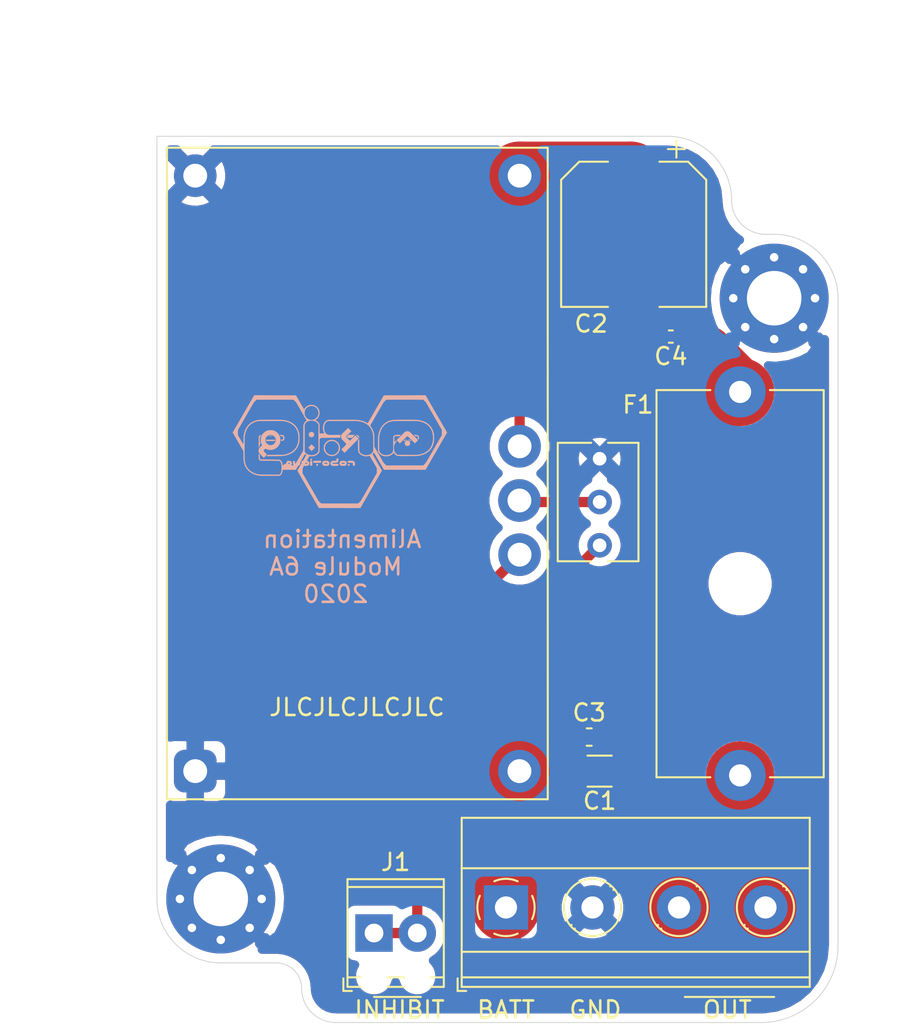
<source format=kicad_pcb>
(kicad_pcb (version 20171130) (host pcbnew 5.1.8-5.fc32)

  (general
    (thickness 1.6)
    (drawings 26)
    (tracks 31)
    (zones 0)
    (modules 12)
    (nets 7)
  )

  (page A4)
  (layers
    (0 F.Cu signal)
    (31 B.Cu signal)
    (32 B.Adhes user)
    (33 F.Adhes user)
    (34 B.Paste user)
    (35 F.Paste user)
    (36 B.SilkS user)
    (37 F.SilkS user)
    (38 B.Mask user)
    (39 F.Mask user)
    (40 Dwgs.User user)
    (41 Cmts.User user)
    (42 Eco1.User user)
    (43 Eco2.User user)
    (44 Edge.Cuts user)
    (45 Margin user)
    (46 B.CrtYd user)
    (47 F.CrtYd user)
    (48 B.Fab user hide)
    (49 F.Fab user hide)
  )

  (setup
    (last_trace_width 4)
    (user_trace_width 0.6)
    (user_trace_width 2)
    (user_trace_width 4)
    (trace_clearance 0.2)
    (zone_clearance 0.508)
    (zone_45_only no)
    (trace_min 0.2)
    (via_size 0.8)
    (via_drill 0.4)
    (via_min_size 0.4)
    (via_min_drill 0.3)
    (uvia_size 0.3)
    (uvia_drill 0.1)
    (uvias_allowed no)
    (uvia_min_size 0.2)
    (uvia_min_drill 0.1)
    (edge_width 0.05)
    (segment_width 0.2)
    (pcb_text_width 0.3)
    (pcb_text_size 1.5 1.5)
    (mod_edge_width 0.12)
    (mod_text_size 1 1)
    (mod_text_width 0.15)
    (pad_size 1.524 1.524)
    (pad_drill 0.762)
    (pad_to_mask_clearance 0)
    (aux_axis_origin 0 0)
    (visible_elements FFFFFF7F)
    (pcbplotparams
      (layerselection 0x010fc_ffffffff)
      (usegerberextensions false)
      (usegerberattributes true)
      (usegerberadvancedattributes true)
      (creategerberjobfile true)
      (excludeedgelayer true)
      (linewidth 0.100000)
      (plotframeref false)
      (viasonmask false)
      (mode 1)
      (useauxorigin false)
      (hpglpennumber 1)
      (hpglpenspeed 20)
      (hpglpendiameter 15.000000)
      (psnegative false)
      (psa4output false)
      (plotreference true)
      (plotvalue true)
      (plotinvisibletext false)
      (padsonsilk false)
      (subtractmaskfromsilk false)
      (outputformat 1)
      (mirror false)
      (drillshape 1)
      (scaleselection 1)
      (outputdirectory ""))
  )

  (net 0 "")
  (net 1 GND)
  (net 2 +BATT)
  (net 3 /OUT)
  (net 4 /EN)
  (net 5 "Net-(RV1-Pad2)")
  (net 6 "Net-(C2-Pad1)")

  (net_class Default "This is the default net class."
    (clearance 0.2)
    (trace_width 0.25)
    (via_dia 0.8)
    (via_drill 0.4)
    (uvia_dia 0.3)
    (uvia_drill 0.1)
    (add_net +BATT)
    (add_net /EN)
    (add_net /OUT)
    (add_net GND)
    (add_net "Net-(C2-Pad1)")
    (add_net "Net-(RV1-Pad2)")
  )

  (module Capacitor_SMD:C_0402_1005Metric_Pad0.74x0.62mm_HandSolder (layer F.Cu) (tedit 5F6BB22C) (tstamp 5FD58E58)
    (at 155.4325 93.25 180)
    (descr "Capacitor SMD 0402 (1005 Metric), square (rectangular) end terminal, IPC_7351 nominal with elongated pad for handsoldering. (Body size source: IPC-SM-782 page 76, https://www.pcb-3d.com/wordpress/wp-content/uploads/ipc-sm-782a_amendment_1_and_2.pdf), generated with kicad-footprint-generator")
    (tags "capacitor handsolder")
    (path /5FE3C37E)
    (attr smd)
    (fp_text reference C4 (at 0 -1.16) (layer F.SilkS)
      (effects (font (size 1 1) (thickness 0.15)))
    )
    (fp_text value 1u (at 0 1.16) (layer F.Fab)
      (effects (font (size 1 1) (thickness 0.15)))
    )
    (fp_line (start -0.5 0.25) (end -0.5 -0.25) (layer F.Fab) (width 0.1))
    (fp_line (start -0.5 -0.25) (end 0.5 -0.25) (layer F.Fab) (width 0.1))
    (fp_line (start 0.5 -0.25) (end 0.5 0.25) (layer F.Fab) (width 0.1))
    (fp_line (start 0.5 0.25) (end -0.5 0.25) (layer F.Fab) (width 0.1))
    (fp_line (start -0.115835 -0.36) (end 0.115835 -0.36) (layer F.SilkS) (width 0.12))
    (fp_line (start -0.115835 0.36) (end 0.115835 0.36) (layer F.SilkS) (width 0.12))
    (fp_line (start -1.08 0.46) (end -1.08 -0.46) (layer F.CrtYd) (width 0.05))
    (fp_line (start -1.08 -0.46) (end 1.08 -0.46) (layer F.CrtYd) (width 0.05))
    (fp_line (start 1.08 -0.46) (end 1.08 0.46) (layer F.CrtYd) (width 0.05))
    (fp_line (start 1.08 0.46) (end -1.08 0.46) (layer F.CrtYd) (width 0.05))
    (fp_text user %R (at 0 0) (layer F.Fab)
      (effects (font (size 0.25 0.25) (thickness 0.04)))
    )
    (pad 2 smd roundrect (at 0.5675 0 180) (size 0.735 0.62) (layers F.Cu F.Paste F.Mask) (roundrect_rratio 0.25)
      (net 1 GND))
    (pad 1 smd roundrect (at -0.5675 0 180) (size 0.735 0.62) (layers F.Cu F.Paste F.Mask) (roundrect_rratio 0.25)
      (net 6 "Net-(C2-Pad1)"))
    (model ${KISYS3DMOD}/Capacitor_SMD.3dshapes/C_0402_1005Metric.wrl
      (at (xyz 0 0 0))
      (scale (xyz 1 1 1))
      (rotate (xyz 0 0 0))
    )
  )

  (module Capacitor_SMD:C_0603_1608Metric_Pad1.08x0.95mm_HandSolder (layer F.Cu) (tedit 5F68FEEF) (tstamp 5FD58E47)
    (at 150.6375 116.75)
    (descr "Capacitor SMD 0603 (1608 Metric), square (rectangular) end terminal, IPC_7351 nominal with elongated pad for handsoldering. (Body size source: IPC-SM-782 page 76, https://www.pcb-3d.com/wordpress/wp-content/uploads/ipc-sm-782a_amendment_1_and_2.pdf), generated with kicad-footprint-generator")
    (tags "capacitor handsolder")
    (path /5FE3897C)
    (attr smd)
    (fp_text reference C3 (at 0 -1.43) (layer F.SilkS)
      (effects (font (size 1 1) (thickness 0.15)))
    )
    (fp_text value 1u (at 0 1.43) (layer F.Fab)
      (effects (font (size 1 1) (thickness 0.15)))
    )
    (fp_line (start -0.8 0.4) (end -0.8 -0.4) (layer F.Fab) (width 0.1))
    (fp_line (start -0.8 -0.4) (end 0.8 -0.4) (layer F.Fab) (width 0.1))
    (fp_line (start 0.8 -0.4) (end 0.8 0.4) (layer F.Fab) (width 0.1))
    (fp_line (start 0.8 0.4) (end -0.8 0.4) (layer F.Fab) (width 0.1))
    (fp_line (start -0.146267 -0.51) (end 0.146267 -0.51) (layer F.SilkS) (width 0.12))
    (fp_line (start -0.146267 0.51) (end 0.146267 0.51) (layer F.SilkS) (width 0.12))
    (fp_line (start -1.65 0.73) (end -1.65 -0.73) (layer F.CrtYd) (width 0.05))
    (fp_line (start -1.65 -0.73) (end 1.65 -0.73) (layer F.CrtYd) (width 0.05))
    (fp_line (start 1.65 -0.73) (end 1.65 0.73) (layer F.CrtYd) (width 0.05))
    (fp_line (start 1.65 0.73) (end -1.65 0.73) (layer F.CrtYd) (width 0.05))
    (fp_text user %R (at 0 0) (layer F.Fab)
      (effects (font (size 0.4 0.4) (thickness 0.06)))
    )
    (pad 2 smd roundrect (at 0.8625 0) (size 1.075 0.95) (layers F.Cu F.Paste F.Mask) (roundrect_rratio 0.25)
      (net 1 GND))
    (pad 1 smd roundrect (at -0.8625 0) (size 1.075 0.95) (layers F.Cu F.Paste F.Mask) (roundrect_rratio 0.25)
      (net 2 +BATT))
    (model ${KISYS3DMOD}/Capacitor_SMD.3dshapes/C_0603_1608Metric.wrl
      (at (xyz 0 0 0))
      (scale (xyz 1 1 1))
      (rotate (xyz 0 0 0))
    )
  )

  (module ARIG:Logo_ARIG_12_6x6_6 locked (layer B.Cu) (tedit 0) (tstamp 5FD5534A)
    (at 136 100 180)
    (fp_text reference G*** (at 0 0) (layer B.SilkS) hide
      (effects (font (size 1.524 1.524) (thickness 0.3)) (justify mirror))
    )
    (fp_text value LOGO (at 0.75 0) (layer B.SilkS) hide
      (effects (font (size 1.524 1.524) (thickness 0.3)) (justify mirror))
    )
    (fp_poly (pts (xy -4.387859 0.942499) (xy -4.422683 0.907143) (xy -4.479528 0.907143) (xy -4.509179 0.906652)
      (xy -4.528416 0.904527) (xy -4.541325 0.899796) (xy -4.551991 0.891481) (xy -4.554187 0.88933)
      (xy -4.563315 0.878639) (xy -4.568677 0.866516) (xy -4.571243 0.848884) (xy -4.571985 0.821665)
      (xy -4.572 0.814554) (xy -4.572334 0.785573) (xy -4.574193 0.766803) (xy -4.578862 0.753945)
      (xy -4.587622 0.742697) (xy -4.595931 0.734396) (xy -4.611133 0.720546) (xy -4.621998 0.712252)
      (xy -4.624445 0.7112) (xy -4.628268 0.71767) (xy -4.633405 0.7344) (xy -4.637414 0.751597)
      (xy -4.642154 0.797984) (xy -4.638324 0.844786) (xy -4.626767 0.887937) (xy -4.608324 0.923374)
      (xy -4.599588 0.934076) (xy -4.580079 0.949349) (xy -4.553003 0.960646) (xy -4.516433 0.968452)
      (xy -4.468438 0.973258) (xy -4.438932 0.97471) (xy -4.353035 0.977854) (xy -4.387859 0.942499)) (layer B.SilkS) (width 0.01))
    (fp_poly (pts (xy -3.762828 0.6604) (xy -3.727088 0.624115) (xy -3.76673 0.624412) (xy -3.79116 0.625698)
      (xy -3.808626 0.630868) (xy -3.825729 0.642572) (xy -3.837379 0.652759) (xy -3.859908 0.670037)
      (xy -3.883556 0.683494) (xy -3.895436 0.687997) (xy -3.906911 0.691438) (xy -3.909025 0.693644)
      (xy -3.900345 0.69494) (xy -3.87944 0.695654) (xy -3.860527 0.695936) (xy -3.798568 0.696686)
      (xy -3.762828 0.6604)) (layer B.SilkS) (width 0.01))
    (fp_poly (pts (xy -4.060644 0.696201) (xy -4.002314 0.695715) (xy -4.033364 0.68602) (xy -4.057448 0.675456)
      (xy -4.083911 0.659448) (xy -4.096271 0.650219) (xy -4.118965 0.633813) (xy -4.138601 0.625975)
      (xy -4.159291 0.624115) (xy -4.190454 0.624115) (xy -4.154714 0.6604) (xy -4.118974 0.696686)
      (xy -4.060644 0.696201)) (layer B.SilkS) (width 0.01))
    (fp_poly (pts (xy -3.907426 1.187365) (xy -3.88284 1.181716) (xy -3.864428 1.175437) (xy -3.853798 1.171172)
      (xy -3.843238 1.165916) (xy -3.83173 1.15875) (xy -3.818256 1.148752) (xy -3.801796 1.135004)
      (xy -3.781332 1.116586) (xy -3.755845 1.092578) (xy -3.724317 1.06206) (xy -3.685729 1.024111)
      (xy -3.639061 0.977813) (xy -3.583296 0.922246) (xy -3.576333 0.915298) (xy -3.33178 0.671286)
      (xy -3.513378 0.484098) (xy -3.714353 0.684244) (xy -3.759529 0.728918) (xy -3.802201 0.770517)
      (xy -3.841129 0.807874) (xy -3.87507 0.839824) (xy -3.902783 0.865199) (xy -3.923026 0.882835)
      (xy -3.934555 0.891563) (xy -3.935739 0.89215) (xy -3.957666 0.896392) (xy -3.975603 0.895274)
      (xy -3.986344 0.888694) (xy -4.006639 0.871994) (xy -4.036052 0.845583) (xy -4.074144 0.809867)
      (xy -4.120476 0.765253) (xy -4.17461 0.712148) (xy -4.198448 0.688521) (xy -4.40184 0.486403)
      (xy -4.494199 0.578968) (xy -4.586558 0.671532) (xy -4.345236 0.912369) (xy -4.285506 0.971936)
      (xy -4.23493 1.022086) (xy -4.192382 1.063646) (xy -4.156737 1.097444) (xy -4.126866 1.124309)
      (xy -4.101646 1.145069) (xy -4.079949 1.160552) (xy -4.060649 1.171586) (xy -4.042621 1.179)
      (xy -4.024738 1.18362) (xy -4.005873 1.186277) (xy -3.984902 1.187797) (xy -3.969657 1.188566)
      (xy -3.934363 1.189398) (xy -3.907426 1.187365)) (layer B.SilkS) (width 0.01))
    (fp_poly (pts (xy -3.911562 0.638307) (xy -3.874024 0.619311) (xy -3.841887 0.588997) (xy -3.834685 0.57917)
      (xy -3.813932 0.53714) (xy -3.80623 0.494179) (xy -3.810462 0.452382) (xy -3.825508 0.413847)
      (xy -3.850251 0.38067) (xy -3.883573 0.35495) (xy -3.924355 0.338782) (xy -3.965355 0.33412)
      (xy -3.99611 0.336418) (xy -4.022182 0.342135) (xy -4.031342 0.345868) (xy -4.060225 0.365115)
      (xy -4.086163 0.389438) (xy -4.103711 0.413658) (xy -4.113896 0.443634) (xy -4.118913 0.480232)
      (xy -4.118139 0.516291) (xy -4.114332 0.535729) (xy -4.095343 0.576722) (xy -4.067197 0.608658)
      (xy -4.032319 0.631162) (xy -3.993136 0.643856) (xy -3.952075 0.646363) (xy -3.911562 0.638307)) (layer B.SilkS) (width 0.01))
    (fp_poly (pts (xy 4.133928 0.92799) (xy 4.159139 0.920922) (xy 4.161972 0.919518) (xy 4.169892 0.914872)
      (xy 4.172415 0.91165) (xy 4.167806 0.9096) (xy 4.154333 0.908474) (xy 4.130263 0.908022)
      (xy 4.093864 0.907994) (xy 4.082143 0.908026) (xy 4.042202 0.908205) (xy 4.01511 0.908642)
      (xy 3.9992 0.909601) (xy 3.992808 0.911348) (xy 3.994267 0.914148) (xy 4.001911 0.918267)
      (xy 4.005943 0.920164) (xy 4.031465 0.927579) (xy 4.064818 0.931341) (xy 4.10073 0.93147)
      (xy 4.133928 0.92799)) (layer B.SilkS) (width 0.01))
    (fp_poly (pts (xy 4.332515 0.624115) (xy 3.817258 0.624115) (xy 3.817258 0.696686) (xy 4.332515 0.696686)
      (xy 4.332515 0.624115)) (layer B.SilkS) (width 0.01))
    (fp_poly (pts (xy 1.709543 1.151609) (xy 1.736856 1.143196) (xy 1.762904 1.126281) (xy 1.773993 1.116959)
      (xy 1.805445 1.081411) (xy 1.823458 1.041156) (xy 1.8288 0.997858) (xy 1.822675 0.951746)
      (xy 1.803804 0.911849) (xy 1.773993 0.878756) (xy 1.748203 0.858827) (xy 1.723686 0.847479)
      (xy 1.69461 0.84264) (xy 1.670485 0.842006) (xy 1.634576 0.845436) (xy 1.603243 0.856837)
      (xy 1.596007 0.860682) (xy 1.56227 0.887283) (xy 1.53644 0.923361) (xy 1.520846 0.964991)
      (xy 1.517295 0.993387) (xy 1.523004 1.039029) (xy 1.540956 1.079688) (xy 1.56919 1.113363)
      (xy 1.605744 1.138053) (xy 1.648659 1.151757) (xy 1.674591 1.153886) (xy 1.709543 1.151609)) (layer B.SilkS) (width 0.01))
    (fp_poly (pts (xy 1.66781 0.412724) (xy 1.675245 0.406972) (xy 1.691143 0.392703) (xy 1.713668 0.371628)
      (xy 1.740987 0.345459) (xy 1.765723 0.321355) (xy 1.85606 0.232681) (xy 1.760787 0.133936)
      (xy 1.665515 0.03519) (xy 1.572986 0.128368) (xy 1.543379 0.158566) (xy 1.517695 0.185496)
      (xy 1.497565 0.207386) (xy 1.48462 0.222468) (xy 1.480458 0.22881) (xy 1.485378 0.236681)
      (xy 1.498782 0.252213) (xy 1.518639 0.27341) (xy 1.542914 0.298276) (xy 1.569575 0.324815)
      (xy 1.596588 0.351032) (xy 1.621921 0.374931) (xy 1.64354 0.394516) (xy 1.659412 0.407791)
      (xy 1.667504 0.412761) (xy 1.66781 0.412724)) (layer B.SilkS) (width 0.01))
    (fp_poly (pts (xy -3.730934 1.864997) (xy -3.619922 1.864734) (xy -3.518845 1.864303) (xy -3.428296 1.86371)
      (xy -3.34887 1.862962) (xy -3.28116 1.862065) (xy -3.22576 1.861026) (xy -3.183263 1.85985)
      (xy -3.154263 1.858545) (xy -3.142152 1.857538) (xy -3.016951 1.835925) (xy -2.900705 1.802902)
      (xy -2.793351 1.758435) (xy -2.69483 1.70249) (xy -2.60508 1.635031) (xy -2.52404 1.556023)
      (xy -2.452066 1.466025) (xy -2.398118 1.3817) (xy -2.353131 1.293172) (xy -2.315922 1.197649)
      (xy -2.285305 1.09234) (xy -2.275116 1.049008) (xy -2.266518 1.009147) (xy -2.259223 0.972249)
      (xy -2.253133 0.93673) (xy -2.248153 0.901005) (xy -2.244187 0.86349) (xy -2.24114 0.822599)
      (xy -2.238916 0.776748) (xy -2.237419 0.724353) (xy -2.236554 0.663828) (xy -2.236224 0.593589)
      (xy -2.236334 0.512051) (xy -2.236788 0.417629) (xy -2.236804 0.414817) (xy -2.237313 0.331355)
      (xy -2.237807 0.261085) (xy -2.238346 0.202688) (xy -2.238988 0.15484) (xy -2.239789 0.116222)
      (xy -2.240809 0.085513) (xy -2.242104 0.061389) (xy -2.243734 0.042532) (xy -2.245755 0.027619)
      (xy -2.248226 0.015329) (xy -2.251205 0.004341) (xy -2.25475 -0.006666) (xy -2.255365 -0.008493)
      (xy -2.282661 -0.067071) (xy -2.322681 -0.12049) (xy -2.374259 -0.167803) (xy -2.436228 -0.20806)
      (xy -2.507423 -0.240315) (xy -2.561771 -0.257531) (xy -2.600162 -0.264965) (xy -2.647808 -0.270066)
      (xy -2.699886 -0.272693) (xy -2.751575 -0.272707) (xy -2.798051 -0.269969) (xy -2.830285 -0.265284)
      (xy -2.915305 -0.24167) (xy -2.9906 -0.208938) (xy -3.055396 -0.16753) (xy -3.108918 -0.117889)
      (xy -3.126747 -0.096157) (xy -3.141439 -0.078799) (xy -3.153927 -0.067611) (xy -3.159065 -0.065314)
      (xy -3.167755 -0.071192) (xy -3.178703 -0.085917) (xy -3.182421 -0.092445) (xy -3.199955 -0.118383)
      (xy -3.225844 -0.148111) (xy -3.256166 -0.177831) (xy -3.286994 -0.203747) (xy -3.314405 -0.222063)
      (xy -3.31867 -0.224258) (xy -3.332709 -0.230998) (xy -3.345801 -0.23686) (xy -3.359017 -0.241907)
      (xy -3.373429 -0.2462) (xy -3.390107 -0.2498) (xy -3.410123 -0.252768) (xy -3.434549 -0.255165)
      (xy -3.464456 -0.257054) (xy -3.500915 -0.258494) (xy -3.544997 -0.259548) (xy -3.597775 -0.260276)
      (xy -3.660319 -0.260741) (xy -3.733701 -0.261002) (xy -3.818992 -0.261123) (xy -3.917263 -0.261163)
      (xy -3.963964 -0.261171) (xy -4.072409 -0.261161) (xy -4.167548 -0.261048) (xy -4.250593 -0.26076)
      (xy -4.322753 -0.260225) (xy -4.385238 -0.259374) (xy -4.439256 -0.258133) (xy -4.486019 -0.256433)
      (xy -4.526736 -0.254202) (xy -4.562616 -0.251369) (xy -4.594869 -0.247862) (xy -4.624706 -0.243611)
      (xy -4.653335 -0.238544) (xy -4.681966 -0.23259) (xy -4.711809 -0.225677) (xy -4.744075 -0.217736)
      (xy -4.75701 -0.214486) (xy -4.879556 -0.177227) (xy -4.992562 -0.129733) (xy -5.095682 -0.072307)
      (xy -5.188572 -0.005256) (xy -5.270887 0.071116) (xy -5.342281 0.156505) (xy -5.40241 0.250604)
      (xy -5.450928 0.35311) (xy -5.474727 0.419797) (xy -5.490479 0.471747) (xy -5.502701 0.517912)
      (xy -5.511816 0.561463) (xy -5.518248 0.605573) (xy -5.52242 0.653411) (xy -5.524755 0.70815)
      (xy -5.525677 0.77296) (xy -5.525745 0.801915) (xy -5.525718 0.8128) (xy -5.466221 0.8128)
      (xy -5.465089 0.732071) (xy -5.460941 0.661741) (xy -5.453355 0.597928) (xy -5.441908 0.536751)
      (xy -5.431432 0.493647) (xy -5.401525 0.397282) (xy -5.364848 0.311536) (xy -5.319746 0.233444)
      (xy -5.264561 0.160042) (xy -5.214257 0.104955) (xy -5.134729 0.032295) (xy -5.049242 -0.029247)
      (xy -4.956248 -0.080514) (xy -4.854199 -0.122343) (xy -4.741547 -0.155576) (xy -4.728028 -0.158841)
      (xy -4.700469 -0.165308) (xy -4.675333 -0.17096) (xy -4.651474 -0.175848) (xy -4.627745 -0.180025)
      (xy -4.603001 -0.183543) (xy -4.576094 -0.186454) (xy -4.545879 -0.188811) (xy -4.511208 -0.190666)
      (xy -4.470935 -0.19207) (xy -4.423914 -0.193078) (xy -4.368997 -0.19374) (xy -4.305039 -0.194109)
      (xy -4.230894 -0.194237) (xy -4.145414 -0.194178) (xy -4.047452 -0.193982) (xy -3.9624 -0.193771)
      (xy -3.392714 -0.192314) (xy -3.346842 -0.167443) (xy -3.295785 -0.131665) (xy -3.252163 -0.084366)
      (xy -3.216595 -0.026841) (xy -3.189701 0.039618) (xy -3.172101 0.113715) (xy -3.164415 0.194158)
      (xy -3.164114 0.214086) (xy -3.168908 0.289988) (xy -3.182743 0.362261) (xy -3.204798 0.428876)
      (xy -3.234255 0.487804) (xy -3.270292 0.537018) (xy -3.308908 0.572228) (xy -3.337536 0.592966)
      (xy -3.313039 0.616709) (xy -3.288543 0.640451) (xy -3.243113 0.595997) (xy -3.222564 0.576126)
      (xy -3.206297 0.560839) (xy -3.196797 0.552452) (xy -3.195413 0.551543) (xy -3.194747 0.558452)
      (xy -3.194159 0.577783) (xy -3.193677 0.607445) (xy -3.193334 0.645346) (xy -3.193159 0.689395)
      (xy -3.193142 0.70813) (xy -3.193142 0.864717) (xy -3.214356 0.88593) (xy -3.235569 0.907143)
      (xy -3.49486 0.907143) (xy -3.528818 0.941615) (xy -3.562776 0.976086) (xy -3.405173 0.974008)
      (xy -3.34465 0.9729) (xy -3.296684 0.971087) (xy -3.259322 0.968173) (xy -3.230611 0.963758)
      (xy -3.208598 0.957444) (xy -3.191328 0.948833) (xy -3.176849 0.937528) (xy -3.164848 0.925014)
      (xy -3.14912 0.9027) (xy -3.137279 0.878296) (xy -3.135522 0.87287) (xy -3.133668 0.858598)
      (xy -3.132056 0.83029) (xy -3.130692 0.788425) (xy -3.129585 0.73348) (xy -3.128746 0.665932)
      (xy -3.128181 0.586258) (xy -3.1279 0.494936) (xy -3.127869 0.452522) (xy -3.127839 0.366686)
      (xy -3.12774 0.294079) (xy -3.127528 0.233416) (xy -3.127161 0.183412) (xy -3.126594 0.142782)
      (xy -3.125784 0.110241) (xy -3.124689 0.084504) (xy -3.123264 0.064286) (xy -3.121467 0.048302)
      (xy -3.119254 0.035266) (xy -3.116582 0.023894) (xy -3.113407 0.012901) (xy -3.113001 0.011582)
      (xy -3.091218 -0.035792) (xy -3.056936 -0.080546) (xy -3.012135 -0.121106) (xy -2.958792 -0.155901)
      (xy -2.898886 -0.183356) (xy -2.848428 -0.198773) (xy -2.813607 -0.204518) (xy -2.769128 -0.208059)
      (xy -2.719685 -0.209373) (xy -2.669972 -0.208435) (xy -2.624679 -0.205222) (xy -2.590242 -0.200087)
      (xy -2.521325 -0.179947) (xy -2.459191 -0.150775) (xy -2.405406 -0.113793) (xy -2.361539 -0.070223)
      (xy -2.329156 -0.021287) (xy -2.314326 0.014972) (xy -2.311228 0.025733) (xy -2.308629 0.03729)
      (xy -2.306485 0.050955) (xy -2.304754 0.068042) (xy -2.30339 0.089865) (xy -2.302352 0.117737)
      (xy -2.301596 0.152973) (xy -2.301078 0.196885) (xy -2.300755 0.250788) (xy -2.300583 0.315995)
      (xy -2.300519 0.39382) (xy -2.300514 0.432733) (xy -2.300611 0.527437) (xy -2.30096 0.609138)
      (xy -2.301645 0.679346) (xy -2.30275 0.739573) (xy -2.304362 0.791328) (xy -2.306565 0.836122)
      (xy -2.309443 0.875466) (xy -2.313082 0.910869) (xy -2.317566 0.943843) (xy -2.322981 0.975898)
      (xy -2.329411 1.008544) (xy -2.334114 1.030515) (xy -2.364679 1.147351) (xy -2.402821 1.252715)
      (xy -2.449016 1.347795) (xy -2.485742 1.407886) (xy -2.551283 1.495169) (xy -2.623836 1.570845)
      (xy -2.704309 1.635519) (xy -2.793606 1.689795) (xy -2.892633 1.734278) (xy -3.002297 1.769572)
      (xy -3.042742 1.779722) (xy -3.054122 1.782327) (xy -3.065316 1.784631) (xy -3.077257 1.786656)
      (xy -3.090878 1.788424) (xy -3.107115 1.789956) (xy -3.126899 1.791276) (xy -3.151165 1.792404)
      (xy -3.180847 1.793362) (xy -3.216879 1.794174) (xy -3.260193 1.79486) (xy -3.311724 1.795444)
      (xy -3.372406 1.795946) (xy -3.443171 1.796389) (xy -3.524955 1.796795) (xy -3.61869 1.797186)
      (xy -3.72531 1.797584) (xy -3.813628 1.797898) (xy -3.932636 1.798295) (xy -4.038063 1.798589)
      (xy -4.130844 1.79877) (xy -4.211913 1.798826) (xy -4.282203 1.798747) (xy -4.342649 1.798522)
      (xy -4.394184 1.79814) (xy -4.437743 1.797589) (xy -4.474258 1.79686) (xy -4.504665 1.79594)
      (xy -4.529897 1.794818) (xy -4.550887 1.793485) (xy -4.568571 1.791928) (xy -4.583881 1.790138)
      (xy -4.593771 1.788726) (xy -4.719249 1.764835) (xy -4.833315 1.733057) (xy -4.937046 1.692896)
      (xy -5.031523 1.643857) (xy -5.117822 1.585443) (xy -5.197023 1.51716) (xy -5.207889 1.506502)
      (xy -5.279323 1.4261) (xy -5.338931 1.338808) (xy -5.386896 1.244132) (xy -5.423403 1.14158)
      (xy -5.448636 1.030658) (xy -5.462777 0.910874) (xy -5.466221 0.8128) (xy -5.525718 0.8128)
      (xy -5.525602 0.859483) (xy -5.525057 0.90516) (xy -5.523941 0.941565) (xy -5.522081 0.971321)
      (xy -5.519309 0.997048) (xy -5.515451 1.021366) (xy -5.510338 1.046897) (xy -5.509529 1.050642)
      (xy -5.479622 1.165685) (xy -5.442146 1.269308) (xy -5.396372 1.362892) (xy -5.341571 1.447818)
      (xy -5.277013 1.525468) (xy -5.238568 1.564169) (xy -5.15795 1.633237) (xy -5.07172 1.692158)
      (xy -4.978072 1.741869) (xy -4.875204 1.78331) (xy -4.76131 1.817419) (xy -4.743255 1.821939)
      (xy -4.713963 1.829046) (xy -4.687042 1.835327) (xy -4.661435 1.840831) (xy -4.636087 1.845612)
      (xy -4.609942 1.849719) (xy -4.581942 1.853204) (xy -4.551032 1.856118) (xy -4.516156 1.858512)
      (xy -4.476257 1.860437) (xy -4.430278 1.861944) (xy -4.377164 1.863084) (xy -4.315858 1.863909)
      (xy -4.245305 1.864469) (xy -4.164447 1.864816) (xy -4.072228 1.865) (xy -3.967592 1.865073)
      (xy -3.851288 1.865086) (xy -3.730934 1.864997)) (layer B.SilkS) (width 0.01))
    (fp_poly (pts (xy 3.501458 0.943205) (xy 3.484003 0.908759) (xy 3.428532 0.905958) (xy 3.399719 0.904061)
      (xy 3.381088 0.900948) (xy 3.368311 0.895129) (xy 3.357057 0.885114) (xy 3.352045 0.879635)
      (xy 3.341174 0.86618) (xy 3.334866 0.853122) (xy 3.331899 0.835894) (xy 3.331053 0.809931)
      (xy 3.331029 0.801075) (xy 3.331401 0.772607) (xy 3.333449 0.75413) (xy 3.338572 0.741123)
      (xy 3.348171 0.729065) (xy 3.355703 0.72136) (xy 3.374077 0.70546) (xy 3.391514 0.698287)
      (xy 3.41376 0.696686) (xy 3.447143 0.696686) (xy 3.447143 0.661442) (xy 3.446678 0.640381)
      (xy 3.443645 0.630117) (xy 3.435584 0.626934) (xy 3.424341 0.626971) (xy 3.402569 0.629303)
      (xy 3.376436 0.634161) (xy 3.369313 0.635845) (xy 3.331927 0.649748) (xy 3.30411 0.67167)
      (xy 3.282039 0.704704) (xy 3.280592 0.707549) (xy 3.267095 0.747031) (xy 3.261827 0.791895)
      (xy 3.264378 0.83809) (xy 3.27434 0.881566) (xy 3.291304 0.918273) (xy 3.30344 0.934076)
      (xy 3.3267 0.951277) (xy 3.36024 0.963604) (xy 3.405407 0.971432) (xy 3.448557 0.974613)
      (xy 3.518913 0.97765) (xy 3.501458 0.943205)) (layer B.SilkS) (width 0.01))
    (fp_poly (pts (xy 4.672339 0.967297) (xy 4.698947 0.954797) (xy 4.724381 0.937859) (xy 4.740838 0.92236)
      (xy 4.755845 0.899588) (xy 4.766939 0.87432) (xy 4.767833 0.871269) (xy 4.76984 0.855945)
      (xy 4.771451 0.826781) (xy 4.772653 0.784447) (xy 4.773434 0.729612) (xy 4.773784 0.662945)
      (xy 4.773691 0.585115) (xy 4.773466 0.540811) (xy 4.771572 0.238311) (xy 4.756077 0.255227)
      (xy 4.745115 0.274013) (xy 4.734908 0.304471) (xy 4.729163 0.329205) (xy 4.720309 0.364755)
      (xy 4.708238 0.402312) (xy 4.696055 0.432616) (xy 4.684747 0.457881) (xy 4.679089 0.475771)
      (xy 4.678223 0.491888) (xy 4.681288 0.511829) (xy 4.682777 0.51907) (xy 4.689485 0.544005)
      (xy 4.696386 0.55514) (xy 4.700538 0.555586) (xy 4.703918 0.557078) (xy 4.706417 0.565563)
      (xy 4.708148 0.582616) (xy 4.70922 0.609813) (xy 4.709745 0.648727) (xy 4.709846 0.687843)
      (xy 4.709363 0.746845) (xy 4.707794 0.79304) (xy 4.704896 0.828108) (xy 4.700425 0.853733)
      (xy 4.694138 0.871596) (xy 4.685793 0.883378) (xy 4.681045 0.887327) (xy 4.670706 0.899336)
      (xy 4.659057 0.919722) (xy 4.652404 0.934712) (xy 4.644324 0.956156) (xy 4.641706 0.96743)
      (xy 4.644356 0.97173) (xy 4.650121 0.972298) (xy 4.672339 0.967297)) (layer B.SilkS) (width 0.01))
    (fp_poly (pts (xy 4.169427 1.248739) (xy 4.246945 1.232781) (xy 4.29734 1.215687) (xy 4.367531 1.180143)
      (xy 4.434711 1.132755) (xy 4.496262 1.076056) (xy 4.549567 1.01258) (xy 4.592006 0.944859)
      (xy 4.604947 0.91807) (xy 4.62153 0.877366) (xy 4.633399 0.83936) (xy 4.641255 0.800151)
      (xy 4.645798 0.755837) (xy 4.647727 0.702518) (xy 4.647922 0.678543) (xy 4.646632 0.615863)
      (xy 4.641848 0.563621) (xy 4.632725 0.517986) (xy 4.618422 0.475129) (xy 4.598096 0.431217)
      (xy 4.590271 0.416482) (xy 4.566128 0.372135) (xy 4.65277 0.285853) (xy 4.693488 0.244358)
      (xy 4.724472 0.209936) (xy 4.747008 0.180219) (xy 4.762385 0.152835) (xy 4.77189 0.125415)
      (xy 4.776809 0.09559) (xy 4.778431 0.060988) (xy 4.778471 0.054429) (xy 4.777903 0.023231)
      (xy 4.775363 -0.003806) (xy 4.769803 -0.028419) (xy 4.760173 -0.052343) (xy 4.745426 -0.077315)
      (xy 4.72451 -0.105069) (xy 4.696378 -0.137341) (xy 4.65998 -0.175867) (xy 4.614267 -0.222383)
      (xy 4.606312 -0.230387) (xy 4.570601 -0.26613) (xy 4.538265 -0.298192) (xy 4.510701 -0.325214)
      (xy 4.489304 -0.345836) (xy 4.475472 -0.358696) (xy 4.470658 -0.362514) (xy 4.46476 -0.357305)
      (xy 4.450721 -0.343035) (xy 4.430149 -0.321394) (xy 4.40465 -0.294073) (xy 4.3768 -0.263819)
      (xy 4.342467 -0.225527) (xy 4.317055 -0.195515) (xy 4.300986 -0.174319) (xy 4.294681 -0.162472)
      (xy 4.29523 -0.160274) (xy 4.306788 -0.151055) (xy 4.325494 -0.133847) (xy 4.349219 -0.110838)
      (xy 4.375836 -0.084214) (xy 4.403217 -0.056161) (xy 4.429235 -0.028865) (xy 4.451762 -0.004515)
      (xy 4.46867 0.014705) (xy 4.477832 0.026608) (xy 4.478692 0.02826) (xy 4.481788 0.056162)
      (xy 4.471242 0.086844) (xy 4.447481 0.119521) (xy 4.410934 0.153407) (xy 4.410158 0.154026)
      (xy 4.382573 0.175979) (xy 4.333958 0.153631) (xy 4.286321 0.133843) (xy 4.240484 0.119851)
      (xy 4.191765 0.110625) (xy 4.135481 0.105135) (xy 4.106637 0.103617) (xy 4.059605 0.102325)
      (xy 4.022288 0.103155) (xy 3.990005 0.106381) (xy 3.958076 0.112278) (xy 3.957865 0.112324)
      (xy 3.874682 0.137922) (xy 3.795736 0.176552) (xy 3.722511 0.226997) (xy 3.656492 0.288037)
      (xy 3.599165 0.358456) (xy 3.552014 0.437035) (xy 3.545247 0.450843) (xy 3.524159 0.501334)
      (xy 3.509903 0.551282) (xy 3.50177 0.604686) (xy 3.49905 0.665547) (xy 3.499319 0.682172)
      (xy 3.770204 0.682172) (xy 3.770462 0.646904) (xy 3.771932 0.621644) (xy 3.775467 0.601891)
      (xy 3.781919 0.583143) (xy 3.792139 0.560899) (xy 3.793805 0.557484) (xy 3.828943 0.50014)
      (xy 3.872781 0.452249) (xy 3.923593 0.414731) (xy 3.979652 0.388503) (xy 4.039233 0.374484)
      (xy 4.100611 0.373591) (xy 4.130772 0.378213) (xy 4.192353 0.39835) (xy 4.249257 0.430889)
      (xy 4.299031 0.473893) (xy 4.339218 0.525419) (xy 4.356152 0.556281) (xy 4.367122 0.580593)
      (xy 4.373999 0.600499) (xy 4.377696 0.62083) (xy 4.379122 0.646416) (xy 4.379213 0.678543)
      (xy 4.376416 0.732921) (xy 4.367786 0.777504) (xy 4.35178 0.816363) (xy 4.326855 0.85357)
      (xy 4.302029 0.882146) (xy 4.250517 0.927698) (xy 4.193363 0.959995) (xy 4.12983 0.979443)
      (xy 4.122923 0.980728) (xy 4.079433 0.984588) (xy 4.036202 0.979975) (xy 3.98968 0.966194)
      (xy 3.942051 0.945374) (xy 3.883773 0.911268) (xy 3.838006 0.871465) (xy 3.803456 0.824756)
      (xy 3.793877 0.806763) (xy 3.783145 0.783662) (xy 3.776272 0.764541) (xy 3.772398 0.744878)
      (xy 3.770664 0.720152) (xy 3.770211 0.68584) (xy 3.770204 0.682172) (xy 3.499319 0.682172)
      (xy 3.499731 0.707572) (xy 3.501592 0.750272) (xy 3.504363 0.782992) (xy 3.508767 0.810262)
      (xy 3.515525 0.836616) (xy 3.52481 0.865008) (xy 3.559563 0.944165) (xy 3.606279 1.018194)
      (xy 3.663182 1.0852) (xy 3.72849 1.143292) (xy 3.800426 1.190574) (xy 3.855549 1.216954)
      (xy 3.927075 1.239264) (xy 4.005735 1.251991) (xy 4.087771 1.255146) (xy 4.169427 1.248739)) (layer B.SilkS) (width 0.01))
    (fp_poly (pts (xy -0.685615 0.974806) (xy -0.508114 0.973526) (xy -0.457327 0.927635) (xy -0.435298 0.907165)
      (xy -0.418073 0.890085) (xy -0.408047 0.878827) (xy -0.40647 0.876009) (xy -0.41135 0.868344)
      (xy -0.424049 0.854444) (xy -0.437242 0.841628) (xy -0.468085 0.812981) (xy -0.588038 0.812891)
      (xy -0.70799 0.8128) (xy -0.751372 0.858158) (xy -0.776992 0.885014) (xy -0.80404 0.91348)
      (xy -0.827052 0.937802) (xy -0.828935 0.9398) (xy -0.863117 0.976086) (xy -0.685615 0.974806)) (layer B.SilkS) (width 0.01))
    (fp_poly (pts (xy -1.034038 0.886024) (xy -1.063997 0.855973) (xy -1.090337 0.829834) (xy -1.111409 0.809221)
      (xy -1.125562 0.795748) (xy -1.13113 0.791029) (xy -1.131869 0.797506) (xy -1.130699 0.814133)
      (xy -1.129009 0.828533) (xy -1.119818 0.871793) (xy -1.105276 0.908648) (xy -1.090109 0.931517)
      (xy -1.06807 0.94837) (xy -1.03575 0.962832) (xy -0.997362 0.973203) (xy -0.979714 0.976023)
      (xy -0.9398 0.981019) (xy -1.034038 0.886024)) (layer B.SilkS) (width 0.01))
    (fp_poly (pts (xy -0.463311 1.360864) (xy -0.453022 1.351679) (xy -0.433674 1.333906) (xy -0.406753 1.308929)
      (xy -0.373746 1.278133) (xy -0.336139 1.242903) (xy -0.295418 1.204624) (xy -0.279375 1.189507)
      (xy -0.232183 1.144849) (xy -0.194414 1.108632) (xy -0.164794 1.079482) (xy -0.142051 1.056028)
      (xy -0.124912 1.036899) (xy -0.112104 1.020722) (xy -0.102353 1.006125) (xy -0.094388 0.991737)
      (xy -0.092629 0.98822) (xy -0.080854 0.962602) (xy -0.073886 0.941164) (xy -0.070507 0.91814)
      (xy -0.069497 0.887767) (xy -0.069471 0.878794) (xy -0.07015 0.845463) (xy -0.073025 0.820544)
      (xy -0.079375 0.79796) (xy -0.090475 0.771638) (xy -0.093256 0.765649) (xy -0.10218 0.747833)
      (xy -0.112185 0.731221) (xy -0.124846 0.713983) (xy -0.141737 0.694291) (xy -0.164434 0.670315)
      (xy -0.194512 0.640228) (xy -0.233544 0.602201) (xy -0.236339 0.599498) (xy -0.28006 0.556739)
      (xy -0.313887 0.522244) (xy -0.338748 0.494605) (xy -0.355571 0.472414) (xy -0.365283 0.454261)
      (xy -0.368812 0.43874) (xy -0.367086 0.42444) (xy -0.361105 0.410094) (xy -0.353174 0.39955)
      (xy -0.336396 0.380456) (xy -0.312287 0.354424) (xy -0.282362 0.323069) (xy -0.248137 0.288003)
      (xy -0.216962 0.256649) (xy -0.083457 0.123509) (xy -0.272201 -0.065303) (xy -0.683368 0.346534)
      (xy -1.094535 0.758372) (xy -0.902499 0.942456) (xy -0.58908 0.629037) (xy -0.475969 0.736817)
      (xy -0.43708 0.773533) (xy -0.406035 0.80339) (xy -0.383055 0.828124) (xy -0.368358 0.849469)
      (xy -0.362164 0.869161) (xy -0.364693 0.888935) (xy -0.376165 0.910525) (xy -0.3968 0.935668)
      (xy -0.426816 0.966096) (xy -0.466435 1.003547) (xy -0.515559 1.049457) (xy -0.668261 1.192993)
      (xy -0.575965 1.285494) (xy -0.48367 1.377995) (xy -0.463311 1.360864)) (layer B.SilkS) (width 0.01))
    (fp_poly (pts (xy 0.532284 0.685466) (xy 0.608036 0.669705) (xy 0.679975 0.641912) (xy 0.746642 0.602911)
      (xy 0.806579 0.553526) (xy 0.858328 0.49458) (xy 0.90043 0.426897) (xy 0.926468 0.366209)
      (xy 0.935076 0.340205) (xy 0.94085 0.317664) (xy 0.944344 0.294446) (xy 0.946108 0.266409)
      (xy 0.946695 0.229412) (xy 0.946723 0.214086) (xy 0.946412 0.173107) (xy 0.945109 0.142494)
      (xy 0.942264 0.118105) (xy 0.937325 0.095799) (xy 0.929741 0.071434) (xy 0.926468 0.061963)
      (xy 0.893379 -0.011845) (xy 0.849446 -0.077688) (xy 0.796152 -0.134745) (xy 0.734979 -0.182198)
      (xy 0.66741 -0.219227) (xy 0.594927 -0.245012) (xy 0.519012 -0.258734) (xy 0.441149 -0.259573)
      (xy 0.366486 -0.247633) (xy 0.287412 -0.220871) (xy 0.215585 -0.181731) (xy 0.151707 -0.130794)
      (xy 0.096482 -0.068636) (xy 0.050613 0.004162) (xy 0.043507 0.018143) (xy 0.021151 0.068668)
      (xy 0.007212 0.113965) (xy 0.000343 0.159547) (xy -0.000964 0.200269) (xy 0.000238 0.214086)
      (xy 0.065315 0.214086) (xy 0.071215 0.13749) (xy 0.089298 0.068208) (xy 0.120138 0.004846)
      (xy 0.164307 -0.053995) (xy 0.183929 -0.074685) (xy 0.237246 -0.121788) (xy 0.29114 -0.15618)
      (xy 0.348598 -0.179096) (xy 0.412609 -0.191769) (xy 0.476393 -0.195425) (xy 0.523581 -0.194368)
      (xy 0.56157 -0.190056) (xy 0.595427 -0.18191) (xy 0.596136 -0.181692) (xy 0.662732 -0.153935)
      (xy 0.725279 -0.113959) (xy 0.780782 -0.064019) (xy 0.8238 -0.010097) (xy 0.856713 0.051957)
      (xy 0.877883 0.11999) (xy 0.887315 0.191457) (xy 0.885015 0.263815) (xy 0.870987 0.334517)
      (xy 0.845237 0.401021) (xy 0.822908 0.439751) (xy 0.779749 0.493376) (xy 0.726803 0.540705)
      (xy 0.667439 0.579298) (xy 0.605024 0.606712) (xy 0.583899 0.613003) (xy 0.54337 0.620101)
      (xy 0.494716 0.623423) (xy 0.443826 0.622969) (xy 0.396591 0.618737) (xy 0.366788 0.613003)
      (xy 0.302385 0.589397) (xy 0.241697 0.552814) (xy 0.183836 0.502858) (xy 0.134643 0.445223)
      (xy 0.099 0.383584) (xy 0.076336 0.316549) (xy 0.06608 0.242725) (xy 0.065315 0.214086)
      (xy 0.000238 0.214086) (xy 0.006385 0.284736) (xy 0.026562 0.364341) (xy 0.058661 0.437933)
      (xy 0.101777 0.504365) (xy 0.155004 0.562487) (xy 0.217436 0.611149) (xy 0.288167 0.649203)
      (xy 0.366293 0.675499) (xy 0.375176 0.677596) (xy 0.454178 0.688371) (xy 0.532284 0.685466)) (layer B.SilkS) (width 0.01))
    (fp_poly (pts (xy 1.714174 -0.419659) (xy 1.732658 -0.435062) (xy 1.743623 -0.455963) (xy 1.744429 -0.478458)
      (xy 1.740931 -0.487768) (xy 1.722571 -0.510763) (xy 1.70017 -0.521526) (xy 1.676525 -0.519507)
      (xy 1.654987 -0.504752) (xy 1.643202 -0.486654) (xy 1.6383 -0.468085) (xy 1.644474 -0.446364)
      (xy 1.659968 -0.427225) (xy 1.680238 -0.415376) (xy 1.690811 -0.413657) (xy 1.714174 -0.419659)) (layer B.SilkS) (width 0.01))
    (fp_poly (pts (xy 1.394751 -0.544324) (xy 1.442579 -0.544513) (xy 1.479217 -0.544964) (xy 1.506329 -0.545789)
      (xy 1.525577 -0.547097) (xy 1.538625 -0.548999) (xy 1.547134 -0.551608) (xy 1.552767 -0.555033)
      (xy 1.556984 -0.55916) (xy 1.56675 -0.577475) (xy 1.570446 -0.598714) (xy 1.566342 -0.621152)
      (xy 1.556984 -0.638267) (xy 1.552498 -0.642614) (xy 1.546706 -0.64602) (xy 1.537926 -0.648601)
      (xy 1.524476 -0.650469) (xy 1.504674 -0.65174) (xy 1.476838 -0.652529) (xy 1.439286 -0.652949)
      (xy 1.390336 -0.653115) (xy 1.338337 -0.653142) (xy 1.277247 -0.65305) (xy 1.229064 -0.652718)
      (xy 1.19218 -0.65206) (xy 1.164989 -0.650993) (xy 1.145883 -0.649431) (xy 1.133255 -0.647291)
      (xy 1.125498 -0.644488) (xy 1.121758 -0.641749) (xy 1.107549 -0.618009) (xy 1.106138 -0.589711)
      (xy 1.112875 -0.568919) (xy 1.124623 -0.544285) (xy 1.334072 -0.544285) (xy 1.394751 -0.544324)) (layer B.SilkS) (width 0.01))
    (fp_poly (pts (xy 1.724626 -0.553702) (xy 1.733192 -0.561082) (xy 1.739189 -0.568334) (xy 1.74344 -0.576896)
      (xy 1.746245 -0.589223) (xy 1.747902 -0.60777) (xy 1.748707 -0.634995) (xy 1.748959 -0.673352)
      (xy 1.748972 -0.691183) (xy 1.748972 -0.804489) (xy 1.72985 -0.81953) (xy 1.703401 -0.832601)
      (xy 1.676552 -0.832172) (xy 1.652314 -0.818347) (xy 1.65067 -0.816758) (xy 1.643834 -0.809355)
      (xy 1.639016 -0.801391) (xy 1.635865 -0.790344) (xy 1.634026 -0.773692) (xy 1.633147 -0.748912)
      (xy 1.632876 -0.713482) (xy 1.632858 -0.689428) (xy 1.63295 -0.647305) (xy 1.633461 -0.617174)
      (xy 1.634746 -0.596512) (xy 1.637155 -0.582797) (xy 1.641043 -0.573507) (xy 1.646761 -0.56612)
      (xy 1.65067 -0.562098) (xy 1.67416 -0.547352) (xy 1.70029 -0.544535) (xy 1.724626 -0.553702)) (layer B.SilkS) (width 0.01))
    (fp_poly (pts (xy 1.360234 -0.731987) (xy 1.378709 -0.747589) (xy 1.390964 -0.767691) (xy 1.393372 -0.780142)
      (xy 1.387249 -0.800617) (xy 1.372022 -0.819547) (xy 1.352404 -0.832103) (xy 1.340252 -0.834571)
      (xy 1.322236 -0.830135) (xy 1.303636 -0.81953) (xy 1.288596 -0.800056) (xy 1.284988 -0.777439)
      (xy 1.291402 -0.755295) (xy 1.306427 -0.737241) (xy 1.328649 -0.726894) (xy 1.340252 -0.725714)
      (xy 1.360234 -0.731987)) (layer B.SilkS) (width 0.01))
    (fp_poly (pts (xy 0.884836 -0.54562) (xy 0.922746 -0.549495) (xy 0.952028 -0.556895) (xy 0.97556 -0.568645)
      (xy 0.996227 -0.58557) (xy 1.002839 -0.592356) (xy 1.024067 -0.621614) (xy 1.035121 -0.654954)
      (xy 1.037772 -0.689428) (xy 1.033949 -0.729783) (xy 1.021359 -0.762143) (xy 1.002839 -0.7865)
      (xy 0.98311 -0.804904) (xy 0.96183 -0.81804) (xy 0.936178 -0.82668) (xy 0.903339 -0.831599)
      (xy 0.860492 -0.833568) (xy 0.830943 -0.833671) (xy 0.792927 -0.832837) (xy 0.757978 -0.830986)
      (xy 0.729831 -0.828387) (xy 0.712223 -0.825308) (xy 0.711543 -0.825101) (xy 0.676172 -0.806848)
      (xy 0.648901 -0.77896) (xy 0.630344 -0.744234) (xy 0.621114 -0.705468) (xy 0.62148 -0.684811)
      (xy 0.733066 -0.684811) (xy 0.73488 -0.703554) (xy 0.74168 -0.717005) (xy 0.754167 -0.721547)
      (xy 0.780645 -0.724451) (xy 0.820676 -0.725674) (xy 0.830943 -0.725714) (xy 0.873814 -0.724855)
      (xy 0.903223 -0.722306) (xy 0.918735 -0.718111) (xy 0.920206 -0.717005) (xy 0.926912 -0.703435)
      (xy 0.928915 -0.689428) (xy 0.927409 -0.67455) (xy 0.921407 -0.664343) (xy 0.908677 -0.657959)
      (xy 0.886989 -0.654547) (xy 0.854112 -0.653257) (xy 0.833714 -0.653142) (xy 0.800565 -0.653538)
      (xy 0.772116 -0.654606) (xy 0.751947 -0.656171) (xy 0.744451 -0.657547) (xy 0.736353 -0.667398)
      (xy 0.733066 -0.684811) (xy 0.62148 -0.684811) (xy 0.621824 -0.665461) (xy 0.633086 -0.627011)
      (xy 0.655514 -0.592916) (xy 0.659713 -0.588516) (xy 0.679505 -0.571569) (xy 0.701578 -0.559383)
      (xy 0.728629 -0.55128) (xy 0.76336 -0.546584) (xy 0.808469 -0.544617) (xy 0.835414 -0.544445)
      (xy 0.884836 -0.54562)) (layer B.SilkS) (width 0.01))
    (fp_poly (pts (xy 0.180043 -0.4112) (xy 0.184079 -0.414183) (xy 0.194046 -0.42329) (xy 0.199789 -0.43373)
      (xy 0.202453 -0.449588) (xy 0.203185 -0.474951) (xy 0.2032 -0.48235) (xy 0.203901 -0.511447)
      (xy 0.206387 -0.528973) (xy 0.211235 -0.537823) (xy 0.21468 -0.53988) (xy 0.225741 -0.54144)
      (xy 0.24842 -0.542757) (xy 0.279817 -0.543724) (xy 0.317035 -0.544233) (xy 0.333594 -0.544285)
      (xy 0.375613 -0.544413) (xy 0.406136 -0.545072) (xy 0.428178 -0.546678) (xy 0.444757 -0.549645)
      (xy 0.458889 -0.554389) (xy 0.473591 -0.561324) (xy 0.479426 -0.564344) (xy 0.514854 -0.589464)
      (xy 0.538143 -0.62191) (xy 0.549845 -0.662643) (xy 0.551543 -0.689428) (xy 0.546088 -0.735218)
      (xy 0.529356 -0.772187) (xy 0.500794 -0.801291) (xy 0.479426 -0.814512) (xy 0.441029 -0.834571)
      (xy 0.280386 -0.83446) (xy 0.233262 -0.834196) (xy 0.190874 -0.833518) (xy 0.155426 -0.832497)
      (xy 0.129123 -0.831205) (xy 0.114167 -0.829713) (xy 0.111758 -0.829017) (xy 0.09557 -0.810335)
      (xy 0.088575 -0.785428) (xy 0.091394 -0.759784) (xy 0.101883 -0.741596) (xy 0.107336 -0.736336)
      (xy 0.113886 -0.732386) (xy 0.12353 -0.72956) (xy 0.138268 -0.72767) (xy 0.160096 -0.726528)
      (xy 0.191014 -0.725947) (xy 0.233018 -0.725738) (xy 0.270974 -0.725714) (xy 0.325195 -0.725589)
      (xy 0.36662 -0.724972) (xy 0.396968 -0.723499) (xy 0.417957 -0.720809) (xy 0.431304 -0.716537)
      (xy 0.438729 -0.71032) (xy 0.44195 -0.701796) (xy 0.442683 -0.690602) (xy 0.442686 -0.689428)
      (xy 0.44176 -0.676494) (xy 0.437678 -0.66705) (xy 0.428484 -0.660552) (xy 0.412222 -0.656456)
      (xy 0.386938 -0.65422) (xy 0.350674 -0.653298) (xy 0.312144 -0.653142) (xy 0.268255 -0.65297)
      (xy 0.236064 -0.652244) (xy 0.212759 -0.650647) (xy 0.195524 -0.647864) (xy 0.181546 -0.643578)
      (xy 0.168012 -0.637475) (xy 0.166697 -0.636814) (xy 0.13278 -0.611769) (xy 0.108083 -0.575768)
      (xy 0.092799 -0.529221) (xy 0.08712 -0.472538) (xy 0.087086 -0.467398) (xy 0.092593 -0.436674)
      (xy 0.107324 -0.414221) (xy 0.128597 -0.40151) (xy 0.153731 -0.400012) (xy 0.180043 -0.4112)) (layer B.SilkS) (width 0.01))
    (fp_poly (pts (xy -0.141211 -0.544548) (xy -0.113237 -0.545669) (xy -0.092775 -0.548149) (xy -0.076328 -0.552487)
      (xy -0.060396 -0.559183) (xy -0.054039 -0.562304) (xy -0.017273 -0.587754) (xy 0.007274 -0.620973)
      (xy 0.019458 -0.661756) (xy 0.020114 -0.667469) (xy 0.020695 -0.711642) (xy 0.012318 -0.747139)
      (xy -0.005892 -0.777336) (xy -0.009367 -0.781437) (xy -0.02921 -0.80147) (xy -0.049984 -0.81584)
      (xy -0.074523 -0.82539) (xy -0.105663 -0.830961) (xy -0.146237 -0.833397) (xy -0.185057 -0.833671)
      (xy -0.223073 -0.832837) (xy -0.258022 -0.830986) (xy -0.286169 -0.828387) (xy -0.303777 -0.825308)
      (xy -0.304457 -0.825101) (xy -0.339828 -0.806848) (xy -0.367099 -0.77896) (xy -0.385656 -0.744234)
      (xy -0.394886 -0.705468) (xy -0.39452 -0.684811) (xy -0.282934 -0.684811) (xy -0.28112 -0.703554)
      (xy -0.27432 -0.717005) (xy -0.261833 -0.721547) (xy -0.235355 -0.724451) (xy -0.195324 -0.725674)
      (xy -0.185057 -0.725714) (xy -0.142186 -0.724855) (xy -0.112777 -0.722306) (xy -0.097265 -0.718111)
      (xy -0.095794 -0.717005) (xy -0.089088 -0.703435) (xy -0.087085 -0.689428) (xy -0.088591 -0.67455)
      (xy -0.094593 -0.664343) (xy -0.107323 -0.657959) (xy -0.129011 -0.654547) (xy -0.161888 -0.653257)
      (xy -0.182286 -0.653142) (xy -0.215435 -0.653538) (xy -0.243884 -0.654606) (xy -0.264053 -0.656171)
      (xy -0.271549 -0.657547) (xy -0.279647 -0.667398) (xy -0.282934 -0.684811) (xy -0.39452 -0.684811)
      (xy -0.394176 -0.665461) (xy -0.382914 -0.627011) (xy -0.360486 -0.592916) (xy -0.356287 -0.588516)
      (xy -0.336557 -0.571622) (xy -0.314533 -0.55945) (xy -0.287526 -0.551326) (xy -0.252845 -0.546572)
      (xy -0.207799 -0.544515) (xy -0.180197 -0.544285) (xy -0.141211 -0.544548)) (layer B.SilkS) (width 0.01))
    (fp_poly (pts (xy -0.497276 -0.731307) (xy -0.478807 -0.74508) (xy -0.463876 -0.762526) (xy -0.457232 -0.779135)
      (xy -0.4572 -0.780142) (xy -0.461581 -0.791605) (xy -0.472459 -0.807876) (xy -0.475988 -0.812243)
      (xy -0.497752 -0.829623) (xy -0.521444 -0.834406) (xy -0.543934 -0.826002) (xy -0.544914 -0.825269)
      (xy -0.560962 -0.807128) (xy -0.569785 -0.785584) (xy -0.56952 -0.768737) (xy -0.556539 -0.747137)
      (xy -0.535919 -0.731367) (xy -0.514533 -0.725714) (xy -0.497276 -0.731307)) (layer B.SilkS) (width 0.01))
    (fp_poly (pts (xy -0.567889 -0.544377) (xy -0.532814 -0.544798) (xy -0.507947 -0.545765) (xy -0.491137 -0.547495)
      (xy -0.48023 -0.550204) (xy -0.473073 -0.554111) (xy -0.467759 -0.55916) (xy -0.457992 -0.577475)
      (xy -0.454297 -0.598714) (xy -0.458401 -0.621152) (xy -0.467759 -0.638267) (xy -0.47346 -0.643612)
      (xy -0.480899 -0.6475) (xy -0.492282 -0.650161) (xy -0.509813 -0.651825) (xy -0.535695 -0.652723)
      (xy -0.572132 -0.653084) (xy -0.610131 -0.653142) (xy -0.652585 -0.653382) (xy -0.69048 -0.654046)
      (xy -0.721229 -0.655054) (xy -0.742247 -0.656324) (xy -0.75052 -0.657547) (xy -0.75596 -0.662157)
      (xy -0.759418 -0.672686) (xy -0.761289 -0.691741) (xy -0.761969 -0.721927) (xy -0.762 -0.733221)
      (xy -0.762208 -0.766122) (xy -0.763318 -0.787785) (xy -0.766054 -0.801484) (xy -0.771142 -0.810494)
      (xy -0.779307 -0.818091) (xy -0.781121 -0.81953) (xy -0.80757 -0.832601) (xy -0.83442 -0.832172)
      (xy -0.858657 -0.818347) (xy -0.860301 -0.816758) (xy -0.869295 -0.806278) (xy -0.874641 -0.794444)
      (xy -0.877262 -0.777282) (xy -0.878081 -0.750818) (xy -0.878114 -0.740143) (xy -0.876107 -0.689252)
      (xy -0.869566 -0.649637) (xy -0.857714 -0.61855) (xy -0.83977 -0.593248) (xy -0.83506 -0.588317)
      (xy -0.819283 -0.574133) (xy -0.802517 -0.563309) (xy -0.782582 -0.555408) (xy -0.757296 -0.549994)
      (xy -0.724479 -0.546629) (xy -0.681951 -0.544876) (xy -0.627529 -0.544298) (xy -0.615325 -0.544285)
      (xy -0.567889 -0.544377)) (layer B.SilkS) (width 0.01))
    (fp_poly (pts (xy 5.642805 2.247921) (xy 5.709048 2.133137) (xy 5.773561 2.02139) (xy 5.83595 1.913363)
      (xy 5.895819 1.809737) (xy 5.952774 1.711196) (xy 6.006421 1.61842) (xy 6.056364 1.532092)
      (xy 6.102208 1.452894) (xy 6.14356 1.381507) (xy 6.180024 1.318613) (xy 6.211205 1.264895)
      (xy 6.236709 1.221033) (xy 6.256142 1.187711) (xy 6.269107 1.16561) (xy 6.27517 1.155478)
      (xy 6.299305 1.117155) (xy 6.28533 1.09742) (xy 6.279576 1.088139) (xy 6.267168 1.067267)
      (xy 6.248683 1.0358) (xy 6.2247 0.994733) (xy 6.195796 0.945059) (xy 6.162548 0.887774)
      (xy 6.125535 0.823872) (xy 6.085334 0.754348) (xy 6.042522 0.680195) (xy 5.997678 0.602409)
      (xy 5.983011 0.576943) (xy 5.937652 0.498222) (xy 5.894153 0.422826) (xy 5.853091 0.351749)
      (xy 5.815042 0.285984) (xy 5.780583 0.226524) (xy 5.75029 0.174363) (xy 5.724739 0.130494)
      (xy 5.704508 0.095909) (xy 5.690171 0.071603) (xy 5.682306 0.058569) (xy 5.681248 0.056937)
      (xy 5.677425 0.050491) (xy 5.674401 0.042262) (xy 5.672084 0.030597) (xy 5.67038 0.013843)
      (xy 5.669198 -0.009654) (xy 5.668444 -0.041548) (xy 5.668026 -0.083491) (xy 5.66785 -0.137137)
      (xy 5.667823 -0.182548) (xy 5.667472 -0.269066) (xy 5.666324 -0.343204) (xy 5.664223 -0.407083)
      (xy 5.661018 -0.462822) (xy 5.656553 -0.512541) (xy 5.650677 -0.558362) (xy 5.643235 -0.602404)
      (xy 5.634273 -0.645885) (xy 5.603231 -0.758859) (xy 5.562131 -0.861914) (xy 5.510235 -0.956163)
      (xy 5.446807 -1.042719) (xy 5.37111 -1.122698) (xy 5.282407 -1.197212) (xy 5.257181 -1.215786)
      (xy 5.183461 -1.26308) (xy 5.102114 -1.304298) (xy 5.011483 -1.340101) (xy 4.909911 -1.371154)
      (xy 4.807858 -1.395569) (xy 4.699 -1.418771) (xy 3.552372 -1.418771) (xy 3.523017 -1.403054)
      (xy 3.493143 -1.382223) (xy 3.462309 -1.352782) (xy 3.435083 -1.319541) (xy 3.418991 -1.293489)
      (xy 3.406872 -1.264359) (xy 3.394563 -1.225664) (xy 3.383358 -1.182277) (xy 3.37455 -1.13907)
      (xy 3.370368 -1.110358) (xy 3.36544 -1.0668) (xy 2.593445 -1.0668) (xy 2.530437 -0.957343)
      (xy 2.509893 -0.921304) (xy 2.492152 -0.889516) (xy 2.478394 -0.864147) (xy 2.469799 -0.847363)
      (xy 2.467429 -0.84152) (xy 2.461146 -0.835788) (xy 2.445304 -0.828778) (xy 2.43676 -0.825965)
      (xy 2.398297 -0.807389) (xy 2.368789 -0.777757) (xy 2.348633 -0.737736) (xy 2.338227 -0.687994)
      (xy 2.3368 -0.658113) (xy 2.335922 -0.638268) (xy 2.332327 -0.620601) (xy 2.324575 -0.601225)
      (xy 2.311227 -0.576253) (xy 2.298333 -0.554284) (xy 2.283973 -0.529979) (xy 2.263894 -0.495636)
      (xy 2.239583 -0.453815) (xy 2.212525 -0.407078) (xy 2.184207 -0.357986) (xy 2.16255 -0.320315)
      (xy 2.136444 -0.275281) (xy 2.1123 -0.234484) (xy 2.091153 -0.199601) (xy 2.074036 -0.172314)
      (xy 2.061983 -0.1543) (xy 2.056027 -0.14724) (xy 2.056016 -0.147236) (xy 2.045881 -0.149323)
      (xy 2.02933 -0.158086) (xy 2.0102 -0.170774) (xy 1.99233 -0.184638) (xy 1.979557 -0.196927)
      (xy 1.975686 -0.204799) (xy 1.97978 -0.212803) (xy 1.990089 -0.231676) (xy 2.005639 -0.259675)
      (xy 2.02546 -0.295057) (xy 2.048579 -0.33608) (xy 2.072163 -0.377726) (xy 2.166258 -0.543503)
      (xy 2.203233 -0.543894) (xy 2.233508 -0.547493) (xy 2.253247 -0.558809) (xy 2.265229 -0.579777)
      (xy 2.267909 -0.588966) (xy 2.267413 -0.613438) (xy 2.256467 -0.637341) (xy 2.244437 -0.649755)
      (xy 2.242907 -0.653875) (xy 2.244732 -0.662516) (xy 2.25048 -0.676782) (xy 2.260723 -0.697777)
      (xy 2.276029 -0.726602) (xy 2.29697 -0.764361) (xy 2.324115 -0.812157) (xy 2.358033 -0.871093)
      (xy 2.365366 -0.883771) (xy 2.395494 -0.936009) (xy 2.423182 -0.984362) (xy 2.447614 -1.027376)
      (xy 2.467974 -1.0636) (xy 2.483444 -1.091582) (xy 2.493209 -1.10987) (xy 2.496458 -1.116957)
      (xy 2.493754 -1.122483) (xy 2.485576 -1.137431) (xy 2.471826 -1.161972) (xy 2.452405 -1.196278)
      (xy 2.427215 -1.240519) (xy 2.396155 -1.294869) (xy 2.359129 -1.359498) (xy 2.316037 -1.434577)
      (xy 2.266781 -1.520279) (xy 2.211262 -1.616774) (xy 2.14938 -1.724234) (xy 2.081038 -1.842832)
      (xy 2.006137 -1.972737) (xy 1.924578 -2.114122) (xy 1.836262 -2.267158) (xy 1.741091 -2.432017)
      (xy 1.638966 -2.608871) (xy 1.529789 -2.79789) (xy 1.41346 -2.999246) (xy 1.379 -3.058885)
      (xy 1.236429 -3.305628) (xy 0.020246 -3.307463) (xy -1.195937 -3.309299) (xy -1.324877 -3.086121)
      (xy -1.349645 -3.043244) (xy -1.381121 -2.988745) (xy -1.418757 -2.923574) (xy -1.462005 -2.848679)
      (xy -1.510317 -2.765009) (xy -1.563144 -2.673514) (xy -1.61994 -2.575143) (xy -1.680157 -2.470844)
      (xy -1.743245 -2.361567) (xy -1.808659 -2.24826) (xy -1.875848 -2.131872) (xy -1.944267 -2.013354)
      (xy -2.013366 -1.893652) (xy -2.082599 -1.773718) (xy -2.151416 -1.654499) (xy -2.21927 -1.536945)
      (xy -2.285614 -1.422004) (xy -2.294836 -1.406027) (xy -2.372761 -1.271019) (xy -2.162628 -1.271019)
      (xy -2.02585 -1.508181) (xy -2.000945 -1.551366) (xy -1.969625 -1.605677) (xy -1.932726 -1.669665)
      (xy -1.891082 -1.741881) (xy -1.84553 -1.820876) (xy -1.796905 -1.905201) (xy -1.746042 -1.993409)
      (xy -1.693776 -2.084051) (xy -1.640943 -2.175677) (xy -1.588378 -2.26684) (xy -1.560593 -2.315028)
      (xy -1.232113 -2.884714) (xy -1.070665 -3.048) (xy 1.106951 -3.048) (xy 1.187797 -2.966357)
      (xy 1.268642 -2.884714) (xy 1.733778 -2.07856) (xy 2.198915 -1.272406) (xy 2.198915 -1.122431)
      (xy 2.198644 -1.077551) (xy 2.197887 -1.038033) (xy 2.196728 -1.006015) (xy 2.195251 -0.983634)
      (xy 2.193539 -0.973026) (xy 2.193026 -0.972457) (xy 2.183994 -0.967968) (xy 2.171254 -0.95766)
      (xy 2.160681 -0.943499) (xy 2.156021 -0.923712) (xy 2.155372 -0.90686) (xy 2.154082 -0.886253)
      (xy 2.150786 -0.873225) (xy 2.148253 -0.870857) (xy 2.141374 -0.864699) (xy 2.13658 -0.852714)
      (xy 2.132027 -0.834571) (xy 2.025258 -0.834571) (xy 1.983307 -0.834435) (xy 1.952809 -0.833748)
      (xy 1.9307 -0.832092) (xy 1.913919 -0.829049) (xy 1.899405 -0.824202) (xy 1.884095 -0.817131)
      (xy 1.879087 -0.814614) (xy 1.842676 -0.789588) (xy 1.818614 -0.757284) (xy 1.806427 -0.71691)
      (xy 1.804614 -0.690035) (xy 1.80469 -0.689428) (xy 1.915886 -0.689428) (xy 1.917822 -0.705445)
      (xy 1.925189 -0.71603) (xy 1.940332 -0.722233) (xy 1.96559 -0.725106) (xy 1.996745 -0.725714)
      (xy 2.060187 -0.725714) (xy 2.042903 -0.695284) (xy 2.033487 -0.676384) (xy 2.029009 -0.662597)
      (xy 2.029238 -0.658998) (xy 2.025356 -0.655509) (xy 2.011065 -0.653573) (xy 1.990377 -0.653079)
      (xy 1.967301 -0.65392) (xy 1.945848 -0.655985) (xy 1.930029 -0.659166) (xy 1.924595 -0.661851)
      (xy 1.917889 -0.675421) (xy 1.915886 -0.689428) (xy 1.80469 -0.689428) (xy 1.810527 -0.642962)
      (xy 1.828079 -0.604508) (xy 1.857 -0.575014) (xy 1.897022 -0.554823) (xy 1.914922 -0.549699)
      (xy 1.935705 -0.544116) (xy 1.949155 -0.53926) (xy 1.952013 -0.537125) (xy 1.948486 -0.530012)
      (xy 1.938724 -0.512272) (xy 1.923806 -0.485818) (xy 1.904813 -0.452559) (xy 1.882824 -0.414405)
      (xy 1.876207 -0.402985) (xy 1.800561 -0.27257) (xy 1.682238 -0.27185) (xy 1.63457 -0.271271)
      (xy 1.598086 -0.269978) (xy 1.569461 -0.267643) (xy 1.545371 -0.263936) (xy 1.522489 -0.25853)
      (xy 1.509486 -0.254795) (xy 1.429758 -0.22528) (xy 1.360499 -0.187968) (xy 1.302426 -0.143425)
      (xy 1.256253 -0.09222) (xy 1.222699 -0.034918) (xy 1.218162 -0.024265) (xy 1.214257 -0.014357)
      (xy 1.210988 -0.004789) (xy 1.208291 0.005786) (xy 1.2061 0.018712) (xy 1.20435 0.035335)
      (xy 1.202974 0.057001) (xy 1.201909 0.085054) (xy 1.201088 0.120841) (xy 1.200446 0.165707)
      (xy 1.199918 0.220996) (xy 1.199439 0.288055) (xy 1.198942 0.368229) (xy 1.198921 0.371722)
      (xy 1.196785 0.725301) (xy 1.152829 0.767237) (xy 1.108873 0.809172) (xy 0.547781 0.8128)
      (xy 0.458862 0.813421) (xy 0.374202 0.8141) (xy 0.294913 0.814824) (xy 0.22211 0.815578)
      (xy 0.156906 0.816348) (xy 0.100415 0.817119) (xy 0.05375 0.817878) (xy 0.018024 0.818609)
      (xy -0.005648 0.819299) (xy -0.016154 0.819933) (xy -0.016583 0.820058) (xy -0.018265 0.828376)
      (xy -0.020243 0.848009) (xy -0.022238 0.875769) (xy -0.023571 0.899886) (xy -0.027287 0.976086)
      (xy 0.282085 0.973969) (xy 0.350123 0.973671) (xy 0.41565 0.9737) (xy 0.476801 0.974034)
      (xy 0.531711 0.974648) (xy 0.578513 0.975519) (xy 0.615343 0.976624) (xy 0.640334 0.977939)
      (xy 0.64702 0.978568) (xy 0.708987 0.991561) (xy 0.762909 1.014987) (xy 0.809535 1.049536)
      (xy 0.849611 1.095898) (xy 0.883887 1.154764) (xy 0.911735 1.222829) (xy 0.919681 1.246793)
      (xy 0.925223 1.267578) (xy 0.928789 1.28872) (xy 0.930807 1.313756) (xy 0.931705 1.346225)
      (xy 0.931909 1.389663) (xy 0.931909 1.389743) (xy 0.931706 1.433201) (xy 0.93081 1.465685)
      (xy 0.928793 1.490731) (xy 0.92523 1.511876) (xy 0.919691 1.532658) (xy 0.91175 1.556615)
      (xy 0.911735 1.556658) (xy 0.881276 1.629552) (xy 0.845064 1.689284) (xy 0.802913 1.736092)
      (xy 0.754637 1.77022) (xy 0.741828 1.776686) (xy 0.700315 1.796143) (xy -0.148771 1.798285)
      (xy -0.296428 1.7986) (xy -0.429911 1.798765) (xy -0.54956 1.798775) (xy -0.655716 1.798631)
      (xy -0.748717 1.798328) (xy -0.828905 1.797865) (xy -0.896618 1.79724) (xy -0.952197 1.79645)
      (xy -0.995982 1.795494) (xy -1.028312 1.794368) (xy -1.049528 1.793072) (xy -1.055914 1.792381)
      (xy -1.182967 1.770224) (xy -1.298494 1.740344) (xy -1.40354 1.70227) (xy -1.499152 1.655532)
      (xy -1.586374 1.599658) (xy -1.666255 1.534178) (xy -1.698369 1.503191) (xy -1.763787 1.43042)
      (xy -1.817715 1.355208) (xy -1.861495 1.275001) (xy -1.89647 1.187244) (xy -1.923981 1.089383)
      (xy -1.930006 1.062305) (xy -1.935791 1.033494) (xy -1.940737 1.004903) (xy -1.944902 0.975184)
      (xy -1.948346 0.942986) (xy -1.951126 0.906962) (xy -1.953302 0.865762) (xy -1.954931 0.818037)
      (xy -1.956074 0.762439) (xy -1.956788 0.697618) (xy -1.957133 0.622225) (xy -1.957166 0.534913)
      (xy -1.956972 0.442686) (xy -1.9558 0.039915) (xy -1.938292 -0.003628) (xy -1.915242 -0.045351)
      (xy -1.881214 -0.086428) (xy -1.839498 -0.123561) (xy -1.793385 -0.153451) (xy -1.78411 -0.15818)
      (xy -1.708322 -0.187601) (xy -1.627638 -0.205397) (xy -1.544716 -0.211583) (xy -1.462215 -0.206175)
      (xy -1.382792 -0.189188) (xy -1.309106 -0.160638) (xy -1.298663 -0.155333) (xy -1.246752 -0.124156)
      (xy -1.206758 -0.090711) (xy -1.176084 -0.052534) (xy -1.159595 -0.023369) (xy -1.135742 0.02507)
      (xy -1.133723 0.373103) (xy -1.131703 0.721136) (xy -1.095623 0.685598) (xy -1.059542 0.65006)
      (xy -1.059542 0.371597) (xy -1.05959 0.299708) (xy -1.059783 0.240669) (xy -1.060194 0.192813)
      (xy -1.060897 0.154475) (xy -1.061967 0.123989) (xy -1.063477 0.099691) (xy -1.065502 0.079914)
      (xy -1.068114 0.062994) (xy -1.071388 0.047265) (xy -1.074492 0.03458) (xy -1.084234 0.001122)
      (xy -1.095928 -0.032313) (xy -1.107191 -0.058961) (xy -1.108151 -0.060893) (xy -1.137943 -0.105612)
      (xy -1.179952 -0.148218) (xy -1.231887 -0.187079) (xy -1.291459 -0.22056) (xy -1.356378 -0.24703)
      (xy -1.379055 -0.254083) (xy -1.439168 -0.266848) (xy -1.506041 -0.273591) (xy -1.573785 -0.274086)
      (xy -1.636513 -0.268106) (xy -1.655004 -0.264696) (xy -1.68527 -0.258632) (xy -1.711893 -0.253902)
      (xy -1.730317 -0.251299) (xy -1.733645 -0.251047) (xy -1.737979 -0.25195) (xy -1.74332 -0.255601)
      (xy -1.750259 -0.262938) (xy -1.759387 -0.274902) (xy -1.771294 -0.292432) (xy -1.786569 -0.316468)
      (xy -1.805804 -0.34795) (xy -1.829589 -0.387818) (xy -1.858515 -0.43701) (xy -1.89317 -0.496468)
      (xy -1.934147 -0.567129) (xy -1.95662 -0.605971) (xy -2.162264 -0.961571) (xy -2.162628 -1.271019)
      (xy -2.372761 -1.271019) (xy -2.461363 -1.117513) (xy -2.44398 -1.086713) (xy -2.437266 -1.074962)
      (xy -2.42398 -1.051844) (xy -2.404815 -1.018559) (xy -2.380464 -0.976306) (xy -2.351618 -0.926287)
      (xy -2.318969 -0.8697) (xy -2.283208 -0.807744) (xy -2.245029 -0.741621) (xy -2.206499 -0.674914)
      (xy -2.165847 -0.604543) (xy -2.12632 -0.536116) (xy -2.088696 -0.470983) (xy -2.053757 -0.410494)
      (xy -2.022282 -0.356) (xy -1.995051 -0.308852) (xy -1.972843 -0.270398) (xy -1.95644 -0.241991)
      (xy -1.947514 -0.226528) (xy -1.931628 -0.198642) (xy -1.918877 -0.175578) (xy -1.910765 -0.160103)
      (xy -1.908628 -0.155071) (xy -1.913071 -0.147922) (xy -1.924638 -0.133382) (xy -1.938524 -0.117227)
      (xy -1.955867 -0.096394) (xy -1.969836 -0.077402) (xy -1.975974 -0.067128) (xy -1.984842 -0.054616)
      (xy -1.992098 -0.050799) (xy -1.998123 -0.056813) (xy -2.010087 -0.07362) (xy -2.026802 -0.099373)
      (xy -2.04708 -0.132222) (xy -2.069732 -0.170317) (xy -2.077246 -0.183242) (xy -2.098834 -0.220591)
      (xy -2.126276 -0.268089) (xy -2.158174 -0.323312) (xy -2.193129 -0.383839) (xy -2.22974 -0.447246)
      (xy -2.266609 -0.51111) (xy -2.300419 -0.569685) (xy -2.335874 -0.631116) (xy -2.372069 -0.693829)
      (xy -2.407668 -0.755508) (xy -2.441334 -0.813837) (xy -2.471732 -0.866502) (xy -2.497524 -0.911188)
      (xy -2.517092 -0.945087) (xy -2.587171 -1.066488) (xy -3.806371 -1.066471) (xy -5.025571 -1.066453)
      (xy -5.235676 -0.701955) (xy -5.279217 -0.626427) (xy -5.324723 -0.547511) (xy -5.37092 -0.467415)
      (xy -5.416532 -0.388348) (xy -5.460285 -0.312518) (xy -5.500906 -0.242135) (xy -5.537119 -0.179408)
      (xy -5.567651 -0.126544) (xy -5.573677 -0.116114) (xy -5.603892 -0.063815) (xy -5.639971 -0.001353)
      (xy -5.680522 0.068862) (xy -5.724155 0.144423) (xy -5.769479 0.222919) (xy -5.815102 0.301942)
      (xy -5.859634 0.379084) (xy -5.896346 0.442686) (xy -5.937391 0.513788) (xy -5.979582 0.586849)
      (xy -6.021721 0.659799) (xy -6.062612 0.730569) (xy -6.101059 0.797089) (xy -6.135866 0.857287)
      (xy -6.165835 0.909093) (xy -6.189772 0.950438) (xy -6.190171 0.951126) (xy -6.21953 1.001871)
      (xy -6.242308 1.041596) (xy -6.259206 1.071836) (xy -6.270929 1.094125) (xy -6.278178 1.109996)
      (xy -6.281657 1.120984) (xy -6.282068 1.128623) (xy -6.280115 1.134448) (xy -6.276628 1.139812)
      (xy -6.271492 1.148204) (xy -6.259555 1.168405) (xy -6.241263 1.199647) (xy -6.21706 1.241163)
      (xy -6.199273 1.271754) (xy -5.987143 1.271754) (xy -5.987143 0.964272) (xy -5.521773 0.157379)
      (xy -5.056404 -0.649514) (xy -4.975792 -0.731157) (xy -4.895179 -0.8128) (xy -2.717563 -0.8128)
      (xy -2.636806 -0.731157) (xy -2.556048 -0.649514) (xy -2.296857 -0.199571) (xy -2.253985 -0.125226)
      (xy -2.213064 -0.054415) (xy -2.174692 0.011833) (xy -2.139471 0.072489) (xy -2.108 0.126525)
      (xy -2.080879 0.172912) (xy -2.058708 0.21062) (xy -2.042088 0.238622) (xy -2.031618 0.255888)
      (xy -2.028077 0.261276) (xy -2.025772 0.266685) (xy -2.023784 0.277985) (xy -2.022077 0.29623)
      (xy -2.020614 0.322473) (xy -2.019361 0.357765) (xy -2.01828 0.403159) (xy -2.017335 0.459709)
      (xy -2.016492 0.528466) (xy -2.015714 0.610484) (xy -2.01557 0.627762) (xy -2.014869 0.709497)
      (xy -2.014181 0.778181) (xy -2.013439 0.835273) (xy -2.012578 0.882237) (xy -2.011535 0.920535)
      (xy -2.010242 0.951627) (xy -2.008636 0.976975) (xy -2.006652 0.998042) (xy -2.004223 1.016289)
      (xy -2.001286 1.033179) (xy -1.997775 1.050171) (xy -1.996509 1.055915) (xy -1.970082 1.158464)
      (xy -1.938546 1.249738) (xy -1.90072 1.332434) (xy -1.855422 1.409251) (xy -1.81974 1.459515)
      (xy -1.770765 1.524038) (xy -2.163289 2.204377) (xy -2.555813 2.884715) (xy -2.636688 2.966358)
      (xy -2.717563 3.048) (xy -4.895179 3.048) (xy -4.975903 2.966358) (xy -5.056627 2.884715)
      (xy -5.521885 2.078234) (xy -5.987143 1.271754) (xy -6.199273 1.271754) (xy -6.187392 1.292185)
      (xy -6.152704 1.351946) (xy -6.11344 1.419678) (xy -6.070045 1.494613) (xy -6.022965 1.575983)
      (xy -5.972644 1.663022) (xy -5.919527 1.754961) (xy -5.86406 1.851033) (xy -5.806686 1.95047)
      (xy -5.801519 1.959429) (xy -5.740712 2.064856) (xy -5.679649 2.170725) (xy -5.618976 2.275915)
      (xy -5.559339 2.379308) (xy -5.501384 2.479783) (xy -5.445757 2.57622) (xy -5.393103 2.6675)
      (xy -5.34407 2.752502) (xy -5.299302 2.830107) (xy -5.259446 2.899195) (xy -5.225148 2.958645)
      (xy -5.197054 3.007339) (xy -5.183001 3.031693) (xy -5.026997 3.302041) (xy -3.803855 3.300207)
      (xy -2.580713 3.298372) (xy -2.333387 2.8702) (xy -2.282771 2.782572) (xy -2.227386 2.686686)
      (xy -2.168824 2.5853) (xy -2.108679 2.481169) (xy -2.048541 2.37705) (xy -1.990003 2.2757)
      (xy -1.934657 2.179875) (xy -1.884095 2.092332) (xy -1.858681 2.048329) (xy -1.818652 1.979209)
      (xy -1.78065 1.913952) (xy -1.745309 1.853625) (xy -1.713264 1.799292) (xy -1.685149 1.75202)
      (xy -1.661599 1.712874) (xy -1.643247 1.68292) (xy -1.630729 1.663224) (xy -1.624679 1.654852)
      (xy -1.624314 1.654629) (xy -1.614685 1.658416) (xy -1.597885 1.668072) (xy -1.586993 1.675148)
      (xy -1.506932 1.722648) (xy -1.416193 1.763873) (xy -1.313657 1.79929) (xy -1.244061 1.81844)
      (xy -1.216717 1.825329) (xy -1.191691 1.83151) (xy -1.16809 1.837021) (xy -1.145022 1.841897)
      (xy -1.121592 1.846175) (xy -1.096908 1.849891) (xy -1.070076 1.853083) (xy -1.040204 1.855786)
      (xy -1.006397 1.858036) (xy -0.967762 1.859871) (xy -0.923407 1.861327) (xy -0.872437 1.86244)
      (xy -0.813961 1.863246) (xy -0.747083 1.863782) (xy -0.670912 1.864085) (xy -0.584554 1.864191)
      (xy -0.487115 1.864136) (xy -0.377703 1.863957) (xy -0.255424 1.86369) (xy -0.141514 1.863423)
      (xy 0.700315 1.861458) (xy 0.740063 1.8452) (xy 0.803092 1.812177) (xy 0.857477 1.768695)
      (xy 0.890182 1.731689) (xy 0.934361 1.661648) (xy 0.967101 1.584439) (xy 0.988243 1.502029)
      (xy 0.997628 1.416387) (xy 0.995094 1.32948) (xy 0.980484 1.243277) (xy 0.953635 1.159744)
      (xy 0.939299 1.127239) (xy 0.927632 1.102393) (xy 0.918893 1.082912) (xy 0.914601 1.072207)
      (xy 0.9144 1.071293) (xy 0.92129 1.06999) (xy 0.94049 1.068652) (xy 0.969798 1.067373)
      (xy 1.007009 1.066248) (xy 1.049922 1.06537) (xy 1.055517 1.065284) (xy 1.196634 1.063172)
      (xy 1.198923 1.324429) (xy 1.199552 1.393055) (xy 1.200182 1.448799) (xy 1.200919 1.493294)
      (xy 1.201865 1.528172) (xy 1.203124 1.555066) (xy 1.203846 1.563915) (xy 1.259115 1.563915)
      (xy 1.259115 0.039915) (xy 1.276622 -0.003628) (xy 1.303515 -0.051949) (xy 1.342911 -0.096282)
      (xy 1.393046 -0.135297) (xy 1.452153 -0.167663) (xy 1.518469 -0.192049) (xy 1.531258 -0.195546)
      (xy 1.584879 -0.205376) (xy 1.646316 -0.210061) (xy 1.709889 -0.209587) (xy 1.769921 -0.203945)
      (xy 1.809863 -0.196146) (xy 1.865454 -0.177874) (xy 1.920705 -0.152461) (xy 1.970369 -0.122561)
      (xy 1.999075 -0.100319) (xy 2.025115 -0.07177) (xy 2.048993 -0.03541) (xy 2.055319 -0.023356)
      (xy 2.079172 0.025095) (xy 2.079172 1.578734) (xy 2.055319 1.627185) (xy 2.023254 1.676424)
      (xy 1.979948 1.71884) (xy 1.92717 1.754053) (xy 1.866687 1.781681) (xy 1.800265 1.801342)
      (xy 1.729673 1.812655) (xy 1.656677 1.815238) (xy 1.583044 1.80871) (xy 1.510543 1.79269)
      (xy 1.440939 1.766795) (xy 1.430804 1.762009) (xy 1.384216 1.733926) (xy 1.341378 1.697954)
      (xy 1.305583 1.65739) (xy 1.280121 1.615533) (xy 1.276622 1.607458) (xy 1.259115 1.563915)
      (xy 1.203846 1.563915) (xy 1.204801 1.575606) (xy 1.206999 1.591427) (xy 1.209822 1.60416)
      (xy 1.213373 1.615438) (xy 1.217757 1.626892) (xy 1.218239 1.628095) (xy 1.246077 1.680249)
      (xy 1.285491 1.729746) (xy 1.333545 1.773582) (xy 1.387304 1.808755) (xy 1.400658 1.815497)
      (xy 1.955904 1.815497) (xy 1.957657 1.809136) (xy 1.967746 1.803378) (xy 1.985646 1.791404)
      (xy 2.007583 1.775746) (xy 2.00878 1.774866) (xy 2.058764 1.731223) (xy 2.096674 1.68191)
      (xy 2.124234 1.624352) (xy 2.136673 1.584203) (xy 2.138554 1.575633) (xy 2.140222 1.564728)
      (xy 2.141687 1.550628) (xy 2.142963 1.532471) (xy 2.144062 1.509394) (xy 2.144998 1.480536)
      (xy 2.145782 1.445035) (xy 2.146427 1.402029) (xy 2.146946 1.350657) (xy 2.147351 1.290057)
      (xy 2.147656 1.219366) (xy 2.147872 1.137723) (xy 2.148011 1.044267) (xy 2.148088 0.938135)
      (xy 2.148114 0.818465) (xy 2.148115 0.801439) (xy 2.148143 0.678343) (xy 2.148235 0.568997)
      (xy 2.1484 0.472637) (xy 2.148648 0.3885) (xy 2.14899 0.315821) (xy 2.149434 0.253838)
      (xy 2.149991 0.201785) (xy 2.150671 0.158898) (xy 2.151484 0.124415) (xy 2.152439 0.097571)
      (xy 2.153547 0.077602) (xy 2.154817 0.063744) (xy 2.156259 0.055233) (xy 2.157825 0.051372)
      (xy 2.163181 0.043081) (xy 2.175071 0.023384) (xy 2.192804 -0.006538) (xy 2.215688 -0.045501)
      (xy 2.243032 -0.092324) (xy 2.274146 -0.145824) (xy 2.308338 -0.204819) (xy 2.344917 -0.268127)
      (xy 2.368374 -0.308822) (xy 2.417453 -0.393739) (xy 2.459943 -0.466583) (xy 2.496241 -0.528003)
      (xy 2.526746 -0.578646) (xy 2.551853 -0.619161) (xy 2.57196 -0.650198) (xy 2.587466 -0.672405)
      (xy 2.598765 -0.686431) (xy 2.601101 -0.688854) (xy 2.618993 -0.704519) (xy 2.633619 -0.713945)
      (xy 2.640923 -0.715246) (xy 2.64484 -0.705623) (xy 2.647543 -0.6837) (xy 2.648798 -0.651661)
      (xy 2.648858 -0.641828) (xy 2.64927 -0.608544) (xy 2.650897 -0.586424) (xy 2.654321 -0.572133)
      (xy 2.660125 -0.562336) (xy 2.663372 -0.5588) (xy 2.684116 -0.547262) (xy 2.710201 -0.544885)
      (xy 2.735512 -0.551921) (xy 2.741586 -0.555582) (xy 2.748747 -0.561644) (xy 2.753409 -0.56976)
      (xy 2.756103 -0.582878) (xy 2.757358 -0.603941) (xy 2.757707 -0.635896) (xy 2.757715 -0.645067)
      (xy 2.75733 -0.681641) (xy 2.755753 -0.707721) (xy 2.752344 -0.727315) (xy 2.746467 -0.744434)
      (xy 2.739602 -0.758955) (xy 2.72949 -0.780431) (xy 2.722902 -0.797383) (xy 2.721459 -0.803728)
      (xy 2.725849 -0.808183) (xy 2.740159 -0.811037) (xy 2.766047 -0.812496) (xy 2.794 -0.8128)
      (xy 2.824463 -0.81221) (xy 2.848629 -0.810621) (xy 2.863427 -0.8083) (xy 2.866572 -0.806456)
      (xy 2.863325 -0.796864) (xy 2.855054 -0.779502) (xy 2.849146 -0.768356) (xy 2.831959 -0.730201)
      (xy 2.825531 -0.695478) (xy 2.826544 -0.684837) (xy 2.939143 -0.684837) (xy 2.941198 -0.703334)
      (xy 2.946153 -0.715303) (xy 2.946269 -0.715422) (xy 2.956789 -0.719304) (xy 2.977216 -0.722407)
      (xy 3.000697 -0.723949) (xy 3.048 -0.725351) (xy 3.048 -0.703284) (xy 3.045104 -0.677359)
      (xy 3.03471 -0.662264) (xy 3.01426 -0.655385) (xy 2.999999 -0.654229) (xy 2.969839 -0.65429)
      (xy 2.95138 -0.658136) (xy 2.942024 -0.667074) (xy 2.939172 -0.68241) (xy 2.939143 -0.684837)
      (xy 2.826544 -0.684837) (xy 2.829017 -0.658892) (xy 2.830591 -0.65187) (xy 2.846428 -0.614023)
      (xy 2.872787 -0.581953) (xy 2.906421 -0.559166) (xy 2.922017 -0.553182) (xy 2.952012 -0.547301)
      (xy 2.987951 -0.54474) (xy 3.024391 -0.545465) (xy 3.055887 -0.549446) (xy 3.071933 -0.55409)
      (xy 3.104722 -0.57526) (xy 3.130954 -0.607108) (xy 3.14885 -0.646603) (xy 3.156629 -0.690719)
      (xy 3.156817 -0.6985) (xy 3.156858 -0.725714) (xy 3.210161 -0.725714) (xy 3.246328 -0.727812)
      (xy 3.270381 -0.735042) (xy 3.284235 -0.748809) (xy 3.289805 -0.770518) (xy 3.290092 -0.784379)
      (xy 3.289347 -0.8128) (xy 3.365953 -0.8128) (xy 3.371145 -0.7747) (xy 3.377998 -0.735532)
      (xy 3.387879 -0.693108) (xy 3.399466 -0.65224) (xy 3.411435 -0.617742) (xy 3.418991 -0.600624)
      (xy 3.440035 -0.567827) (xy 3.468307 -0.535017) (xy 3.499255 -0.506982) (xy 3.523017 -0.491139)
      (xy 3.531177 -0.487096) (xy 3.540003 -0.483775) (xy 3.551019 -0.481076) (xy 3.565747 -0.478894)
      (xy 3.58571 -0.477127) (xy 3.612429 -0.475673) (xy 3.647429 -0.474429) (xy 3.69223 -0.473292)
      (xy 3.748357 -0.472159) (xy 3.81733 -0.470928) (xy 3.824515 -0.470804) (xy 3.90197 -0.469593)
      (xy 3.989399 -0.468442) (xy 4.082264 -0.467395) (xy 4.176023 -0.466499) (xy 4.266138 -0.4658)
      (xy 4.348069 -0.465343) (xy 4.372429 -0.465254) (xy 4.443274 -0.464999) (xy 4.501081 -0.464665)
      (xy 4.547326 -0.464179) (xy 4.583486 -0.463466) (xy 4.611038 -0.462452) (xy 4.631458 -0.461065)
      (xy 4.646221 -0.459229) (xy 4.656805 -0.456871) (xy 4.664686 -0.453917) (xy 4.67134 -0.450293)
      (xy 4.671341 -0.450293) (xy 4.685503 -0.439019) (xy 4.695869 -0.423556) (xy 4.702962 -0.401746)
      (xy 4.707302 -0.37143) (xy 4.709412 -0.33045) (xy 4.709846 -0.291038) (xy 4.709886 -0.201076)
      (xy 4.7752 -0.13125) (xy 4.77516 -0.26701) (xy 4.77475 -0.311944) (xy 4.773636 -0.35364)
      (xy 4.771952 -0.389217) (xy 4.76983 -0.415794) (xy 4.767624 -0.42976) (xy 4.750156 -0.466677)
      (xy 4.721017 -0.497922) (xy 4.688354 -0.518175) (xy 4.681917 -0.521014) (xy 4.675034 -0.523485)
      (xy 4.666684 -0.525621) (xy 4.655843 -0.527456) (xy 4.64149 -0.529022) (xy 4.622602 -0.530353)
      (xy 4.598158 -0.531481) (xy 4.567135 -0.532441) (xy 4.528511 -0.533264) (xy 4.481264 -0.533985)
      (xy 4.424371 -0.534635) (xy 4.356811 -0.535249) (xy 4.277561 -0.53586) (xy 4.1856 -0.5365)
      (xy 4.106252 -0.537028) (xy 4.003966 -0.537711) (xy 3.915194 -0.538335) (xy 3.838937 -0.538933)
      (xy 3.774195 -0.53954) (xy 3.719968 -0.540187) (xy 3.675258 -0.540908) (xy 3.639063 -0.541735)
      (xy 3.610386 -0.542702) (xy 3.588226 -0.543842) (xy 3.571583 -0.545188) (xy 3.559458 -0.546773)
      (xy 3.550851 -0.548629) (xy 3.544763 -0.55079) (xy 3.540194 -0.553289) (xy 3.536567 -0.555845)
      (xy 3.504704 -0.585674) (xy 3.478599 -0.624115) (xy 3.457997 -0.672077) (xy 3.442644 -0.730472)
      (xy 3.432287 -0.800211) (xy 3.426669 -0.882205) (xy 3.425415 -0.954123) (xy 3.428137 -1.047652)
      (xy 3.436327 -1.128194) (xy 3.450146 -1.196274) (xy 3.469755 -1.252415) (xy 3.495313 -1.29714)
      (xy 3.526982 -1.330971) (xy 3.545114 -1.343939) (xy 3.549591 -1.346391) (xy 3.555196 -1.34852)
      (xy 3.562903 -1.350342) (xy 3.573687 -1.351876) (xy 3.588522 -1.35314) (xy 3.608385 -1.354153)
      (xy 3.634248 -1.354932) (xy 3.667087 -1.355495) (xy 3.707876 -1.355861) (xy 3.75759 -1.356047)
      (xy 3.817204 -1.356072) (xy 3.887692 -1.355954) (xy 3.970028 -1.35571) (xy 4.065189 -1.35536)
      (xy 4.143829 -1.355044) (xy 4.720772 -1.352686) (xy 4.808384 -1.333321) (xy 4.90516 -1.309428)
      (xy 4.990632 -1.282653) (xy 5.067916 -1.251747) (xy 5.14013 -1.215459) (xy 5.210392 -1.17254)
      (xy 5.212025 -1.171454) (xy 5.300346 -1.10423) (xy 5.377753 -1.027563) (xy 5.444042 -0.941809)
      (xy 5.499005 -0.847326) (xy 5.542438 -0.744469) (xy 5.574134 -0.633594) (xy 5.593888 -0.515058)
      (xy 5.594495 -0.509529) (xy 5.595914 -0.48875) (xy 5.597199 -0.45497) (xy 5.59835 -0.409531)
      (xy 5.599367 -0.353778) (xy 5.600249 -0.289052) (xy 5.600996 -0.216698) (xy 5.601607 -0.138058)
      (xy 5.602081 -0.054475) (xy 5.602419 0.032707) (xy 5.60262 0.122146) (xy 5.602684 0.212498)
      (xy 5.602609 0.302421) (xy 5.602396 0.39057) (xy 5.602044 0.475604) (xy 5.601553 0.556179)
      (xy 5.600922 0.630952) (xy 5.600151 0.698579) (xy 5.599239 0.757719) (xy 5.598186 0.807026)
      (xy 5.596991 0.84516) (xy 5.595655 0.870776) (xy 5.594954 0.878305) (xy 5.573044 1.013329)
      (xy 5.541821 1.137372) (xy 5.501185 1.250668) (xy 5.451038 1.353452) (xy 5.39128 1.445957)
      (xy 5.321813 1.528416) (xy 5.318262 1.532096) (xy 5.246348 1.598849) (xy 5.169808 1.655108)
      (xy 5.086619 1.701965) (xy 4.99476 1.740514) (xy 4.892208 1.771848) (xy 4.860068 1.779768)
      (xy 4.848716 1.782366) (xy 4.837532 1.784663) (xy 4.825583 1.786683) (xy 4.811935 1.788445)
      (xy 4.795655 1.789974) (xy 4.775809 1.791289) (xy 4.751464 1.792415) (xy 4.721685 1.793371)
      (xy 4.68554 1.794181) (xy 4.642095 1.794867) (xy 4.590417 1.795449) (xy 4.529572 1.795951)
      (xy 4.458626 1.796394) (xy 4.376647 1.796801) (xy 4.282699 1.797192) (xy 4.175851 1.797591)
      (xy 4.0894 1.797898) (xy 3.967735 1.79832) (xy 3.859592 1.798653) (xy 3.763978 1.798855)
      (xy 3.679902 1.798886) (xy 3.606371 1.798705) (xy 3.542393 1.798272) (xy 3.486976 1.797545)
      (xy 3.439127 1.796484) (xy 3.397855 1.795049) (xy 3.362167 1.793198) (xy 3.33107 1.79089)
      (xy 3.303573 1.788086) (xy 3.278683 1.784744) (xy 3.255408 1.780824) (xy 3.232756 1.776284)
      (xy 3.209735 1.771084) (xy 3.185352 1.765184) (xy 3.164115 1.759911) (xy 3.05434 1.727828)
      (xy 2.955777 1.688631) (xy 2.866432 1.641225) (xy 2.784307 1.584514) (xy 2.707409 1.517401)
      (xy 2.688772 1.498875) (xy 2.619175 1.419291) (xy 2.561259 1.333882) (xy 2.514732 1.241844)
      (xy 2.479302 1.142374) (xy 2.454676 1.034669) (xy 2.440563 0.917925) (xy 2.436607 0.805543)
      (xy 2.441265 0.680819) (xy 2.455401 0.566375) (xy 2.47938 0.461192) (xy 2.513568 0.364249)
      (xy 2.558334 0.274529) (xy 2.614044 0.191011) (xy 2.681063 0.112676) (xy 2.688772 0.10471)
      (xy 2.761617 0.037503) (xy 2.839992 -0.020324) (xy 2.925516 -0.069597) (xy 3.01981 -0.111143)
      (xy 3.124492 -0.145787) (xy 3.232048 -0.172422) (xy 3.320143 -0.191306) (xy 3.785569 -0.193969)
      (xy 4.250995 -0.196631) (xy 4.308557 -0.264885) (xy 3.857893 -0.262964) (xy 3.756257 -0.262475)
      (xy 3.667776 -0.261874) (xy 3.591089 -0.261068) (xy 3.524839 -0.259964) (xy 3.467664 -0.258471)
      (xy 3.418205 -0.256496) (xy 3.375103 -0.253947) (xy 3.336998 -0.25073) (xy 3.30253 -0.246754)
      (xy 3.27034 -0.241927) (xy 3.239068 -0.236155) (xy 3.207355 -0.229346) (xy 3.17384 -0.221409)
      (xy 3.14651 -0.21461) (xy 3.025216 -0.178216) (xy 2.914792 -0.132715) (xy 2.814469 -0.077674)
      (xy 2.723478 -0.012658) (xy 2.641052 0.062766) (xy 2.62482 0.079901) (xy 2.564076 0.152497)
      (xy 2.512661 0.229462) (xy 2.469538 0.312915) (xy 2.433673 0.404977) (xy 2.404028 0.507766)
      (xy 2.3935 0.553188) (xy 2.388201 0.57909) (xy 2.384181 0.603419) (xy 2.38127 0.628798)
      (xy 2.379295 0.657845) (xy 2.378087 0.693183) (xy 2.377474 0.737432) (xy 2.377285 0.793213)
      (xy 2.377283 0.801915) (xy 2.377427 0.859483) (xy 2.377971 0.90516) (xy 2.379088 0.941565)
      (xy 2.380947 0.971321) (xy 2.38372 0.997048) (xy 2.387577 1.021366) (xy 2.39269 1.046897)
      (xy 2.3935 1.050642) (xy 2.423341 1.165496) (xy 2.460711 1.26893) (xy 2.506354 1.362357)
      (xy 2.561018 1.44719) (xy 2.625448 1.524842) (xy 2.664812 1.564521) (xy 2.744489 1.632985)
      (xy 2.829194 1.69122) (xy 2.920934 1.740282) (xy 3.021715 1.78123) (xy 3.133543 1.815121)
      (xy 3.146218 1.818366) (xy 3.176844 1.826034) (xy 3.204872 1.832813) (xy 3.231361 1.838759)
      (xy 3.257373 1.843925) (xy 3.283969 1.848368) (xy 3.312207 1.85214) (xy 3.343149 1.855297)
      (xy 3.377855 1.857895) (xy 3.417385 1.859986) (xy 3.4628 1.861627) (xy 3.51516 1.862872)
      (xy 3.575525 1.863775) (xy 3.644957 1.864392) (xy 3.724514 1.864777) (xy 3.815258 1.864984)
      (xy 3.918249 1.865069) (xy 4.034547 1.865086) (xy 4.05174 1.865086) (xy 4.172094 1.864997)
      (xy 4.283107 1.864734) (xy 4.384184 1.864303) (xy 4.474732 1.86371) (xy 4.554158 1.862962)
      (xy 4.621868 1.862065) (xy 4.677269 1.861026) (xy 4.719766 1.85985) (xy 4.748766 1.858545)
      (xy 4.760876 1.857538) (xy 4.886084 1.835875) (xy 5.002666 1.802718) (xy 5.110493 1.758136)
      (xy 5.20944 1.702199) (xy 5.299379 1.634977) (xy 5.380183 1.55654) (xy 5.436792 1.48761)
      (xy 5.493923 1.402903) (xy 5.541151 1.314932) (xy 5.579986 1.220426) (xy 5.61194 1.116116)
      (xy 5.616298 1.099163) (xy 5.628485 1.049552) (xy 5.638358 1.006017) (xy 5.64619 0.966048)
      (xy 5.652256 0.927138) (xy 5.656828 0.886778) (xy 5.66018 0.842461) (xy 5.662585 0.791677)
      (xy 5.664317 0.731921) (xy 5.665649 0.660682) (xy 5.665902 0.644108) (xy 5.666915 0.588149)
      (xy 5.668184 0.537322) (xy 5.669638 0.493316) (xy 5.671207 0.457817) (xy 5.672823 0.432514)
      (xy 5.674415 0.419095) (xy 5.675267 0.417398) (xy 5.680042 0.424267) (xy 5.691277 0.442412)
      (xy 5.708198 0.470527) (xy 5.730033 0.507304) (xy 5.756007 0.551437) (xy 5.785347 0.601618)
      (xy 5.81728 0.656541) (xy 5.837802 0.691989) (xy 5.9944 0.96291) (xy 5.9944 1.272635)
      (xy 5.529303 2.078675) (xy 5.064205 2.884715) (xy 4.983321 2.966358) (xy 4.902437 3.048)
      (xy 3.813629 3.048001) (xy 2.724821 3.048001) (xy 2.563201 2.884715) (xy 2.354362 2.521858)
      (xy 2.316065 2.455421) (xy 2.279838 2.392777) (xy 2.24634 2.335052) (xy 2.216231 2.283373)
      (xy 2.190171 2.238867) (xy 2.168817 2.202659) (xy 2.15283 2.175878) (xy 2.142869 2.159648)
      (xy 2.139671 2.155011) (xy 2.134384 2.146495) (xy 2.126523 2.128362) (xy 2.119161 2.10842)
      (xy 2.10013 2.061697) (xy 2.075303 2.017585) (xy 2.041741 1.970938) (xy 2.037742 1.965874)
      (xy 2.019452 1.940767) (xy 2.00122 1.912153) (xy 1.984399 1.882675) (xy 1.970339 1.854978)
      (xy 1.960391 1.831704) (xy 1.955904 1.815497) (xy 1.400658 1.815497) (xy 1.402146 1.816248)
      (xy 1.421547 1.827358) (xy 1.433981 1.838171) (xy 1.43643 1.843315) (xy 1.43087 1.852905)
      (xy 1.416325 1.866748) (xy 1.399945 1.87903) (xy 1.340306 1.928011) (xy 1.290085 1.986664)
      (xy 1.25001 2.053029) (xy 1.220814 2.125151) (xy 1.203226 2.201071) (xy 1.198719 2.267858)
      (xy 1.261169 2.267858) (xy 1.264807 2.203722) (xy 1.276684 2.147071) (xy 1.298241 2.092567)
      (xy 1.318794 2.054634) (xy 1.357082 2.002209) (xy 1.405927 1.95434) (xy 1.461836 1.913695)
      (xy 1.521318 1.882947) (xy 1.561101 1.869299) (xy 1.597392 1.862734) (xy 1.6424 1.859245)
      (xy 1.690653 1.858846) (xy 1.73668 1.861555) (xy 1.775009 1.867387) (xy 1.780226 1.868654)
      (xy 1.848096 1.893696) (xy 1.911132 1.931685) (xy 1.967618 1.981395) (xy 2.010037 2.033134)
      (xy 2.038767 2.078352) (xy 2.058798 2.121426) (xy 2.07137 2.166573) (xy 2.077727 2.218011)
      (xy 2.079172 2.267858) (xy 2.076987 2.327602) (xy 2.069605 2.377598) (xy 2.055783 2.422062)
      (xy 2.034281 2.465211) (xy 2.010037 2.502581) (xy 1.959516 2.563373) (xy 1.902393 2.61124)
      (xy 1.838613 2.64621) (xy 1.768123 2.66831) (xy 1.69087 2.67757) (xy 1.672772 2.677886)
      (xy 1.596055 2.672122) (xy 1.526751 2.654393) (xy 1.463177 2.624047) (xy 1.40365 2.580429)
      (xy 1.389937 2.568062) (xy 1.338257 2.510614) (xy 1.299795 2.447197) (xy 1.274511 2.377717)
      (xy 1.262364 2.302079) (xy 1.261169 2.267858) (xy 1.198719 2.267858) (xy 1.197978 2.278832)
      (xy 1.205801 2.356476) (xy 1.21174 2.383177) (xy 1.237831 2.457571) (xy 1.276036 2.527014)
      (xy 1.324703 2.589449) (xy 1.382183 2.642819) (xy 1.446825 2.685064) (xy 1.458776 2.691172)
      (xy 1.537311 2.722111) (xy 1.617163 2.739022) (xy 1.697074 2.742019) (xy 1.775786 2.731218)
      (xy 1.852038 2.706734) (xy 1.924571 2.668683) (xy 1.957879 2.645495) (xy 2.0005 2.608406)
      (xy 2.041242 2.564297) (xy 2.075283 2.518588) (xy 2.085181 2.502415) (xy 2.096194 2.486166)
      (xy 2.105483 2.477555) (xy 2.108058 2.477119) (xy 2.112823 2.483643) (xy 2.124198 2.501699)
      (xy 2.141559 2.530235) (xy 2.164283 2.568199) (xy 2.191748 2.614539) (xy 2.223332 2.668203)
      (xy 2.258411 2.728138) (xy 2.296363 2.793293) (xy 2.336565 2.862615) (xy 2.351764 2.888901)
      (xy 2.588356 3.298372) (xy 3.811465 3.300207) (xy 5.034575 3.302041) (xy 5.642805 2.247921)) (layer B.SilkS) (width 0.01))
  )

  (module Capacitor_SMD:CP_Elec_8x10 (layer F.Cu) (tedit 5BCA39D0) (tstamp 5FD1F313)
    (at 153.25 87.25 270)
    (descr "SMD capacitor, aluminum electrolytic, Nichicon, 8.0x10mm")
    (tags "capacitor electrolytic")
    (path /5FC55F57)
    (attr smd)
    (fp_text reference C2 (at 5.25 2.5 180) (layer F.SilkS)
      (effects (font (size 1 1) (thickness 0.15)))
    )
    (fp_text value 330u (at 0 5.2 90) (layer F.Fab)
      (effects (font (size 1 1) (thickness 0.15)))
    )
    (fp_line (start -5.25 1.5) (end -4.4 1.5) (layer F.CrtYd) (width 0.05))
    (fp_line (start -5.25 -1.5) (end -5.25 1.5) (layer F.CrtYd) (width 0.05))
    (fp_line (start -4.4 -1.5) (end -5.25 -1.5) (layer F.CrtYd) (width 0.05))
    (fp_line (start -4.4 1.5) (end -4.4 3.25) (layer F.CrtYd) (width 0.05))
    (fp_line (start -4.4 -3.25) (end -4.4 -1.5) (layer F.CrtYd) (width 0.05))
    (fp_line (start -4.4 -3.25) (end -3.25 -4.4) (layer F.CrtYd) (width 0.05))
    (fp_line (start -4.4 3.25) (end -3.25 4.4) (layer F.CrtYd) (width 0.05))
    (fp_line (start -3.25 -4.4) (end 4.4 -4.4) (layer F.CrtYd) (width 0.05))
    (fp_line (start -3.25 4.4) (end 4.4 4.4) (layer F.CrtYd) (width 0.05))
    (fp_line (start 4.4 1.5) (end 4.4 4.4) (layer F.CrtYd) (width 0.05))
    (fp_line (start 5.25 1.5) (end 4.4 1.5) (layer F.CrtYd) (width 0.05))
    (fp_line (start 5.25 -1.5) (end 5.25 1.5) (layer F.CrtYd) (width 0.05))
    (fp_line (start 4.4 -1.5) (end 5.25 -1.5) (layer F.CrtYd) (width 0.05))
    (fp_line (start 4.4 -4.4) (end 4.4 -1.5) (layer F.CrtYd) (width 0.05))
    (fp_line (start -5 -3.01) (end -5 -2.01) (layer F.SilkS) (width 0.12))
    (fp_line (start -5.5 -2.51) (end -4.5 -2.51) (layer F.SilkS) (width 0.12))
    (fp_line (start -4.26 3.195563) (end -3.195563 4.26) (layer F.SilkS) (width 0.12))
    (fp_line (start -4.26 -3.195563) (end -3.195563 -4.26) (layer F.SilkS) (width 0.12))
    (fp_line (start -4.26 -3.195563) (end -4.26 -1.51) (layer F.SilkS) (width 0.12))
    (fp_line (start -4.26 3.195563) (end -4.26 1.51) (layer F.SilkS) (width 0.12))
    (fp_line (start -3.195563 4.26) (end 4.26 4.26) (layer F.SilkS) (width 0.12))
    (fp_line (start -3.195563 -4.26) (end 4.26 -4.26) (layer F.SilkS) (width 0.12))
    (fp_line (start 4.26 -4.26) (end 4.26 -1.51) (layer F.SilkS) (width 0.12))
    (fp_line (start 4.26 4.26) (end 4.26 1.51) (layer F.SilkS) (width 0.12))
    (fp_line (start -3.162278 -1.9) (end -3.162278 -1.1) (layer F.Fab) (width 0.1))
    (fp_line (start -3.562278 -1.5) (end -2.762278 -1.5) (layer F.Fab) (width 0.1))
    (fp_line (start -4.15 3.15) (end -3.15 4.15) (layer F.Fab) (width 0.1))
    (fp_line (start -4.15 -3.15) (end -3.15 -4.15) (layer F.Fab) (width 0.1))
    (fp_line (start -4.15 -3.15) (end -4.15 3.15) (layer F.Fab) (width 0.1))
    (fp_line (start -3.15 4.15) (end 4.15 4.15) (layer F.Fab) (width 0.1))
    (fp_line (start -3.15 -4.15) (end 4.15 -4.15) (layer F.Fab) (width 0.1))
    (fp_line (start 4.15 -4.15) (end 4.15 4.15) (layer F.Fab) (width 0.1))
    (fp_circle (center 0 0) (end 4 0) (layer F.Fab) (width 0.1))
    (fp_text user %R (at 0 0 90) (layer F.Fab)
      (effects (font (size 1 1) (thickness 0.15)))
    )
    (pad 2 smd roundrect (at 3.25 0 270) (size 3.5 2.5) (layers F.Cu F.Paste F.Mask) (roundrect_rratio 0.1)
      (net 1 GND))
    (pad 1 smd roundrect (at -3.25 0 270) (size 3.5 2.5) (layers F.Cu F.Paste F.Mask) (roundrect_rratio 0.1)
      (net 6 "Net-(C2-Pad1)"))
    (model ${KISYS3DMOD}/Capacitor_SMD.3dshapes/CP_Elec_8x10.wrl
      (at (xyz 0 0 0))
      (scale (xyz 1 1 1))
      (rotate (xyz 0 0 0))
    )
  )

  (module ARIG:Texas_EUK_R-PDSS-T7_THT (layer F.Cu) (tedit 5FBE619E) (tstamp 5FD1F3FE)
    (at 127.5 118.75 90)
    (descr "Texas Instruments EUK 7 Pin Double Sided Module")
    (tags "module pcb")
    (path /5FC54862)
    (fp_text reference U1 (at 17.53 -2.4 90) (layer F.SilkS) hide
      (effects (font (size 1 1) (thickness 0.15)))
    )
    (fp_text value PTN78020W_EUK-7 (at 17.53 21.8 90) (layer F.Fab)
      (effects (font (size 1 1) (thickness 0.15)))
    )
    (fp_line (start 36.45 20.575) (end -1.52 20.575) (layer F.Fab) (width 0.1))
    (fp_line (start 36.45 20.575) (end 36.45 -1.53) (layer F.Fab) (width 0.1))
    (fp_line (start -1.65 20.705) (end 36.58 20.7) (layer F.SilkS) (width 0.12))
    (fp_line (start -1.65 -1.66) (end -1.65 20.705) (layer F.SilkS) (width 0.12))
    (fp_line (start 36.58 -1.66) (end 36.58 20.7) (layer F.SilkS) (width 0.12))
    (fp_line (start -1.65 -1.66) (end 36.58 -1.66) (layer F.SilkS) (width 0.12))
    (fp_line (start -1.52 20.575) (end -1.52 -1.53) (layer F.Fab) (width 0.1))
    (fp_line (start 36.45 -1.53) (end -1.52 -1.53) (layer F.Fab) (width 0.1))
    (fp_line (start -2.03 21.08) (end -2.03 -2.03) (layer F.CrtYd) (width 0.05))
    (fp_line (start 36.96 -2.03) (end -2.03 -2.03) (layer F.CrtYd) (width 0.05))
    (fp_line (start -2.03 21.08) (end 36.96 21.08) (layer F.CrtYd) (width 0.05))
    (fp_line (start 36.96 -2.03) (end 36.96 21.08) (layer F.CrtYd) (width 0.05))
    (fp_text user %R (at 17.53 10 90) (layer F.Fab)
      (effects (font (size 1 1) (thickness 0.15)))
    )
    (pad 7 thru_hole circle (at 34.94 0 90) (size 2.5 2.5) (drill 1.4) (layers *.Cu *.Mask)
      (net 1 GND))
    (pad 6 thru_hole circle (at 34.94 19.05 90) (size 2.5 2.5) (drill 1.4) (layers *.Cu *.Mask)
      (net 6 "Net-(C2-Pad1)"))
    (pad 5 thru_hole circle (at 19.06 19.05 90) (size 2.5 2.5) (drill 1.4) (layers *.Cu *.Mask)
      (net 6 "Net-(C2-Pad1)"))
    (pad 4 thru_hole circle (at 15.88 19.04 90) (size 2.5 2.5) (drill 1.4) (layers *.Cu *.Mask)
      (net 5 "Net-(RV1-Pad2)"))
    (pad 1 thru_hole roundrect (at 0 0 90) (size 2.5 2.5) (drill 1.4) (layers *.Cu *.Mask) (roundrect_rratio 0.25)
      (net 1 GND))
    (pad 2 thru_hole circle (at 0 19.04 90) (size 2.5 2.5) (drill 1.4) (layers *.Cu *.Mask)
      (net 2 +BATT))
    (pad 3 thru_hole circle (at 12.7 19.05 90) (size 2.5 2.5) (drill 1.4) (layers *.Cu *.Mask)
      (net 4 /EN))
    (model ${ARIG_WORKSPACE}/electronique/kicad-projects/kicad-arig-footprints.pretty/packages3d/PTN78020-1.STEP
      (offset (xyz 17.5 -9.5 3))
      (scale (xyz 1 1 1))
      (rotate (xyz 90 0 180))
    )
  )

  (module Potentiometer_THT:Potentiometer_Bourns_3266Y_Vertical (layer F.Cu) (tedit 5A3D4994) (tstamp 5FD1F3E6)
    (at 151.25 105.5 270)
    (descr "Potentiometer, vertical, Bourns 3266Y, https://www.bourns.com/docs/Product-Datasheets/3266.pdf")
    (tags "Potentiometer vertical Bourns 3266Y")
    (path /5FC5D096)
    (fp_text reference RV1 (at 12.25 2.75 90) (layer F.SilkS) hide
      (effects (font (size 1 1) (thickness 0.15)))
    )
    (fp_text value 1M (at -2.54 3.59 90) (layer F.Fab)
      (effects (font (size 1 1) (thickness 0.15)))
    )
    (fp_line (start 1.1 -2.45) (end -6.15 -2.45) (layer F.CrtYd) (width 0.05))
    (fp_line (start 1.1 2.6) (end 1.1 -2.45) (layer F.CrtYd) (width 0.05))
    (fp_line (start -6.15 2.6) (end 1.1 2.6) (layer F.CrtYd) (width 0.05))
    (fp_line (start -6.15 -2.45) (end -6.15 2.6) (layer F.CrtYd) (width 0.05))
    (fp_line (start 0.935 0.496) (end 0.935 2.46) (layer F.SilkS) (width 0.12))
    (fp_line (start 0.935 -2.28) (end 0.935 -0.494) (layer F.SilkS) (width 0.12))
    (fp_line (start -6.015 0.496) (end -6.015 2.46) (layer F.SilkS) (width 0.12))
    (fp_line (start -6.015 -2.28) (end -6.015 -0.494) (layer F.SilkS) (width 0.12))
    (fp_line (start -6.015 2.46) (end 0.935 2.46) (layer F.SilkS) (width 0.12))
    (fp_line (start -6.015 -2.28) (end 0.935 -2.28) (layer F.SilkS) (width 0.12))
    (fp_line (start -0.405 1.952) (end -0.404 0.189) (layer F.Fab) (width 0.1))
    (fp_line (start -0.405 1.952) (end -0.404 0.189) (layer F.Fab) (width 0.1))
    (fp_line (start 0.815 -2.16) (end -5.895 -2.16) (layer F.Fab) (width 0.1))
    (fp_line (start 0.815 2.34) (end 0.815 -2.16) (layer F.Fab) (width 0.1))
    (fp_line (start -5.895 2.34) (end 0.815 2.34) (layer F.Fab) (width 0.1))
    (fp_line (start -5.895 -2.16) (end -5.895 2.34) (layer F.Fab) (width 0.1))
    (fp_circle (center -0.405 1.07) (end 0.485 1.07) (layer F.Fab) (width 0.1))
    (fp_text user %R (at -3.15 0.09 90) (layer F.Fab)
      (effects (font (size 0.92 0.92) (thickness 0.15)))
    )
    (pad 3 thru_hole circle (at -5.08 0 270) (size 1.44 1.44) (drill 0.8) (layers *.Cu *.Mask)
      (net 1 GND))
    (pad 2 thru_hole circle (at -2.54 0 270) (size 1.44 1.44) (drill 0.8) (layers *.Cu *.Mask)
      (net 5 "Net-(RV1-Pad2)"))
    (pad 1 thru_hole circle (at 0 0 270) (size 1.44 1.44) (drill 0.8) (layers *.Cu *.Mask)
      (net 2 +BATT))
    (model ${KISYS3DMOD}/Potentiometer_THT.3dshapes/Potentiometer_Bourns_3266Y_Vertical.wrl
      (at (xyz 0 0 0))
      (scale (xyz 1 1 1))
      (rotate (xyz 0 0 0))
    )
  )

  (module TerminalBlock_Phoenix:TerminalBlock_Phoenix_MKDS-1,5-4-5.08_1x04_P5.08mm_Horizontal (layer F.Cu) (tedit 5B294EBC) (tstamp 5FD2087B)
    (at 145.75 126.75)
    (descr "Terminal Block Phoenix MKDS-1,5-4-5.08, 4 pins, pitch 5.08mm, size 20.3x9.8mm^2, drill diamater 1.3mm, pad diameter 2.6mm, see http://www.farnell.com/datasheets/100425.pdf, script-generated using https://github.com/pointhi/kicad-footprint-generator/scripts/TerminalBlock_Phoenix")
    (tags "THT Terminal Block Phoenix MKDS-1,5-4-5.08 pitch 5.08mm size 20.3x9.8mm^2 drill 1.3mm pad 2.6mm")
    (path /5FD3D315)
    (fp_text reference J2 (at 7.62 -6.26) (layer F.SilkS) hide
      (effects (font (size 1 1) (thickness 0.15)))
    )
    (fp_text value "Alim. IN / OUT" (at 7.62 5.66) (layer F.Fab)
      (effects (font (size 1 1) (thickness 0.15)))
    )
    (fp_line (start 18.28 -5.71) (end -3.04 -5.71) (layer F.CrtYd) (width 0.05))
    (fp_line (start 18.28 5.1) (end 18.28 -5.71) (layer F.CrtYd) (width 0.05))
    (fp_line (start -3.04 5.1) (end 18.28 5.1) (layer F.CrtYd) (width 0.05))
    (fp_line (start -3.04 -5.71) (end -3.04 5.1) (layer F.CrtYd) (width 0.05))
    (fp_line (start -2.84 4.9) (end -2.34 4.9) (layer F.SilkS) (width 0.12))
    (fp_line (start -2.84 4.16) (end -2.84 4.9) (layer F.SilkS) (width 0.12))
    (fp_line (start 14.013 1.023) (end 13.966 1.069) (layer F.SilkS) (width 0.12))
    (fp_line (start 16.31 -1.275) (end 16.275 -1.239) (layer F.SilkS) (width 0.12))
    (fp_line (start 14.206 1.239) (end 14.171 1.274) (layer F.SilkS) (width 0.12))
    (fp_line (start 16.515 -1.069) (end 16.468 -1.023) (layer F.SilkS) (width 0.12))
    (fp_line (start 16.195 -1.138) (end 14.103 0.955) (layer F.Fab) (width 0.1))
    (fp_line (start 16.378 -0.955) (end 14.286 1.138) (layer F.Fab) (width 0.1))
    (fp_line (start 8.933 1.023) (end 8.886 1.069) (layer F.SilkS) (width 0.12))
    (fp_line (start 11.23 -1.275) (end 11.195 -1.239) (layer F.SilkS) (width 0.12))
    (fp_line (start 9.126 1.239) (end 9.091 1.274) (layer F.SilkS) (width 0.12))
    (fp_line (start 11.435 -1.069) (end 11.388 -1.023) (layer F.SilkS) (width 0.12))
    (fp_line (start 11.115 -1.138) (end 9.023 0.955) (layer F.Fab) (width 0.1))
    (fp_line (start 11.298 -0.955) (end 9.206 1.138) (layer F.Fab) (width 0.1))
    (fp_line (start 3.853 1.023) (end 3.806 1.069) (layer F.SilkS) (width 0.12))
    (fp_line (start 6.15 -1.275) (end 6.115 -1.239) (layer F.SilkS) (width 0.12))
    (fp_line (start 4.046 1.239) (end 4.011 1.274) (layer F.SilkS) (width 0.12))
    (fp_line (start 6.355 -1.069) (end 6.308 -1.023) (layer F.SilkS) (width 0.12))
    (fp_line (start 6.035 -1.138) (end 3.943 0.955) (layer F.Fab) (width 0.1))
    (fp_line (start 6.218 -0.955) (end 4.126 1.138) (layer F.Fab) (width 0.1))
    (fp_line (start 0.955 -1.138) (end -1.138 0.955) (layer F.Fab) (width 0.1))
    (fp_line (start 1.138 -0.955) (end -0.955 1.138) (layer F.Fab) (width 0.1))
    (fp_line (start 17.84 -5.261) (end 17.84 4.66) (layer F.SilkS) (width 0.12))
    (fp_line (start -2.6 -5.261) (end -2.6 4.66) (layer F.SilkS) (width 0.12))
    (fp_line (start -2.6 4.66) (end 17.84 4.66) (layer F.SilkS) (width 0.12))
    (fp_line (start -2.6 -5.261) (end 17.84 -5.261) (layer F.SilkS) (width 0.12))
    (fp_line (start -2.6 -2.301) (end 17.84 -2.301) (layer F.SilkS) (width 0.12))
    (fp_line (start -2.54 -2.3) (end 17.78 -2.3) (layer F.Fab) (width 0.1))
    (fp_line (start -2.6 2.6) (end 17.84 2.6) (layer F.SilkS) (width 0.12))
    (fp_line (start -2.54 2.6) (end 17.78 2.6) (layer F.Fab) (width 0.1))
    (fp_line (start -2.6 4.1) (end 17.84 4.1) (layer F.SilkS) (width 0.12))
    (fp_line (start -2.54 4.1) (end 17.78 4.1) (layer F.Fab) (width 0.1))
    (fp_line (start -2.54 4.1) (end -2.54 -5.2) (layer F.Fab) (width 0.1))
    (fp_line (start -2.04 4.6) (end -2.54 4.1) (layer F.Fab) (width 0.1))
    (fp_line (start 17.78 4.6) (end -2.04 4.6) (layer F.Fab) (width 0.1))
    (fp_line (start 17.78 -5.2) (end 17.78 4.6) (layer F.Fab) (width 0.1))
    (fp_line (start -2.54 -5.2) (end 17.78 -5.2) (layer F.Fab) (width 0.1))
    (fp_circle (center 15.24 0) (end 16.92 0) (layer F.SilkS) (width 0.12))
    (fp_circle (center 15.24 0) (end 16.74 0) (layer F.Fab) (width 0.1))
    (fp_circle (center 10.16 0) (end 11.84 0) (layer F.SilkS) (width 0.12))
    (fp_circle (center 10.16 0) (end 11.66 0) (layer F.Fab) (width 0.1))
    (fp_circle (center 5.08 0) (end 6.76 0) (layer F.SilkS) (width 0.12))
    (fp_circle (center 5.08 0) (end 6.58 0) (layer F.Fab) (width 0.1))
    (fp_circle (center 0 0) (end 1.5 0) (layer F.Fab) (width 0.1))
    (fp_text user %R (at 7.62 3.2) (layer F.Fab)
      (effects (font (size 1 1) (thickness 0.15)))
    )
    (fp_arc (start 0 0) (end -0.684 1.535) (angle -25) (layer F.SilkS) (width 0.12))
    (fp_arc (start 0 0) (end -1.535 -0.684) (angle -48) (layer F.SilkS) (width 0.12))
    (fp_arc (start 0 0) (end 0.684 -1.535) (angle -48) (layer F.SilkS) (width 0.12))
    (fp_arc (start 0 0) (end 1.535 0.684) (angle -48) (layer F.SilkS) (width 0.12))
    (fp_arc (start 0 0) (end 0 1.68) (angle -24) (layer F.SilkS) (width 0.12))
    (pad 4 thru_hole circle (at 15.24 0) (size 2.6 2.6) (drill 1.3) (layers *.Cu *.Mask)
      (net 3 /OUT))
    (pad 3 thru_hole circle (at 10.16 0) (size 2.6 2.6) (drill 1.3) (layers *.Cu *.Mask)
      (net 3 /OUT))
    (pad 2 thru_hole circle (at 5.08 0) (size 2.6 2.6) (drill 1.3) (layers *.Cu *.Mask)
      (net 1 GND))
    (pad 1 thru_hole rect (at 0 0) (size 2.6 2.6) (drill 1.3) (layers *.Cu *.Mask)
      (net 2 +BATT))
    (model ${KISYS3DMOD}/TerminalBlock_Phoenix.3dshapes/TerminalBlock_Phoenix_MKDS-1,5-4-5.08_1x04_P5.08mm_Horizontal.wrl
      (at (xyz 0 0 0))
      (scale (xyz 1 1 1))
      (rotate (xyz 0 0 0))
    )
  )

  (module TerminalBlock_Phoenix:TerminalBlock_Phoenix_MPT-0,5-2-2.54_1x02_P2.54mm_Horizontal (layer F.Cu) (tedit 5B294F98) (tstamp 5FD1F38F)
    (at 138 128.25)
    (descr "Terminal Block Phoenix MPT-0,5-2-2.54, 2 pins, pitch 2.54mm, size 5.54x6.2mm^2, drill diamater 1.1mm, pad diameter 2.2mm, see http://www.mouser.com/ds/2/324/ItemDetail_1725656-920552.pdf, script-generated using https://github.com/pointhi/kicad-footprint-generator/scripts/TerminalBlock_Phoenix")
    (tags "THT Terminal Block Phoenix MPT-0,5-2-2.54 pitch 2.54mm size 5.54x6.2mm^2 drill 1.1mm pad 2.2mm")
    (path /5FD51993)
    (fp_text reference J1 (at 1.27 -4.16) (layer F.SilkS)
      (effects (font (size 1 1) (thickness 0.15)))
    )
    (fp_text value Inhibit (at 1.27 4.16) (layer F.Fab)
      (effects (font (size 1 1) (thickness 0.15)))
    )
    (fp_line (start 4.54 -3.6) (end -2 -3.6) (layer F.CrtYd) (width 0.05))
    (fp_line (start 4.54 3.6) (end 4.54 -3.6) (layer F.CrtYd) (width 0.05))
    (fp_line (start -2 3.6) (end 4.54 3.6) (layer F.CrtYd) (width 0.05))
    (fp_line (start -2 -3.6) (end -2 3.6) (layer F.CrtYd) (width 0.05))
    (fp_line (start -1.8 3.4) (end -1.3 3.4) (layer F.SilkS) (width 0.12))
    (fp_line (start -1.8 2.66) (end -1.8 3.4) (layer F.SilkS) (width 0.12))
    (fp_line (start 3.241 -0.835) (end 1.706 0.7) (layer F.Fab) (width 0.1))
    (fp_line (start 3.375 -0.7) (end 1.84 0.835) (layer F.Fab) (width 0.1))
    (fp_line (start 0.701 -0.835) (end -0.835 0.7) (layer F.Fab) (width 0.1))
    (fp_line (start 0.835 -0.7) (end -0.701 0.835) (layer F.Fab) (width 0.1))
    (fp_line (start 4.1 -3.16) (end 4.1 3.16) (layer F.SilkS) (width 0.12))
    (fp_line (start -1.56 -3.16) (end -1.56 3.16) (layer F.SilkS) (width 0.12))
    (fp_line (start 3.33 3.16) (end 4.1 3.16) (layer F.SilkS) (width 0.12))
    (fp_line (start 0.79 3.16) (end 1.75 3.16) (layer F.SilkS) (width 0.12))
    (fp_line (start -1.56 3.16) (end -0.79 3.16) (layer F.SilkS) (width 0.12))
    (fp_line (start -1.56 -3.16) (end 4.1 -3.16) (layer F.SilkS) (width 0.12))
    (fp_line (start -1.56 -2.7) (end 4.1 -2.7) (layer F.SilkS) (width 0.12))
    (fp_line (start -1.5 -2.7) (end 4.04 -2.7) (layer F.Fab) (width 0.1))
    (fp_line (start 3.33 2.6) (end 4.1 2.6) (layer F.SilkS) (width 0.12))
    (fp_line (start 0.79 2.6) (end 1.75 2.6) (layer F.SilkS) (width 0.12))
    (fp_line (start -1.56 2.6) (end -0.79 2.6) (layer F.SilkS) (width 0.12))
    (fp_line (start -1.5 2.6) (end 4.04 2.6) (layer F.Fab) (width 0.1))
    (fp_line (start -1.5 2.6) (end -1.5 -3.1) (layer F.Fab) (width 0.1))
    (fp_line (start -1 3.1) (end -1.5 2.6) (layer F.Fab) (width 0.1))
    (fp_line (start 4.04 3.1) (end -1 3.1) (layer F.Fab) (width 0.1))
    (fp_line (start 4.04 -3.1) (end 4.04 3.1) (layer F.Fab) (width 0.1))
    (fp_line (start -1.5 -3.1) (end 4.04 -3.1) (layer F.Fab) (width 0.1))
    (fp_circle (center 2.54 0) (end 3.64 0) (layer F.Fab) (width 0.1))
    (fp_circle (center 0 0) (end 1.1 0) (layer F.Fab) (width 0.1))
    (fp_text user %R (at 1.27 2) (layer F.Fab)
      (effects (font (size 1 1) (thickness 0.15)))
    )
    (pad "" np_thru_hole circle (at 2.54 2.54) (size 1.1 1.1) (drill 1.1) (layers *.Cu *.Mask))
    (pad 2 thru_hole circle (at 2.54 0) (size 2.2 2.2) (drill 1.1) (layers *.Cu *.Mask)
      (net 4 /EN))
    (pad "" np_thru_hole circle (at 0 2.54) (size 1.1 1.1) (drill 1.1) (layers *.Cu *.Mask))
    (pad 1 thru_hole rect (at 0 0) (size 2.2 2.2) (drill 1.1) (layers *.Cu *.Mask)
      (net 4 /EN))
    (model ${KISYS3DMOD}/TerminalBlock_Phoenix.3dshapes/TerminalBlock_Phoenix_MPT-0,5-2-2.54_1x02_P2.54mm_Horizontal.wrl
      (at (xyz 0 0 0))
      (scale (xyz 1 1 1))
      (rotate (xyz 0 0 0))
    )
  )

  (module MountingHole:MountingHole_3.2mm_M3_Pad_Via (layer F.Cu) (tedit 56DDBCCA) (tstamp 5FD4C163)
    (at 161.5 91)
    (descr "Mounting Hole 3.2mm, M3")
    (tags "mounting hole 3.2mm m3")
    (path /5FCC0703)
    (attr virtual)
    (fp_text reference H2 (at 0 -4.2) (layer F.SilkS) hide
      (effects (font (size 1 1) (thickness 0.15)))
    )
    (fp_text value MountingHole_Pad (at 0 4.2) (layer F.Fab)
      (effects (font (size 1 1) (thickness 0.15)))
    )
    (fp_circle (center 0 0) (end 3.45 0) (layer F.CrtYd) (width 0.05))
    (fp_circle (center 0 0) (end 3.2 0) (layer Cmts.User) (width 0.15))
    (fp_text user %R (at 0.3 0) (layer F.Fab)
      (effects (font (size 1 1) (thickness 0.15)))
    )
    (pad 1 thru_hole circle (at 1.697056 -1.697056) (size 0.8 0.8) (drill 0.5) (layers *.Cu *.Mask)
      (net 1 GND))
    (pad 1 thru_hole circle (at 0 -2.4) (size 0.8 0.8) (drill 0.5) (layers *.Cu *.Mask)
      (net 1 GND))
    (pad 1 thru_hole circle (at -1.697056 -1.697056) (size 0.8 0.8) (drill 0.5) (layers *.Cu *.Mask)
      (net 1 GND))
    (pad 1 thru_hole circle (at -2.4 0) (size 0.8 0.8) (drill 0.5) (layers *.Cu *.Mask)
      (net 1 GND))
    (pad 1 thru_hole circle (at -1.697056 1.697056) (size 0.8 0.8) (drill 0.5) (layers *.Cu *.Mask)
      (net 1 GND))
    (pad 1 thru_hole circle (at 0 2.4) (size 0.8 0.8) (drill 0.5) (layers *.Cu *.Mask)
      (net 1 GND))
    (pad 1 thru_hole circle (at 1.697056 1.697056) (size 0.8 0.8) (drill 0.5) (layers *.Cu *.Mask)
      (net 1 GND))
    (pad 1 thru_hole circle (at 2.4 0) (size 0.8 0.8) (drill 0.5) (layers *.Cu *.Mask)
      (net 1 GND))
    (pad 1 thru_hole circle (at 0 0) (size 6.4 6.4) (drill 3.2) (layers *.Cu *.Mask)
      (net 1 GND))
  )

  (module MountingHole:MountingHole_3.2mm_M3_Pad_Via (layer F.Cu) (tedit 56DDBCCA) (tstamp 5FD1F339)
    (at 129 126.25)
    (descr "Mounting Hole 3.2mm, M3")
    (tags "mounting hole 3.2mm m3")
    (path /5FCBB4F3)
    (attr virtual)
    (fp_text reference H1 (at 0 -4.2) (layer F.SilkS) hide
      (effects (font (size 1 1) (thickness 0.15)))
    )
    (fp_text value MountingHole_Pad (at 0 4.2) (layer F.Fab)
      (effects (font (size 1 1) (thickness 0.15)))
    )
    (fp_circle (center 0 0) (end 3.45 0) (layer F.CrtYd) (width 0.05))
    (fp_circle (center 0 0) (end 3.2 0) (layer Cmts.User) (width 0.15))
    (fp_text user %R (at 0.3 0) (layer F.Fab)
      (effects (font (size 1 1) (thickness 0.15)))
    )
    (pad 1 thru_hole circle (at 1.697056 -1.697056) (size 0.8 0.8) (drill 0.5) (layers *.Cu *.Mask)
      (net 1 GND))
    (pad 1 thru_hole circle (at 0 -2.4) (size 0.8 0.8) (drill 0.5) (layers *.Cu *.Mask)
      (net 1 GND))
    (pad 1 thru_hole circle (at -1.697056 -1.697056) (size 0.8 0.8) (drill 0.5) (layers *.Cu *.Mask)
      (net 1 GND))
    (pad 1 thru_hole circle (at -2.4 0) (size 0.8 0.8) (drill 0.5) (layers *.Cu *.Mask)
      (net 1 GND))
    (pad 1 thru_hole circle (at -1.697056 1.697056) (size 0.8 0.8) (drill 0.5) (layers *.Cu *.Mask)
      (net 1 GND))
    (pad 1 thru_hole circle (at 0 2.4) (size 0.8 0.8) (drill 0.5) (layers *.Cu *.Mask)
      (net 1 GND))
    (pad 1 thru_hole circle (at 1.697056 1.697056) (size 0.8 0.8) (drill 0.5) (layers *.Cu *.Mask)
      (net 1 GND))
    (pad 1 thru_hole circle (at 2.4 0) (size 0.8 0.8) (drill 0.5) (layers *.Cu *.Mask)
      (net 1 GND))
    (pad 1 thru_hole circle (at 0 0) (size 6.4 6.4) (drill 3.2) (layers *.Cu *.Mask)
      (net 1 GND))
  )

  (module Fuse:Fuseholder_Cylinder-5x20mm_Schurter_0031_8201_Horizontal_Open (layer F.Cu) (tedit 5D717D34) (tstamp 5FD20A7F)
    (at 159.5 119 90)
    (descr "Fuseholder horizontal open, 5x20mm, 500V, 16A, Schurter 0031.8201, https://us.schurter.com/bundles/snceschurter/epim/_ProdPool_/newDS/en/typ_OGN.pdf")
    (tags "Fuseholder horizontal open 5x20 Schurter 0031.8201")
    (path /5FC87499)
    (fp_text reference F1 (at 21.75 -6 180) (layer F.SilkS)
      (effects (font (size 1 1) (thickness 0.15)))
    )
    (fp_text value 6A (at 11.25 6 90) (layer F.Fab)
      (effects (font (size 1 1) (thickness 0.15)))
    )
    (fp_line (start -0.11 4.91) (end -0.11 1.75) (layer F.SilkS) (width 0.12))
    (fp_line (start 24.25 -5.05) (end 24.25 5.05) (layer F.CrtYd) (width 0.05))
    (fp_line (start -0.11 4.91) (end 22.61 4.91) (layer F.SilkS) (width 0.12))
    (fp_line (start -1.75 -5.05) (end 24.25 -5.05) (layer F.CrtYd) (width 0.05))
    (fp_line (start 24.25 5.05) (end -1.75 5.05) (layer F.CrtYd) (width 0.05))
    (fp_line (start -0.11 -4.91) (end 22.61 -4.91) (layer F.SilkS) (width 0.12))
    (fp_line (start -0.11 -1.75) (end -0.11 -4.91) (layer F.SilkS) (width 0.12))
    (fp_line (start 22.61 -1.75) (end 22.61 -4.91) (layer F.SilkS) (width 0.12))
    (fp_line (start 22.61 4.91) (end 22.61 1.75) (layer F.SilkS) (width 0.12))
    (fp_line (start -1.75 5.05) (end -1.75 -5.05) (layer F.CrtYd) (width 0.05))
    (fp_line (start 22.5 -4.8) (end 0 -4.8) (layer F.Fab) (width 0.1))
    (fp_line (start 22.5 4.8) (end 22.5 -4.8) (layer F.Fab) (width 0.1))
    (fp_line (start 0 4.8) (end 22.5 4.8) (layer F.Fab) (width 0.1))
    (fp_line (start 0 -4.8) (end 0 4.8) (layer F.Fab) (width 0.1))
    (fp_text user %R (at 11.25 4 90) (layer F.Fab)
      (effects (font (size 1 1) (thickness 0.15)))
    )
    (pad "" np_thru_hole circle (at 11.25 0 90) (size 2.7 2.7) (drill 2.7) (layers *.Cu *.Mask))
    (pad 2 thru_hole circle (at 22.5 0 90) (size 3 3) (drill 1.3) (layers *.Cu *.Mask)
      (net 6 "Net-(C2-Pad1)"))
    (pad 1 thru_hole circle (at 0 0 90) (size 3 3) (drill 1.3) (layers *.Cu *.Mask)
      (net 3 /OUT))
    (model ${KISYS3DMOD}/Fuse.3dshapes/Fuseholder_Cylinder-5x20mm_Schurter_0031_8201_Horizontal_Open.wrl
      (at (xyz 0 0 0))
      (scale (xyz 1 1 1))
      (rotate (xyz 0 0 0))
    )
  )

  (module Capacitor_SMD:C_1206_3216Metric_Pad1.33x1.80mm_HandSolder (layer F.Cu) (tedit 5F68FEEF) (tstamp 5FD1F2EB)
    (at 151.25 118.75)
    (descr "Capacitor SMD 1206 (3216 Metric), square (rectangular) end terminal, IPC_7351 nominal with elongated pad for handsoldering. (Body size source: IPC-SM-782 page 76, https://www.pcb-3d.com/wordpress/wp-content/uploads/ipc-sm-782a_amendment_1_and_2.pdf), generated with kicad-footprint-generator")
    (tags "capacitor handsolder")
    (path /5FC576BA)
    (attr smd)
    (fp_text reference C1 (at 0 1.75 180) (layer F.SilkS)
      (effects (font (size 1 1) (thickness 0.15)))
    )
    (fp_text value 2.2u (at 0 1.85) (layer F.Fab)
      (effects (font (size 1 1) (thickness 0.15)))
    )
    (fp_line (start 2.48 1.15) (end -2.48 1.15) (layer F.CrtYd) (width 0.05))
    (fp_line (start 2.48 -1.15) (end 2.48 1.15) (layer F.CrtYd) (width 0.05))
    (fp_line (start -2.48 -1.15) (end 2.48 -1.15) (layer F.CrtYd) (width 0.05))
    (fp_line (start -2.48 1.15) (end -2.48 -1.15) (layer F.CrtYd) (width 0.05))
    (fp_line (start -0.711252 0.91) (end 0.711252 0.91) (layer F.SilkS) (width 0.12))
    (fp_line (start -0.711252 -0.91) (end 0.711252 -0.91) (layer F.SilkS) (width 0.12))
    (fp_line (start 1.6 0.8) (end -1.6 0.8) (layer F.Fab) (width 0.1))
    (fp_line (start 1.6 -0.8) (end 1.6 0.8) (layer F.Fab) (width 0.1))
    (fp_line (start -1.6 -0.8) (end 1.6 -0.8) (layer F.Fab) (width 0.1))
    (fp_line (start -1.6 0.8) (end -1.6 -0.8) (layer F.Fab) (width 0.1))
    (fp_text user %R (at 0 0) (layer F.Fab)
      (effects (font (size 0.8 0.8) (thickness 0.12)))
    )
    (pad 2 smd roundrect (at 1.5625 0) (size 1.325 1.8) (layers F.Cu F.Paste F.Mask) (roundrect_rratio 0.188679)
      (net 1 GND))
    (pad 1 smd roundrect (at -1.5625 0) (size 1.325 1.8) (layers F.Cu F.Paste F.Mask) (roundrect_rratio 0.188679)
      (net 2 +BATT))
    (model ${KISYS3DMOD}/Capacitor_SMD.3dshapes/C_1206_3216Metric.wrl
      (at (xyz 0 0 0))
      (scale (xyz 1 1 1))
      (rotate (xyz 0 0 0))
    )
  )

  (gr_arc (start 132.25 131.5) (end 133.75 131.5) (angle -90) (layer Edge.Cuts) (width 0.05))
  (gr_arc (start 135.75 131.5) (end 133.75 131.5) (angle -90) (layer Edge.Cuts) (width 0.05))
  (gr_text JLCJLCJLCJLC (at 137 115) (layer F.SilkS)
    (effects (font (size 1 1) (thickness 0.15)))
  )
  (gr_text "Alimentation \nModule 6A\n2020" (at 135.75 106.75) (layer B.SilkS)
    (effects (font (size 1 1) (thickness 0.15)) (justify mirror))
  )
  (gr_line (start 129 130) (end 132.25 130) (layer Edge.Cuts) (width 0.05) (tstamp 5FD4E7F4))
  (gr_line (start 161 87.25) (end 161.5 87.25) (layer Edge.Cuts) (width 0.05) (tstamp 5FD4C23C))
  (gr_arc (start 161 85.25) (end 159 85.25) (angle -90) (layer Edge.Cuts) (width 0.05))
  (gr_arc (start 161.5 91) (end 165.25 91) (angle -90) (layer Edge.Cuts) (width 0.05) (tstamp 5FD4C22A))
  (dimension 35.25 (width 0.15) (layer Eco1.User)
    (gr_text "35,250 mm" (at 168.3 108.625 270) (layer Eco1.User)
      (effects (font (size 1 1) (thickness 0.15)))
    )
    (feature1 (pts (xy 161.5 126.25) (xy 167.586421 126.25)))
    (feature2 (pts (xy 161.5 91) (xy 167.586421 91)))
    (crossbar (pts (xy 167 91) (xy 167 126.25)))
    (arrow1a (pts (xy 167 126.25) (xy 166.413579 125.123496)))
    (arrow1b (pts (xy 167 126.25) (xy 167.586421 125.123496)))
    (arrow2a (pts (xy 167 91) (xy 166.413579 92.126504)))
    (arrow2b (pts (xy 167 91) (xy 167.586421 92.126504)))
  )
  (dimension 44.75 (width 0.15) (layer Eco1.User)
    (gr_text "44,750 mm" (at 122.450001 103.875 270) (layer Eco1.User)
      (effects (font (size 1 1) (thickness 0.15)))
    )
    (feature1 (pts (xy 125.25 126.25) (xy 123.16358 126.25)))
    (feature2 (pts (xy 125.25 81.5) (xy 123.16358 81.5)))
    (crossbar (pts (xy 123.750001 81.5) (xy 123.750001 126.25)))
    (arrow1a (pts (xy 123.750001 126.25) (xy 123.16358 125.123496)))
    (arrow1b (pts (xy 123.750001 126.25) (xy 124.336422 125.123496)))
    (arrow2a (pts (xy 123.750001 81.5) (xy 123.16358 82.626504)))
    (arrow2b (pts (xy 123.750001 81.5) (xy 124.336422 82.626504)))
  )
  (dimension 36.25 (width 0.15) (layer Eco1.User)
    (gr_text "36,250 mm" (at 143.375 78.2) (layer Eco1.User)
      (effects (font (size 1 1) (thickness 0.15)))
    )
    (feature1 (pts (xy 161.5 81.5) (xy 161.5 78.913579)))
    (feature2 (pts (xy 125.25 81.5) (xy 125.25 78.913579)))
    (crossbar (pts (xy 125.25 79.5) (xy 161.5 79.5)))
    (arrow1a (pts (xy 161.5 79.5) (xy 160.373496 80.086421)))
    (arrow1b (pts (xy 161.5 79.5) (xy 160.373496 78.913579)))
    (arrow2a (pts (xy 125.25 79.5) (xy 126.376504 80.086421)))
    (arrow2b (pts (xy 125.25 79.5) (xy 126.376504 78.913579)))
  )
  (gr_text INHIBIT (at 139.5 132.75) (layer F.SilkS)
    (effects (font (size 1 1) (thickness 0.15)))
  )
  (gr_line (start 138 132) (end 140.75 132) (layer F.SilkS) (width 0.12))
  (gr_text BATT (at 145.75 132.75) (layer F.SilkS)
    (effects (font (size 1 1) (thickness 0.15)))
  )
  (gr_text GND (at 151 132.75) (layer F.SilkS)
    (effects (font (size 1 1) (thickness 0.15)))
  )
  (gr_text OUT (at 158.75 132.75) (layer F.SilkS)
    (effects (font (size 1 1) (thickness 0.15)))
  )
  (gr_line (start 156.25 132) (end 161.5 132) (layer F.SilkS) (width 0.12))
  (dimension 52 (width 0.15) (layer Eco1.User)
    (gr_text "52,000 mm" (at 119.7 107.5 270) (layer Eco1.User)
      (effects (font (size 1 1) (thickness 0.15)))
    )
    (feature1 (pts (xy 125.25 133.5) (xy 120.413579 133.5)))
    (feature2 (pts (xy 125.25 81.5) (xy 120.413579 81.5)))
    (crossbar (pts (xy 121 81.5) (xy 121 133.5)))
    (arrow1a (pts (xy 121 133.5) (xy 120.413579 132.373496)))
    (arrow1b (pts (xy 121 133.5) (xy 121.586421 132.373496)))
    (arrow2a (pts (xy 121 81.5) (xy 120.413579 82.626504)))
    (arrow2b (pts (xy 121 81.5) (xy 121.586421 82.626504)))
  )
  (dimension 40 (width 0.15) (layer Eco1.User)
    (gr_text "40,000 mm" (at 145.25 74.2) (layer Eco1.User)
      (effects (font (size 1 1) (thickness 0.15)))
    )
    (feature1 (pts (xy 165.25 81.5) (xy 165.25 74.913579)))
    (feature2 (pts (xy 125.25 81.5) (xy 125.25 74.913579)))
    (crossbar (pts (xy 125.25 75.5) (xy 165.25 75.5)))
    (arrow1a (pts (xy 165.25 75.5) (xy 164.123496 76.086421)))
    (arrow1b (pts (xy 165.25 75.5) (xy 164.123496 74.913579)))
    (arrow2a (pts (xy 125.25 75.5) (xy 126.376504 76.086421)))
    (arrow2b (pts (xy 125.25 75.5) (xy 126.376504 74.913579)))
  )
  (gr_arc (start 129 126.25) (end 125.25 126.25) (angle -90) (layer Edge.Cuts) (width 0.05))
  (gr_line (start 135.75 133.5) (end 160.75 133.5) (layer Edge.Cuts) (width 0.05) (tstamp 5FD207FB))
  (gr_line (start 125.25 81.5) (end 125.25 126.25) (layer Edge.Cuts) (width 0.05))
  (gr_arc (start 160.75 129) (end 160.75 133.5) (angle -90) (layer Edge.Cuts) (width 0.05))
  (gr_arc (start 155.25 85.25) (end 159 85.25) (angle -90) (layer Edge.Cuts) (width 0.05))
  (gr_line (start 165.25 91) (end 165.25 129) (layer Edge.Cuts) (width 0.05))
  (gr_line (start 125.25 81.5) (end 155.25 81.5) (layer Edge.Cuts) (width 0.05))

  (segment (start 154.865 92.115) (end 153.25 90.5) (width 0.6) (layer F.Cu) (net 1))
  (segment (start 154.865 93.25) (end 154.865 92.115) (width 0.6) (layer F.Cu) (net 1))
  (segment (start 149.775 106.975) (end 151.25 105.5) (width 0.6) (layer F.Cu) (net 2))
  (segment (start 149.775 116.75) (end 149.775 106.975) (width 0.6) (layer F.Cu) (net 2))
  (segment (start 145.75 119.54) (end 146.54 118.75) (width 4) (layer F.Cu) (net 2))
  (segment (start 145.75 126.75) (end 145.75 119.54) (width 4) (layer F.Cu) (net 2))
  (segment (start 146.54 118.75) (end 149.6875 118.75) (width 2) (layer F.Cu) (net 2))
  (segment (start 149.6875 116.8375) (end 149.775 116.75) (width 0.6) (layer F.Cu) (net 2))
  (segment (start 149.6875 118.75) (end 149.6875 116.8375) (width 0.6) (layer F.Cu) (net 2))
  (segment (start 159.5 125.26) (end 160.99 126.75) (width 4) (layer F.Cu) (net 3))
  (segment (start 159.5 119) (end 159.5 125.26) (width 4) (layer F.Cu) (net 3))
  (segment (start 159.5 123.16) (end 155.91 126.75) (width 4) (layer F.Cu) (net 3))
  (segment (start 159.5 119) (end 159.5 123.16) (width 4) (layer F.Cu) (net 3))
  (segment (start 155.91 126.75) (end 160.99 126.75) (width 4) (layer F.Cu) (net 3))
  (segment (start 138 128.25) (end 140.54 128.25) (width 0.6) (layer F.Cu) (net 4))
  (segment (start 140.5 128.21) (end 140.54 128.25) (width 0.6) (layer F.Cu) (net 4))
  (segment (start 140.54 112.06) (end 146.55 106.05) (width 0.6) (layer F.Cu) (net 4))
  (segment (start 140.54 128.25) (end 140.54 112.06) (width 0.6) (layer F.Cu) (net 4))
  (segment (start 146.63 102.96) (end 146.54 102.87) (width 0.6) (layer F.Cu) (net 5))
  (segment (start 151.25 102.96) (end 146.63 102.96) (width 0.6) (layer F.Cu) (net 5))
  (segment (start 146.55 99.69) (end 146.55 83.81) (width 0.6) (layer F.Cu) (net 6))
  (segment (start 153.06 83.81) (end 153.25 84) (width 4) (layer F.Cu) (net 6))
  (segment (start 146.55 83.81) (end 153.06 83.81) (width 4) (layer F.Cu) (net 6))
  (segment (start 159.25 96.5) (end 157.281495 94.531495) (width 4) (layer F.Cu) (net 6))
  (segment (start 159.5 96.5) (end 159.25 96.5) (width 4) (layer F.Cu) (net 6))
  (segment (start 153.28516 96.5) (end 159.5 96.5) (width 4) (layer F.Cu) (net 6))
  (segment (start 149.79999 93.01483) (end 153.28516 96.5) (width 4) (layer F.Cu) (net 6))
  (segment (start 149.79999 87.45001) (end 149.79999 93.01483) (width 4) (layer F.Cu) (net 6))
  (segment (start 153.25 84) (end 149.79999 87.45001) (width 4) (layer F.Cu) (net 6))
  (segment (start 149.79999 87.05999) (end 149.79999 87.45001) (width 4) (layer F.Cu) (net 6))
  (segment (start 146.55 83.81) (end 149.79999 87.05999) (width 4) (layer F.Cu) (net 6))

  (zone (net 1) (net_name GND) (layer B.Cu) (tstamp 0) (hatch edge 0.508)
    (connect_pads (clearance 0.508))
    (min_thickness 0.508)
    (fill yes (arc_segments 32) (thermal_gap 0.508) (thermal_bridge_width 1.016))
    (polygon
      (pts
        (xy 165.25 133.5) (xy 125.25 133.5) (xy 125.25 81.5) (xy 165.25 81.5)
      )
    )
    (filled_polygon
      (pts
        (xy 126.397243 82.348033) (xy 127.5 83.45079) (xy 128.602757 82.348033) (xy 128.577296 82.287) (xy 145.227603 82.287)
        (xy 144.987178 82.527425) (xy 144.766989 82.856961) (xy 144.61532 83.223121) (xy 144.538 83.611835) (xy 144.538 84.008165)
        (xy 144.61532 84.396879) (xy 144.766989 84.763039) (xy 144.987178 85.092575) (xy 145.267425 85.372822) (xy 145.596961 85.593011)
        (xy 145.963121 85.74468) (xy 146.351835 85.822) (xy 146.748165 85.822) (xy 147.136879 85.74468) (xy 147.503039 85.593011)
        (xy 147.832575 85.372822) (xy 148.112822 85.092575) (xy 148.333011 84.763039) (xy 148.48468 84.396879) (xy 148.562 84.008165)
        (xy 148.562 83.611835) (xy 148.48468 83.223121) (xy 148.333011 82.856961) (xy 148.112822 82.527425) (xy 147.872397 82.287)
        (xy 155.211509 82.287) (xy 155.824785 82.347132) (xy 156.377674 82.514059) (xy 156.88761 82.785197) (xy 157.335171 83.15022)
        (xy 157.703312 83.595226) (xy 157.978001 84.103252) (xy 158.148784 84.654963) (xy 158.213053 85.266438) (xy 158.213054 85.266725)
        (xy 158.216528 85.30092) (xy 158.216288 85.335292) (xy 158.21736 85.346227) (xy 158.258161 85.73442) (xy 158.272507 85.804307)
        (xy 158.28587 85.874359) (xy 158.289046 85.884878) (xy 158.40447 86.257753) (xy 158.432127 86.323548) (xy 158.458832 86.389644)
        (xy 158.46399 86.399347) (xy 158.649641 86.742702) (xy 158.689546 86.801864) (xy 158.728587 86.861524) (xy 158.735532 86.87004)
        (xy 158.984339 87.170794) (xy 159.03495 87.221053) (xy 159.084858 87.272018) (xy 159.093319 87.279017) (xy 159.093325 87.279023)
        (xy 159.093332 87.279027) (xy 159.395809 87.525723) (xy 159.455224 87.565198) (xy 159.476366 87.579675) (xy 159.370184 87.63643)
        (xy 159.005221 88.14601) (xy 159.233318 88.374107) (xy 159.223008 88.516533) (xy 159.802944 89.096469) (xy 159.879312 89.020101)
        (xy 160.085787 89.226576) (xy 160.009419 89.302944) (xy 160.589355 89.88288) (xy 160.731781 89.87257) (xy 161.5 90.64079)
        (xy 161.514142 90.626647) (xy 161.873353 90.985858) (xy 161.85921 91) (xy 162.62743 91.768219) (xy 162.61712 91.910645)
        (xy 163.197056 92.490581) (xy 163.273424 92.414213) (xy 163.479899 92.620688) (xy 163.403531 92.697056) (xy 163.983467 93.276992)
        (xy 164.125893 93.266682) (xy 164.35399 93.494779) (xy 164.463 93.416706) (xy 164.463001 128.962535) (xy 164.392504 129.701432)
        (xy 164.194149 130.377563) (xy 163.871521 131.003983) (xy 163.436261 131.558093) (xy 162.904074 132.019901) (xy 162.294168 132.372742)
        (xy 161.628533 132.603889) (xy 160.903505 132.709014) (xy 160.740389 132.713) (xy 135.788492 132.713) (xy 135.515128 132.686196)
        (xy 135.289197 132.617984) (xy 135.080825 132.50719) (xy 134.89794 132.358032) (xy 134.747507 132.176191) (xy 134.635259 131.968592)
        (xy 134.565473 131.743151) (xy 134.533574 131.439654) (xy 134.533724 131.418202) (xy 134.532652 131.407266) (xy 134.502052 131.116121)
        (xy 134.487707 131.046234) (xy 134.474343 130.97618) (xy 134.471167 130.965661) (xy 134.384599 130.686005) (xy 134.356949 130.620226)
        (xy 134.330236 130.554112) (xy 134.325078 130.544409) (xy 134.185839 130.286893) (xy 134.14594 130.227741) (xy 134.106895 130.168074)
        (xy 134.09995 130.159559) (xy 134.099949 130.159557) (xy 134.099945 130.159553) (xy 133.913345 129.933992) (xy 133.862715 129.883713)
        (xy 133.812825 129.832768) (xy 133.804359 129.825763) (xy 133.577494 129.640737) (xy 133.518079 129.601262) (xy 133.459227 129.560965)
        (xy 133.449562 129.555739) (xy 133.191081 129.418301) (xy 133.125137 129.391121) (xy 133.059572 129.36302) (xy 133.049075 129.359771)
        (xy 132.768821 129.275157) (xy 132.698825 129.261297) (xy 132.629077 129.246472) (xy 132.618153 129.245323) (xy 132.618149 129.245323)
        (xy 132.326797 129.216756) (xy 132.32679 129.216756) (xy 132.288654 129.213) (xy 131.416706 129.213) (xy 131.494779 129.10399)
        (xy 131.266682 128.875893) (xy 131.276992 128.733467) (xy 130.697056 128.153531) (xy 130.620688 128.229899) (xy 130.414213 128.023424)
        (xy 130.490581 127.947056) (xy 129.910645 127.36712) (xy 129.768219 127.37743) (xy 129 126.60921) (xy 128.985858 126.623353)
        (xy 128.626647 126.264142) (xy 128.64079 126.25) (xy 129.35921 126.25) (xy 130.12743 127.018219) (xy 130.11712 127.160645)
        (xy 130.697056 127.740581) (xy 130.773424 127.664213) (xy 130.979899 127.870688) (xy 130.903531 127.947056) (xy 131.483467 128.526992)
        (xy 131.625893 128.516682) (xy 131.85399 128.744779) (xy 132.36357 128.379816) (xy 132.714446 127.682692) (xy 132.861844 127.15)
        (xy 136.134314 127.15) (xy 136.134314 129.35) (xy 136.149026 129.499378) (xy 136.192598 129.643015) (xy 136.263355 129.775392)
        (xy 136.358578 129.891422) (xy 136.474608 129.986645) (xy 136.606985 130.057402) (xy 136.750622 130.100974) (xy 136.874323 130.113157)
        (xy 136.837321 130.168535) (xy 136.73842 130.407304) (xy 136.688 130.660779) (xy 136.688 130.919221) (xy 136.73842 131.172696)
        (xy 136.837321 131.411465) (xy 136.980903 131.626351) (xy 137.163649 131.809097) (xy 137.378535 131.952679) (xy 137.617304 132.05158)
        (xy 137.870779 132.102) (xy 138.129221 132.102) (xy 138.382696 132.05158) (xy 138.621465 131.952679) (xy 138.836351 131.809097)
        (xy 139.019097 131.626351) (xy 139.162679 131.411465) (xy 139.26158 131.172696) (xy 139.27 131.130366) (xy 139.27842 131.172696)
        (xy 139.377321 131.411465) (xy 139.520903 131.626351) (xy 139.703649 131.809097) (xy 139.918535 131.952679) (xy 140.157304 132.05158)
        (xy 140.410779 132.102) (xy 140.669221 132.102) (xy 140.922696 132.05158) (xy 141.161465 131.952679) (xy 141.376351 131.809097)
        (xy 141.559097 131.626351) (xy 141.702679 131.411465) (xy 141.80158 131.172696) (xy 141.852 130.919221) (xy 141.852 130.660779)
        (xy 141.80158 130.407304) (xy 141.702679 130.168535) (xy 141.559097 129.953649) (xy 141.472068 129.86662) (xy 141.726956 129.69631)
        (xy 141.98631 129.436956) (xy 142.190083 129.131988) (xy 142.330444 128.793125) (xy 142.402 128.433391) (xy 142.402 128.066609)
        (xy 142.330444 127.706875) (xy 142.190083 127.368012) (xy 141.98631 127.063044) (xy 141.726956 126.80369) (xy 141.421988 126.599917)
        (xy 141.083125 126.459556) (xy 140.723391 126.388) (xy 140.356609 126.388) (xy 139.996875 126.459556) (xy 139.658012 126.599917)
        (xy 139.642707 126.610144) (xy 139.641422 126.608578) (xy 139.525392 126.513355) (xy 139.393015 126.442598) (xy 139.249378 126.399026)
        (xy 139.1 126.384314) (xy 136.9 126.384314) (xy 136.750622 126.399026) (xy 136.606985 126.442598) (xy 136.474608 126.513355)
        (xy 136.358578 126.608578) (xy 136.263355 126.724608) (xy 136.192598 126.856985) (xy 136.149026 127.000622) (xy 136.134314 127.15)
        (xy 132.861844 127.15) (xy 132.922578 126.93051) (xy 132.979967 126.152177) (xy 132.893341 125.45) (xy 143.684314 125.45)
        (xy 143.684314 128.05) (xy 143.699026 128.199378) (xy 143.742598 128.343015) (xy 143.813355 128.475392) (xy 143.908578 128.591422)
        (xy 144.024608 128.686645) (xy 144.156985 128.757402) (xy 144.300622 128.800974) (xy 144.45 128.815686) (xy 147.05 128.815686)
        (xy 147.199378 128.800974) (xy 147.343015 128.757402) (xy 147.475392 128.686645) (xy 147.591422 128.591422) (xy 147.686645 128.475392)
        (xy 147.757402 128.343015) (xy 147.786275 128.247831) (xy 149.691379 128.247831) (xy 149.826799 128.562919) (xy 150.199758 128.723799)
        (xy 150.596937 128.808827) (xy 151.003072 128.814736) (xy 151.402557 128.741298) (xy 151.780038 128.591335) (xy 151.833201 128.562919)
        (xy 151.968621 128.247831) (xy 150.83 127.10921) (xy 149.691379 128.247831) (xy 147.786275 128.247831) (xy 147.800974 128.199378)
        (xy 147.815686 128.05) (xy 147.815686 126.923072) (xy 148.765264 126.923072) (xy 148.838702 127.322557) (xy 148.988665 127.700038)
        (xy 149.017081 127.753201) (xy 149.332169 127.888621) (xy 150.47079 126.75) (xy 151.18921 126.75) (xy 152.327831 127.888621)
        (xy 152.642919 127.753201) (xy 152.803799 127.380242) (xy 152.888827 126.983063) (xy 152.894736 126.576928) (xy 152.889218 126.546911)
        (xy 153.848 126.546911) (xy 153.848 126.953089) (xy 153.927242 127.351463) (xy 154.082679 127.726723) (xy 154.30834 128.064448)
        (xy 154.595552 128.35166) (xy 154.933277 128.577321) (xy 155.308537 128.732758) (xy 155.706911 128.812) (xy 156.113089 128.812)
        (xy 156.511463 128.732758) (xy 156.886723 128.577321) (xy 157.224448 128.35166) (xy 157.51166 128.064448) (xy 157.737321 127.726723)
        (xy 157.892758 127.351463) (xy 157.972 126.953089) (xy 157.972 126.546911) (xy 158.928 126.546911) (xy 158.928 126.953089)
        (xy 159.007242 127.351463) (xy 159.162679 127.726723) (xy 159.38834 128.064448) (xy 159.675552 128.35166) (xy 160.013277 128.577321)
        (xy 160.388537 128.732758) (xy 160.786911 128.812) (xy 161.193089 128.812) (xy 161.591463 128.732758) (xy 161.966723 128.577321)
        (xy 162.304448 128.35166) (xy 162.59166 128.064448) (xy 162.817321 127.726723) (xy 162.972758 127.351463) (xy 163.052 126.953089)
        (xy 163.052 126.546911) (xy 162.972758 126.148537) (xy 162.817321 125.773277) (xy 162.59166 125.435552) (xy 162.304448 125.14834)
        (xy 161.966723 124.922679) (xy 161.591463 124.767242) (xy 161.193089 124.688) (xy 160.786911 124.688) (xy 160.388537 124.767242)
        (xy 160.013277 124.922679) (xy 159.675552 125.14834) (xy 159.38834 125.435552) (xy 159.162679 125.773277) (xy 159.007242 126.148537)
        (xy 158.928 126.546911) (xy 157.972 126.546911) (xy 157.892758 126.148537) (xy 157.737321 125.773277) (xy 157.51166 125.435552)
        (xy 157.224448 125.14834) (xy 156.886723 124.922679) (xy 156.511463 124.767242) (xy 156.113089 124.688) (xy 155.706911 124.688)
        (xy 155.308537 124.767242) (xy 154.933277 124.922679) (xy 154.595552 125.14834) (xy 154.30834 125.435552) (xy 154.082679 125.773277)
        (xy 153.927242 126.148537) (xy 153.848 126.546911) (xy 152.889218 126.546911) (xy 152.821298 126.177443) (xy 152.671335 125.799962)
        (xy 152.642919 125.746799) (xy 152.327831 125.611379) (xy 151.18921 126.75) (xy 150.47079 126.75) (xy 149.332169 125.611379)
        (xy 149.017081 125.746799) (xy 148.856201 126.119758) (xy 148.771173 126.516937) (xy 148.765264 126.923072) (xy 147.815686 126.923072)
        (xy 147.815686 125.45) (xy 147.800974 125.300622) (xy 147.786276 125.252169) (xy 149.691379 125.252169) (xy 150.83 126.39079)
        (xy 151.968621 125.252169) (xy 151.833201 124.937081) (xy 151.460242 124.776201) (xy 151.063063 124.691173) (xy 150.656928 124.685264)
        (xy 150.257443 124.758702) (xy 149.879962 124.908665) (xy 149.826799 124.937081) (xy 149.691379 125.252169) (xy 147.786276 125.252169)
        (xy 147.757402 125.156985) (xy 147.686645 125.024608) (xy 147.591422 124.908578) (xy 147.475392 124.813355) (xy 147.343015 124.742598)
        (xy 147.199378 124.699026) (xy 147.05 124.684314) (xy 144.45 124.684314) (xy 144.300622 124.699026) (xy 144.156985 124.742598)
        (xy 144.024608 124.813355) (xy 143.908578 124.908578) (xy 143.813355 125.024608) (xy 143.742598 125.156985) (xy 143.699026 125.300622)
        (xy 143.684314 125.45) (xy 132.893341 125.45) (xy 132.884409 125.377604) (xy 132.639575 124.636556) (xy 132.36357 124.120184)
        (xy 131.85399 123.755221) (xy 131.625893 123.983318) (xy 131.483467 123.973008) (xy 130.903531 124.552944) (xy 130.979899 124.629312)
        (xy 130.773424 124.835787) (xy 130.697056 124.759419) (xy 130.11712 125.339355) (xy 130.12743 125.481781) (xy 129.35921 126.25)
        (xy 128.64079 126.25) (xy 127.87257 125.481781) (xy 127.88288 125.339355) (xy 127.302944 124.759419) (xy 127.226576 124.835787)
        (xy 127.020101 124.629312) (xy 127.096469 124.552944) (xy 126.516533 123.973008) (xy 126.374107 123.983318) (xy 126.14601 123.755221)
        (xy 126.037 123.833294) (xy 126.037 123.39601) (xy 126.505221 123.39601) (xy 126.733318 123.624107) (xy 126.723008 123.766533)
        (xy 127.302944 124.346469) (xy 127.379312 124.270101) (xy 127.585787 124.476576) (xy 127.509419 124.552944) (xy 128.089355 125.13288)
        (xy 128.231781 125.12257) (xy 129 125.89079) (xy 129.768219 125.12257) (xy 129.910645 125.13288) (xy 130.490581 124.552944)
        (xy 130.414213 124.476576) (xy 130.620688 124.270101) (xy 130.697056 124.346469) (xy 131.276992 123.766533) (xy 131.266682 123.624107)
        (xy 131.494779 123.39601) (xy 131.129816 122.88643) (xy 130.432692 122.535554) (xy 129.68051 122.327422) (xy 128.902177 122.270033)
        (xy 128.127604 122.365591) (xy 127.386556 122.610425) (xy 126.870184 122.88643) (xy 126.505221 123.39601) (xy 126.037 123.39601)
        (xy 126.037 120.731676) (xy 126.100622 120.750975) (xy 126.25 120.765687) (xy 127.0555 120.762) (xy 127.246 120.5715)
        (xy 127.246 119.004) (xy 127.754 119.004) (xy 127.754 120.5715) (xy 127.9445 120.762) (xy 128.75 120.765687)
        (xy 128.899378 120.750975) (xy 129.043016 120.707403) (xy 129.175393 120.636645) (xy 129.291422 120.541422) (xy 129.386645 120.425393)
        (xy 129.457403 120.293016) (xy 129.500975 120.149378) (xy 129.515687 120) (xy 129.512 119.1945) (xy 129.3215 119.004)
        (xy 127.754 119.004) (xy 127.246 119.004) (xy 127.226 119.004) (xy 127.226 118.551835) (xy 144.528 118.551835)
        (xy 144.528 118.948165) (xy 144.60532 119.336879) (xy 144.756989 119.703039) (xy 144.977178 120.032575) (xy 145.257425 120.312822)
        (xy 145.586961 120.533011) (xy 145.953121 120.68468) (xy 146.341835 120.762) (xy 146.738165 120.762) (xy 147.126879 120.68468)
        (xy 147.493039 120.533011) (xy 147.822575 120.312822) (xy 148.102822 120.032575) (xy 148.323011 119.703039) (xy 148.47468 119.336879)
        (xy 148.552 118.948165) (xy 148.552 118.777212) (xy 157.238 118.777212) (xy 157.238 119.222788) (xy 157.324927 119.659801)
        (xy 157.495441 120.071459) (xy 157.74299 120.441941) (xy 158.058059 120.75701) (xy 158.428541 121.004559) (xy 158.840199 121.175073)
        (xy 159.277212 121.262) (xy 159.722788 121.262) (xy 160.159801 121.175073) (xy 160.571459 121.004559) (xy 160.941941 120.75701)
        (xy 161.25701 120.441941) (xy 161.504559 120.071459) (xy 161.675073 119.659801) (xy 161.762 119.222788) (xy 161.762 118.777212)
        (xy 161.675073 118.340199) (xy 161.504559 117.928541) (xy 161.25701 117.558059) (xy 160.941941 117.24299) (xy 160.571459 116.995441)
        (xy 160.159801 116.824927) (xy 159.722788 116.738) (xy 159.277212 116.738) (xy 158.840199 116.824927) (xy 158.428541 116.995441)
        (xy 158.058059 117.24299) (xy 157.74299 117.558059) (xy 157.495441 117.928541) (xy 157.324927 118.340199) (xy 157.238 118.777212)
        (xy 148.552 118.777212) (xy 148.552 118.551835) (xy 148.47468 118.163121) (xy 148.323011 117.796961) (xy 148.102822 117.467425)
        (xy 147.822575 117.187178) (xy 147.493039 116.966989) (xy 147.126879 116.81532) (xy 146.738165 116.738) (xy 146.341835 116.738)
        (xy 145.953121 116.81532) (xy 145.586961 116.966989) (xy 145.257425 117.187178) (xy 144.977178 117.467425) (xy 144.756989 117.796961)
        (xy 144.60532 118.163121) (xy 144.528 118.551835) (xy 127.226 118.551835) (xy 127.226 118.496) (xy 127.246 118.496)
        (xy 127.246 116.9285) (xy 127.754 116.9285) (xy 127.754 118.496) (xy 129.3215 118.496) (xy 129.512 118.3055)
        (xy 129.515687 117.5) (xy 129.500975 117.350622) (xy 129.457403 117.206984) (xy 129.386645 117.074607) (xy 129.291422 116.958578)
        (xy 129.175393 116.863355) (xy 129.043016 116.792597) (xy 128.899378 116.749025) (xy 128.75 116.734313) (xy 127.9445 116.738)
        (xy 127.754 116.9285) (xy 127.246 116.9285) (xy 127.0555 116.738) (xy 126.25 116.734313) (xy 126.100622 116.749025)
        (xy 126.037 116.768324) (xy 126.037 102.671835) (xy 144.528 102.671835) (xy 144.528 103.068165) (xy 144.60532 103.456879)
        (xy 144.756989 103.823039) (xy 144.977178 104.152575) (xy 145.257425 104.432822) (xy 145.3031 104.463341) (xy 145.267425 104.487178)
        (xy 144.987178 104.767425) (xy 144.766989 105.096961) (xy 144.61532 105.463121) (xy 144.538 105.851835) (xy 144.538 106.248165)
        (xy 144.61532 106.636879) (xy 144.766989 107.003039) (xy 144.987178 107.332575) (xy 145.267425 107.612822) (xy 145.596961 107.833011)
        (xy 145.963121 107.98468) (xy 146.351835 108.062) (xy 146.748165 108.062) (xy 147.136879 107.98468) (xy 147.503039 107.833011)
        (xy 147.832575 107.612822) (xy 147.903411 107.541986) (xy 157.388 107.541986) (xy 157.388 107.958014) (xy 157.469163 108.366048)
        (xy 157.62837 108.750407) (xy 157.859503 109.096321) (xy 158.153679 109.390497) (xy 158.499593 109.62163) (xy 158.883952 109.780837)
        (xy 159.291986 109.862) (xy 159.708014 109.862) (xy 160.116048 109.780837) (xy 160.500407 109.62163) (xy 160.846321 109.390497)
        (xy 161.140497 109.096321) (xy 161.37163 108.750407) (xy 161.530837 108.366048) (xy 161.612 107.958014) (xy 161.612 107.541986)
        (xy 161.530837 107.133952) (xy 161.37163 106.749593) (xy 161.140497 106.403679) (xy 160.846321 106.109503) (xy 160.500407 105.87837)
        (xy 160.116048 105.719163) (xy 159.708014 105.638) (xy 159.291986 105.638) (xy 158.883952 105.719163) (xy 158.499593 105.87837)
        (xy 158.153679 106.109503) (xy 157.859503 106.403679) (xy 157.62837 106.749593) (xy 157.469163 107.133952) (xy 157.388 107.541986)
        (xy 147.903411 107.541986) (xy 148.112822 107.332575) (xy 148.333011 107.003039) (xy 148.48468 106.636879) (xy 148.562 106.248165)
        (xy 148.562 105.851835) (xy 148.48468 105.463121) (xy 148.333011 105.096961) (xy 148.112822 104.767425) (xy 147.832575 104.487178)
        (xy 147.7869 104.456659) (xy 147.822575 104.432822) (xy 148.102822 104.152575) (xy 148.323011 103.823039) (xy 148.47468 103.456879)
        (xy 148.552 103.068165) (xy 148.552 102.814036) (xy 149.768 102.814036) (xy 149.768 103.105964) (xy 149.824952 103.392284)
        (xy 149.936668 103.66199) (xy 150.098855 103.90472) (xy 150.30528 104.111145) (xy 150.483159 104.23) (xy 150.30528 104.348855)
        (xy 150.098855 104.55528) (xy 149.936668 104.79801) (xy 149.824952 105.067716) (xy 149.768 105.354036) (xy 149.768 105.645964)
        (xy 149.824952 105.932284) (xy 149.936668 106.20199) (xy 150.098855 106.44472) (xy 150.30528 106.651145) (xy 150.54801 106.813332)
        (xy 150.817716 106.925048) (xy 151.104036 106.982) (xy 151.395964 106.982) (xy 151.682284 106.925048) (xy 151.95199 106.813332)
        (xy 152.19472 106.651145) (xy 152.401145 106.44472) (xy 152.563332 106.20199) (xy 152.675048 105.932284) (xy 152.732 105.645964)
        (xy 152.732 105.354036) (xy 152.675048 105.067716) (xy 152.563332 104.79801) (xy 152.401145 104.55528) (xy 152.19472 104.348855)
        (xy 152.016841 104.23) (xy 152.19472 104.111145) (xy 152.401145 103.90472) (xy 152.563332 103.66199) (xy 152.675048 103.392284)
        (xy 152.732 103.105964) (xy 152.732 102.814036) (xy 152.675048 102.527716) (xy 152.563332 102.25801) (xy 152.401145 102.01528)
        (xy 152.19472 101.808855) (xy 151.95199 101.646668) (xy 151.936039 101.640061) (xy 151.970959 101.500169) (xy 151.25 100.77921)
        (xy 150.529041 101.500169) (xy 150.563961 101.640061) (xy 150.54801 101.646668) (xy 150.30528 101.808855) (xy 150.098855 102.01528)
        (xy 149.936668 102.25801) (xy 149.824952 102.527716) (xy 149.768 102.814036) (xy 148.552 102.814036) (xy 148.552 102.671835)
        (xy 148.47468 102.283121) (xy 148.323011 101.916961) (xy 148.102822 101.587425) (xy 147.822575 101.307178) (xy 147.7869 101.283341)
        (xy 147.832575 101.252822) (xy 148.112822 100.972575) (xy 148.333011 100.643039) (xy 148.464981 100.324436) (xy 149.763899 100.324436)
        (xy 149.773811 100.616196) (xy 149.840451 100.900416) (xy 149.913592 101.076996) (xy 150.169831 101.140959) (xy 150.89079 100.42)
        (xy 151.60921 100.42) (xy 152.330169 101.140959) (xy 152.586408 101.076996) (xy 152.688902 100.803651) (xy 152.736101 100.515564)
        (xy 152.726189 100.223804) (xy 152.659549 99.939584) (xy 152.586408 99.763004) (xy 152.330169 99.699041) (xy 151.60921 100.42)
        (xy 150.89079 100.42) (xy 150.169831 99.699041) (xy 149.913592 99.763004) (xy 149.811098 100.036349) (xy 149.763899 100.324436)
        (xy 148.464981 100.324436) (xy 148.48468 100.276879) (xy 148.562 99.888165) (xy 148.562 99.491835) (xy 148.531765 99.339831)
        (xy 150.529041 99.339831) (xy 151.25 100.06079) (xy 151.970959 99.339831) (xy 151.906996 99.083592) (xy 151.633651 98.981098)
        (xy 151.345564 98.933899) (xy 151.053804 98.943811) (xy 150.769584 99.010451) (xy 150.593004 99.083592) (xy 150.529041 99.339831)
        (xy 148.531765 99.339831) (xy 148.48468 99.103121) (xy 148.333011 98.736961) (xy 148.112822 98.407425) (xy 147.832575 98.127178)
        (xy 147.503039 97.906989) (xy 147.136879 97.75532) (xy 146.748165 97.678) (xy 146.351835 97.678) (xy 145.963121 97.75532)
        (xy 145.596961 97.906989) (xy 145.267425 98.127178) (xy 144.987178 98.407425) (xy 144.766989 98.736961) (xy 144.61532 99.103121)
        (xy 144.538 99.491835) (xy 144.538 99.888165) (xy 144.61532 100.276879) (xy 144.766989 100.643039) (xy 144.987178 100.972575)
        (xy 145.267425 101.252822) (xy 145.3031 101.276659) (xy 145.257425 101.307178) (xy 144.977178 101.587425) (xy 144.756989 101.916961)
        (xy 144.60532 102.283121) (xy 144.528 102.671835) (xy 126.037 102.671835) (xy 126.037 96.277212) (xy 157.238 96.277212)
        (xy 157.238 96.722788) (xy 157.324927 97.159801) (xy 157.495441 97.571459) (xy 157.74299 97.941941) (xy 158.058059 98.25701)
        (xy 158.428541 98.504559) (xy 158.840199 98.675073) (xy 159.277212 98.762) (xy 159.722788 98.762) (xy 160.159801 98.675073)
        (xy 160.571459 98.504559) (xy 160.941941 98.25701) (xy 161.25701 97.941941) (xy 161.504559 97.571459) (xy 161.675073 97.159801)
        (xy 161.762 96.722788) (xy 161.762 96.277212) (xy 161.675073 95.840199) (xy 161.504559 95.428541) (xy 161.25701 95.058059)
        (xy 161.145572 94.946621) (xy 161.597823 94.979967) (xy 162.372396 94.884409) (xy 163.113444 94.639575) (xy 163.629816 94.36357)
        (xy 163.994779 93.85399) (xy 163.766682 93.625893) (xy 163.776992 93.483467) (xy 163.197056 92.903531) (xy 163.120688 92.979899)
        (xy 162.914213 92.773424) (xy 162.990581 92.697056) (xy 162.410645 92.11712) (xy 162.268219 92.12743) (xy 161.5 91.35921)
        (xy 160.731781 92.12743) (xy 160.589355 92.11712) (xy 160.009419 92.697056) (xy 160.085787 92.773424) (xy 159.879312 92.979899)
        (xy 159.802944 92.903531) (xy 159.223008 93.483467) (xy 159.233318 93.625893) (xy 159.005221 93.85399) (xy 159.28025 94.238)
        (xy 159.277212 94.238) (xy 158.840199 94.324927) (xy 158.428541 94.495441) (xy 158.058059 94.74299) (xy 157.74299 95.058059)
        (xy 157.495441 95.428541) (xy 157.324927 95.840199) (xy 157.238 96.277212) (xy 126.037 96.277212) (xy 126.037 91.097823)
        (xy 157.520033 91.097823) (xy 157.615591 91.872396) (xy 157.860425 92.613444) (xy 158.13643 93.129816) (xy 158.64601 93.494779)
        (xy 158.874107 93.266682) (xy 159.016533 93.276992) (xy 159.596469 92.697056) (xy 159.520101 92.620688) (xy 159.726576 92.414213)
        (xy 159.802944 92.490581) (xy 160.38288 91.910645) (xy 160.37257 91.768219) (xy 161.14079 91) (xy 160.37257 90.231781)
        (xy 160.38288 90.089355) (xy 159.802944 89.509419) (xy 159.726576 89.585787) (xy 159.520101 89.379312) (xy 159.596469 89.302944)
        (xy 159.016533 88.723008) (xy 158.874107 88.733318) (xy 158.64601 88.505221) (xy 158.13643 88.870184) (xy 157.785554 89.567308)
        (xy 157.577422 90.31949) (xy 157.520033 91.097823) (xy 126.037 91.097823) (xy 126.037 85.271967) (xy 126.397243 85.271967)
        (xy 126.52656 85.581956) (xy 126.890955 85.737817) (xy 127.278756 85.819593) (xy 127.675059 85.824142) (xy 128.064635 85.751289)
        (xy 128.432513 85.603832) (xy 128.47344 85.581956) (xy 128.602757 85.271967) (xy 127.5 84.16921) (xy 126.397243 85.271967)
        (xy 126.037 85.271967) (xy 126.037 84.912326) (xy 126.038033 84.912757) (xy 127.14079 83.81) (xy 127.85921 83.81)
        (xy 128.961967 84.912757) (xy 129.271956 84.78344) (xy 129.427817 84.419045) (xy 129.509593 84.031244) (xy 129.514142 83.634941)
        (xy 129.441289 83.245365) (xy 129.293832 82.877487) (xy 129.271956 82.83656) (xy 128.961967 82.707243) (xy 127.85921 83.81)
        (xy 127.14079 83.81) (xy 126.038033 82.707243) (xy 126.037 82.707674) (xy 126.037 82.287) (xy 126.422704 82.287)
      )
    )
  )
  (zone (net 1) (net_name GND) (layer F.Cu) (tstamp 5FD58163) (hatch edge 0.508)
    (connect_pads (clearance 0.508))
    (min_thickness 0.508)
    (fill yes (arc_segments 32) (thermal_gap 0.508) (thermal_bridge_width 1.016))
    (polygon
      (pts
        (xy 165.25 133.5) (xy 125.25 133.5) (xy 125.25 81.5) (xy 165.25 81.5)
      )
    )
    (filled_polygon
      (pts
        (xy 126.397243 82.348033) (xy 127.5 83.45079) (xy 128.602757 82.348033) (xy 128.577296 82.287) (xy 144.232261 82.287)
        (xy 143.985898 82.747914) (xy 143.827964 83.268553) (xy 143.774636 83.81) (xy 143.827964 84.351447) (xy 143.985898 84.872086)
        (xy 144.242369 85.35191) (xy 144.587521 85.772479) (xy 144.692924 85.858981) (xy 145.488001 86.654058) (xy 145.488 97.979794)
        (xy 145.267425 98.127178) (xy 144.987178 98.407425) (xy 144.766989 98.736961) (xy 144.61532 99.103121) (xy 144.538 99.491835)
        (xy 144.538 99.888165) (xy 144.61532 100.276879) (xy 144.766989 100.643039) (xy 144.987178 100.972575) (xy 145.267425 101.252822)
        (xy 145.3031 101.276659) (xy 145.257425 101.307178) (xy 144.977178 101.587425) (xy 144.756989 101.916961) (xy 144.60532 102.283121)
        (xy 144.528 102.671835) (xy 144.528 103.068165) (xy 144.60532 103.456879) (xy 144.756989 103.823039) (xy 144.977178 104.152575)
        (xy 145.257425 104.432822) (xy 145.3031 104.463341) (xy 145.267425 104.487178) (xy 144.987178 104.767425) (xy 144.766989 105.096961)
        (xy 144.61532 105.463121) (xy 144.538 105.851835) (xy 144.538 106.248165) (xy 144.589754 106.508351) (xy 139.825944 111.272162)
        (xy 139.78542 111.305419) (xy 139.652708 111.46713) (xy 139.554094 111.651624) (xy 139.493367 111.851812) (xy 139.472862 112.06)
        (xy 139.478001 112.112176) (xy 139.478 126.488024) (xy 139.393015 126.442598) (xy 139.249378 126.399026) (xy 139.1 126.384314)
        (xy 136.9 126.384314) (xy 136.750622 126.399026) (xy 136.606985 126.442598) (xy 136.474608 126.513355) (xy 136.358578 126.608578)
        (xy 136.263355 126.724608) (xy 136.192598 126.856985) (xy 136.149026 127.000622) (xy 136.134314 127.15) (xy 136.134314 129.35)
        (xy 136.149026 129.499378) (xy 136.192598 129.643015) (xy 136.263355 129.775392) (xy 136.358578 129.891422) (xy 136.474608 129.986645)
        (xy 136.606985 130.057402) (xy 136.750622 130.100974) (xy 136.874323 130.113157) (xy 136.837321 130.168535) (xy 136.73842 130.407304)
        (xy 136.688 130.660779) (xy 136.688 130.919221) (xy 136.73842 131.172696) (xy 136.837321 131.411465) (xy 136.980903 131.626351)
        (xy 137.163649 131.809097) (xy 137.378535 131.952679) (xy 137.617304 132.05158) (xy 137.870779 132.102) (xy 138.129221 132.102)
        (xy 138.382696 132.05158) (xy 138.621465 131.952679) (xy 138.836351 131.809097) (xy 139.019097 131.626351) (xy 139.162679 131.411465)
        (xy 139.26158 131.172696) (xy 139.27 131.130366) (xy 139.27842 131.172696) (xy 139.377321 131.411465) (xy 139.520903 131.626351)
        (xy 139.703649 131.809097) (xy 139.918535 131.952679) (xy 140.157304 132.05158) (xy 140.410779 132.102) (xy 140.669221 132.102)
        (xy 140.922696 132.05158) (xy 141.161465 131.952679) (xy 141.376351 131.809097) (xy 141.559097 131.626351) (xy 141.702679 131.411465)
        (xy 141.80158 131.172696) (xy 141.852 130.919221) (xy 141.852 130.660779) (xy 141.80158 130.407304) (xy 141.702679 130.168535)
        (xy 141.559097 129.953649) (xy 141.472068 129.86662) (xy 141.726956 129.69631) (xy 141.98631 129.436956) (xy 142.190083 129.131988)
        (xy 142.330444 128.793125) (xy 142.402 128.433391) (xy 142.402 128.066609) (xy 142.330444 127.706875) (xy 142.190083 127.368012)
        (xy 141.98631 127.063044) (xy 141.726956 126.80369) (xy 141.602 126.720197) (xy 141.602 112.499894) (xy 146.091649 108.010246)
        (xy 146.351835 108.062) (xy 146.748165 108.062) (xy 147.136879 107.98468) (xy 147.503039 107.833011) (xy 147.832575 107.612822)
        (xy 148.112822 107.332575) (xy 148.333011 107.003039) (xy 148.48468 106.636879) (xy 148.562 106.248165) (xy 148.562 105.851835)
        (xy 148.48468 105.463121) (xy 148.333011 105.096961) (xy 148.112822 104.767425) (xy 147.832575 104.487178) (xy 147.7869 104.456659)
        (xy 147.822575 104.432822) (xy 148.102822 104.152575) (xy 148.190069 104.022) (xy 150.216135 104.022) (xy 150.30528 104.111145)
        (xy 150.483159 104.23) (xy 150.30528 104.348855) (xy 150.098855 104.55528) (xy 149.936668 104.79801) (xy 149.824952 105.067716)
        (xy 149.768 105.354036) (xy 149.768 105.480105) (xy 149.060944 106.187162) (xy 149.02042 106.220419) (xy 148.887708 106.38213)
        (xy 148.789094 106.566624) (xy 148.728367 106.766812) (xy 148.707862 106.975) (xy 148.713001 107.027176) (xy 148.713 115.867282)
        (xy 148.640881 115.95516) (xy 148.548177 116.128597) (xy 148.49109 116.316788) (xy 148.471814 116.5125) (xy 148.471814 116.762357)
        (xy 148.081909 116.442369) (xy 147.602085 116.185898) (xy 147.081446 116.027964) (xy 146.54 115.974636) (xy 145.998553 116.027964)
        (xy 145.477915 116.185898) (xy 144.998091 116.442369) (xy 144.682917 116.701026) (xy 143.892919 117.491024) (xy 143.787522 117.577521)
        (xy 143.44237 117.99809) (xy 143.387899 118.099999) (xy 143.185898 118.477915) (xy 143.027964 118.998554) (xy 142.974636 119.54)
        (xy 142.988001 119.675696) (xy 142.988 126.885686) (xy 143.027964 127.291446) (xy 143.185898 127.812085) (xy 143.442369 128.291909)
        (xy 143.787521 128.712478) (xy 144.20809 129.057631) (xy 144.687914 129.314102) (xy 145.208553 129.472036) (xy 145.75 129.525364)
        (xy 146.291446 129.472036) (xy 146.812085 129.314102) (xy 147.291909 129.057631) (xy 147.712478 128.712479) (xy 148.057631 128.29191)
        (xy 148.081191 128.247831) (xy 149.691379 128.247831) (xy 149.826799 128.562919) (xy 150.199758 128.723799) (xy 150.596937 128.808827)
        (xy 151.003072 128.814736) (xy 151.402557 128.741298) (xy 151.780038 128.591335) (xy 151.833201 128.562919) (xy 151.968621 128.247831)
        (xy 150.83 127.10921) (xy 149.691379 128.247831) (xy 148.081191 128.247831) (xy 148.314102 127.812086) (xy 148.472036 127.291447)
        (xy 148.508317 126.923072) (xy 148.765264 126.923072) (xy 148.838702 127.322557) (xy 148.988665 127.700038) (xy 149.017081 127.753201)
        (xy 149.332169 127.888621) (xy 150.47079 126.75) (xy 151.18921 126.75) (xy 152.327831 127.888621) (xy 152.642919 127.753201)
        (xy 152.803799 127.380242) (xy 152.888827 126.983063) (xy 152.892217 126.75) (xy 153.134636 126.75) (xy 153.187964 127.291447)
        (xy 153.345898 127.812086) (xy 153.602369 128.29191) (xy 153.947521 128.712479) (xy 154.36809 129.057631) (xy 154.847914 129.314102)
        (xy 155.368553 129.472036) (xy 155.774313 129.512) (xy 155.774314 129.512) (xy 155.91 129.525364) (xy 156.045686 129.512)
        (xy 160.854313 129.512) (xy 160.989999 129.525364) (xy 161.125686 129.512) (xy 161.125687 129.512) (xy 161.531447 129.472036)
        (xy 162.052086 129.314102) (xy 162.53191 129.057631) (xy 162.952479 128.712479) (xy 163.297631 128.29191) (xy 163.554102 127.812086)
        (xy 163.712036 127.291447) (xy 163.765364 126.75) (xy 163.748985 126.583696) (xy 163.712036 126.208553) (xy 163.702599 126.177443)
        (xy 163.554102 125.687914) (xy 163.297631 125.20809) (xy 162.952479 124.787521) (xy 162.847071 124.701015) (xy 162.262 124.115944)
        (xy 162.262 123.295687) (xy 162.275364 123.16) (xy 162.262 123.024314) (xy 162.262 118.864313) (xy 162.222036 118.458553)
        (xy 162.064102 117.937914) (xy 161.807631 117.45809) (xy 161.462478 117.037521) (xy 161.041909 116.692369) (xy 160.562085 116.435898)
        (xy 160.041446 116.277964) (xy 159.5 116.224636) (xy 158.958553 116.277964) (xy 158.437914 116.435898) (xy 157.95809 116.692369)
        (xy 157.537521 117.037522) (xy 157.192369 117.458091) (xy 156.935898 117.937915) (xy 156.777964 118.458554) (xy 156.738 118.864314)
        (xy 156.738 122.015942) (xy 154.052924 124.701019) (xy 153.947521 124.787521) (xy 153.602369 125.20809) (xy 153.345898 125.687914)
        (xy 153.187964 126.208553) (xy 153.134636 126.75) (xy 152.892217 126.75) (xy 152.894736 126.576928) (xy 152.821298 126.177443)
        (xy 152.671335 125.799962) (xy 152.642919 125.746799) (xy 152.327831 125.611379) (xy 151.18921 126.75) (xy 150.47079 126.75)
        (xy 149.332169 125.611379) (xy 149.017081 125.746799) (xy 148.856201 126.119758) (xy 148.771173 126.516937) (xy 148.765264 126.923072)
        (xy 148.508317 126.923072) (xy 148.512 126.885687) (xy 148.512 125.252169) (xy 149.691379 125.252169) (xy 150.83 126.39079)
        (xy 151.968621 125.252169) (xy 151.833201 124.937081) (xy 151.460242 124.776201) (xy 151.063063 124.691173) (xy 150.656928 124.685264)
        (xy 150.257443 124.758702) (xy 149.879962 124.908665) (xy 149.826799 124.937081) (xy 149.691379 125.252169) (xy 148.512 125.252169)
        (xy 148.512 120.684057) (xy 148.588974 120.607083) (xy 148.667007 120.512) (xy 149.774056 120.512) (xy 150.032912 120.486505)
        (xy 150.365051 120.385752) (xy 150.407772 120.362917) (xy 150.488687 120.338372) (xy 150.664285 120.244512) (xy 150.818199 120.118199)
        (xy 150.860279 120.066925) (xy 150.93945 120.00195) (xy 151.159638 119.733651) (xy 151.323252 119.427551) (xy 151.387837 119.214642)
        (xy 151.384313 119.65) (xy 151.399025 119.799378) (xy 151.442597 119.943016) (xy 151.513355 120.075393) (xy 151.608578 120.191422)
        (xy 151.724607 120.286645) (xy 151.856984 120.357403) (xy 152.000622 120.400975) (xy 152.15 120.415687) (xy 152.368 120.412)
        (xy 152.5585 120.2215) (xy 152.5585 119.004) (xy 153.0665 119.004) (xy 153.0665 120.2215) (xy 153.257 120.412)
        (xy 153.475 120.415687) (xy 153.624378 120.400975) (xy 153.768016 120.357403) (xy 153.900393 120.286645) (xy 154.016422 120.191422)
        (xy 154.111645 120.075393) (xy 154.182403 119.943016) (xy 154.225975 119.799378) (xy 154.240687 119.65) (xy 154.237 119.1945)
        (xy 154.0465 119.004) (xy 153.0665 119.004) (xy 152.5585 119.004) (xy 152.5385 119.004) (xy 152.5385 118.496)
        (xy 152.5585 118.496) (xy 152.5585 117.783182) (xy 152.578922 117.766422) (xy 152.674145 117.650393) (xy 152.744903 117.518016)
        (xy 152.788475 117.374378) (xy 152.797917 117.2785) (xy 153.0665 117.2785) (xy 153.0665 118.496) (xy 154.0465 118.496)
        (xy 154.237 118.3055) (xy 154.240687 117.85) (xy 154.225975 117.700622) (xy 154.182403 117.556984) (xy 154.111645 117.424607)
        (xy 154.016422 117.308578) (xy 153.900393 117.213355) (xy 153.768016 117.142597) (xy 153.624378 117.099025) (xy 153.475 117.084313)
        (xy 153.257 117.088) (xy 153.0665 117.2785) (xy 152.797917 117.2785) (xy 152.803187 117.225) (xy 152.7995 117.1615)
        (xy 152.609 116.971) (xy 151.754 116.971) (xy 151.754 117.024) (xy 151.246 117.024) (xy 151.246 116.971)
        (xy 151.226 116.971) (xy 151.226 116.529) (xy 151.246 116.529) (xy 151.246 115.7035) (xy 151.754 115.7035)
        (xy 151.754 116.529) (xy 152.609 116.529) (xy 152.7995 116.3385) (xy 152.803187 116.275) (xy 152.788475 116.125622)
        (xy 152.744903 115.981984) (xy 152.674145 115.849607) (xy 152.578922 115.733578) (xy 152.462893 115.638355) (xy 152.330516 115.567597)
        (xy 152.186878 115.524025) (xy 152.0375 115.509313) (xy 151.9445 115.513) (xy 151.754 115.7035) (xy 151.246 115.7035)
        (xy 151.0555 115.513) (xy 150.9625 115.509313) (xy 150.837 115.521673) (xy 150.837 107.541986) (xy 157.388 107.541986)
        (xy 157.388 107.958014) (xy 157.469163 108.366048) (xy 157.62837 108.750407) (xy 157.859503 109.096321) (xy 158.153679 109.390497)
        (xy 158.499593 109.62163) (xy 158.883952 109.780837) (xy 159.291986 109.862) (xy 159.708014 109.862) (xy 160.116048 109.780837)
        (xy 160.500407 109.62163) (xy 160.846321 109.390497) (xy 161.140497 109.096321) (xy 161.37163 108.750407) (xy 161.530837 108.366048)
        (xy 161.612 107.958014) (xy 161.612 107.541986) (xy 161.530837 107.133952) (xy 161.37163 106.749593) (xy 161.140497 106.403679)
        (xy 160.846321 106.109503) (xy 160.500407 105.87837) (xy 160.116048 105.719163) (xy 159.708014 105.638) (xy 159.291986 105.638)
        (xy 158.883952 105.719163) (xy 158.499593 105.87837) (xy 158.153679 106.109503) (xy 157.859503 106.403679) (xy 157.62837 106.749593)
        (xy 157.469163 107.133952) (xy 157.388 107.541986) (xy 150.837 107.541986) (xy 150.837 107.414894) (xy 151.269895 106.982)
        (xy 151.395964 106.982) (xy 151.682284 106.925048) (xy 151.95199 106.813332) (xy 152.19472 106.651145) (xy 152.401145 106.44472)
        (xy 152.563332 106.20199) (xy 152.675048 105.932284) (xy 152.732 105.645964) (xy 152.732 105.354036) (xy 152.675048 105.067716)
        (xy 152.563332 104.79801) (xy 152.401145 104.55528) (xy 152.19472 104.348855) (xy 152.016841 104.23) (xy 152.19472 104.111145)
        (xy 152.401145 103.90472) (xy 152.563332 103.66199) (xy 152.675048 103.392284) (xy 152.732 103.105964) (xy 152.732 102.814036)
        (xy 152.675048 102.527716) (xy 152.563332 102.25801) (xy 152.401145 102.01528) (xy 152.19472 101.808855) (xy 151.95199 101.646668)
        (xy 151.936039 101.640061) (xy 151.970959 101.500169) (xy 151.25 100.77921) (xy 150.529041 101.500169) (xy 150.563961 101.640061)
        (xy 150.54801 101.646668) (xy 150.30528 101.808855) (xy 150.216135 101.898) (xy 148.310342 101.898) (xy 148.102822 101.587425)
        (xy 147.822575 101.307178) (xy 147.7869 101.283341) (xy 147.832575 101.252822) (xy 148.112822 100.972575) (xy 148.333011 100.643039)
        (xy 148.464981 100.324436) (xy 149.763899 100.324436) (xy 149.773811 100.616196) (xy 149.840451 100.900416) (xy 149.913592 101.076996)
        (xy 150.169831 101.140959) (xy 150.89079 100.42) (xy 151.60921 100.42) (xy 152.330169 101.140959) (xy 152.586408 101.076996)
        (xy 152.688902 100.803651) (xy 152.736101 100.515564) (xy 152.726189 100.223804) (xy 152.659549 99.939584) (xy 152.586408 99.763004)
        (xy 152.330169 99.699041) (xy 151.60921 100.42) (xy 150.89079 100.42) (xy 150.169831 99.699041) (xy 149.913592 99.763004)
        (xy 149.811098 100.036349) (xy 149.763899 100.324436) (xy 148.464981 100.324436) (xy 148.48468 100.276879) (xy 148.562 99.888165)
        (xy 148.562 99.491835) (xy 148.531765 99.339831) (xy 150.529041 99.339831) (xy 151.25 100.06079) (xy 151.970959 99.339831)
        (xy 151.906996 99.083592) (xy 151.633651 98.981098) (xy 151.345564 98.933899) (xy 151.053804 98.943811) (xy 150.769584 99.010451)
        (xy 150.593004 99.083592) (xy 150.529041 99.339831) (xy 148.531765 99.339831) (xy 148.48468 99.103121) (xy 148.333011 98.736961)
        (xy 148.112822 98.407425) (xy 147.832575 98.127178) (xy 147.612 97.979794) (xy 147.612 94.702522) (xy 147.837512 94.977309)
        (xy 147.942909 95.063806) (xy 151.236183 98.357081) (xy 151.322681 98.462479) (xy 151.743249 98.80763) (xy 151.74325 98.807631)
        (xy 152.223074 99.064102) (xy 152.743713 99.222036) (xy 153.28516 99.275364) (xy 153.420846 99.262) (xy 159.114313 99.262)
        (xy 159.249999 99.275364) (xy 159.385686 99.262) (xy 159.635687 99.262) (xy 160.041447 99.222036) (xy 160.562086 99.064102)
        (xy 161.04191 98.807631) (xy 161.462479 98.462479) (xy 161.807631 98.04191) (xy 162.064102 97.562086) (xy 162.222036 97.041447)
        (xy 162.275364 96.5) (xy 162.222036 95.958553) (xy 162.064102 95.437914) (xy 161.807631 94.95809) (xy 161.804645 94.954452)
        (xy 162.372396 94.884409) (xy 163.113444 94.639575) (xy 163.629816 94.36357) (xy 163.994779 93.85399) (xy 163.766682 93.625893)
        (xy 163.776992 93.483467) (xy 163.197056 92.903531) (xy 163.120688 92.979899) (xy 162.914213 92.773424) (xy 162.990581 92.697056)
        (xy 162.410645 92.11712) (xy 162.268219 92.12743) (xy 161.5 91.35921) (xy 161.485858 91.373353) (xy 161.126647 91.014142)
        (xy 161.14079 91) (xy 160.37257 90.231781) (xy 160.38288 90.089355) (xy 159.802944 89.509419) (xy 159.726576 89.585787)
        (xy 159.520101 89.379312) (xy 159.596469 89.302944) (xy 159.016533 88.723008) (xy 158.874107 88.733318) (xy 158.64601 88.505221)
        (xy 158.13643 88.870184) (xy 157.785554 89.567308) (xy 157.577422 90.31949) (xy 157.520033 91.097823) (xy 157.605181 91.788011)
        (xy 157.281495 91.756131) (xy 156.740049 91.809459) (xy 156.21941 91.967393) (xy 155.832289 92.174314) (xy 155.7875 92.174314)
        (xy 155.607883 92.192005) (xy 155.499792 92.224794) (xy 155.381878 92.189025) (xy 155.265482 92.177561) (xy 155.262 90.9445)
        (xy 155.0715 90.754) (xy 153.504 90.754) (xy 153.504 90.774) (xy 152.996 90.774) (xy 152.996 90.754)
        (xy 152.976 90.754) (xy 152.976 90.246) (xy 152.996 90.246) (xy 152.996 88.1785) (xy 153.504 88.1785)
        (xy 153.504 90.246) (xy 155.0715 90.246) (xy 155.262 90.0555) (xy 155.265687 88.75) (xy 155.250975 88.600622)
        (xy 155.207403 88.456984) (xy 155.136645 88.324607) (xy 155.041422 88.208578) (xy 154.925393 88.113355) (xy 154.793016 88.042597)
        (xy 154.649378 87.999025) (xy 154.5 87.984313) (xy 153.6945 87.988) (xy 153.504 88.1785) (xy 152.996 88.1785)
        (xy 152.986779 88.169279) (xy 154.808401 86.347657) (xy 154.814285 86.344512) (xy 154.968198 86.218198) (xy 155.094512 86.064285)
        (xy 155.097657 86.058401) (xy 155.107084 86.048974) (xy 155.212479 85.962479) (xy 155.399642 85.73442) (xy 155.557631 85.54191)
        (xy 155.814102 85.062086) (xy 155.972036 84.541447) (xy 156.025364 84) (xy 155.972036 83.458554) (xy 155.814102 82.937915)
        (xy 155.557631 82.458091) (xy 155.435222 82.308935) (xy 155.824785 82.347132) (xy 156.377674 82.514059) (xy 156.88761 82.785197)
        (xy 157.335171 83.15022) (xy 157.703312 83.595226) (xy 157.978001 84.103252) (xy 158.148784 84.654963) (xy 158.213053 85.266438)
        (xy 158.213054 85.266725) (xy 158.216528 85.30092) (xy 158.216288 85.335292) (xy 158.21736 85.346227) (xy 158.258161 85.73442)
        (xy 158.272507 85.804307) (xy 158.28587 85.874359) (xy 158.289046 85.884878) (xy 158.40447 86.257753) (xy 158.432127 86.323548)
        (xy 158.458832 86.389644) (xy 158.46399 86.399347) (xy 158.649641 86.742702) (xy 158.689546 86.801864) (xy 158.728587 86.861524)
        (xy 158.735532 86.87004) (xy 158.984339 87.170794) (xy 159.03495 87.221053) (xy 159.084858 87.272018) (xy 159.093319 87.279017)
        (xy 159.093325 87.279023) (xy 159.093332 87.279027) (xy 159.395809 87.525723) (xy 159.455224 87.565198) (xy 159.476366 87.579675)
        (xy 159.370184 87.63643) (xy 159.005221 88.14601) (xy 159.233318 88.374107) (xy 159.223008 88.516533) (xy 159.802944 89.096469)
        (xy 159.879312 89.020101) (xy 160.085787 89.226576) (xy 160.009419 89.302944) (xy 160.589355 89.88288) (xy 160.731781 89.87257)
        (xy 161.5 90.64079) (xy 161.514142 90.626647) (xy 161.873353 90.985858) (xy 161.85921 91) (xy 162.62743 91.768219)
        (xy 162.61712 91.910645) (xy 163.197056 92.490581) (xy 163.273424 92.414213) (xy 163.479899 92.620688) (xy 163.403531 92.697056)
        (xy 163.983467 93.276992) (xy 164.125893 93.266682) (xy 164.35399 93.494779) (xy 164.463 93.416706) (xy 164.463001 128.962535)
        (xy 164.392504 129.701432) (xy 164.194149 130.377563) (xy 163.871521 131.003983) (xy 163.436261 131.558093) (xy 162.904074 132.019901)
        (xy 162.294168 132.372742) (xy 161.628533 132.603889) (xy 160.903505 132.709014) (xy 160.740389 132.713) (xy 135.788492 132.713)
        (xy 135.515128 132.686196) (xy 135.289197 132.617984) (xy 135.080825 132.50719) (xy 134.89794 132.358032) (xy 134.747507 132.176191)
        (xy 134.635259 131.968592) (xy 134.565473 131.743151) (xy 134.533574 131.439654) (xy 134.533724 131.418202) (xy 134.532652 131.407266)
        (xy 134.502052 131.116121) (xy 134.487707 131.046234) (xy 134.474343 130.97618) (xy 134.471167 130.965661) (xy 134.384599 130.686005)
        (xy 134.356949 130.620226) (xy 134.330236 130.554112) (xy 134.325078 130.544409) (xy 134.185839 130.286893) (xy 134.14594 130.227741)
        (xy 134.106895 130.168074) (xy 134.09995 130.159559) (xy 134.099949 130.159557) (xy 134.099945 130.159553) (xy 133.913345 129.933992)
        (xy 133.862715 129.883713) (xy 133.812825 129.832768) (xy 133.804359 129.825763) (xy 133.577494 129.640737) (xy 133.518079 129.601262)
        (xy 133.459227 129.560965) (xy 133.449562 129.555739) (xy 133.191081 129.418301) (xy 133.125137 129.391121) (xy 133.059572 129.36302)
        (xy 133.049075 129.359771) (xy 132.768821 129.275157) (xy 132.698825 129.261297) (xy 132.629077 129.246472) (xy 132.618153 129.245323)
        (xy 132.618149 129.245323) (xy 132.326797 129.216756) (xy 132.32679 129.216756) (xy 132.288654 129.213) (xy 131.416706 129.213)
        (xy 131.494779 129.10399) (xy 131.266682 128.875893) (xy 131.276992 128.733467) (xy 130.697056 128.153531) (xy 130.620688 128.229899)
        (xy 130.414213 128.023424) (xy 130.490581 127.947056) (xy 129.910645 127.36712) (xy 129.768219 127.37743) (xy 129 126.60921)
        (xy 128.985858 126.623353) (xy 128.626647 126.264142) (xy 128.64079 126.25) (xy 129.35921 126.25) (xy 130.12743 127.018219)
        (xy 130.11712 127.160645) (xy 130.697056 127.740581) (xy 130.773424 127.664213) (xy 130.979899 127.870688) (xy 130.903531 127.947056)
        (xy 131.483467 128.526992) (xy 131.625893 128.516682) (xy 131.85399 128.744779) (xy 132.36357 128.379816) (xy 132.714446 127.682692)
        (xy 132.922578 126.93051) (xy 132.979967 126.152177) (xy 132.884409 125.377604) (xy 132.639575 124.636556) (xy 132.36357 124.120184)
        (xy 131.85399 123.755221) (xy 131.625893 123.983318) (xy 131.483467 123.973008) (xy 130.903531 124.552944) (xy 130.979899 124.629312)
        (xy 130.773424 124.835787) (xy 130.697056 124.759419) (xy 130.11712 125.339355) (xy 130.12743 125.481781) (xy 129.35921 126.25)
        (xy 128.64079 126.25) (xy 127.87257 125.481781) (xy 127.88288 125.339355) (xy 127.302944 124.759419) (xy 127.226576 124.835787)
        (xy 127.020101 124.629312) (xy 127.096469 124.552944) (xy 126.516533 123.973008) (xy 126.374107 123.983318) (xy 126.14601 123.755221)
        (xy 126.037 123.833294) (xy 126.037 123.39601) (xy 126.505221 123.39601) (xy 126.733318 123.624107) (xy 126.723008 123.766533)
        (xy 127.302944 124.346469) (xy 127.379312 124.270101) (xy 127.585787 124.476576) (xy 127.509419 124.552944) (xy 128.089355 125.13288)
        (xy 128.231781 125.12257) (xy 129 125.89079) (xy 129.768219 125.12257) (xy 129.910645 125.13288) (xy 130.490581 124.552944)
        (xy 130.414213 124.476576) (xy 130.620688 124.270101) (xy 130.697056 124.346469) (xy 131.276992 123.766533) (xy 131.266682 123.624107)
        (xy 131.494779 123.39601) (xy 131.129816 122.88643) (xy 130.432692 122.535554) (xy 129.68051 122.327422) (xy 128.902177 122.270033)
        (xy 128.127604 122.365591) (xy 127.386556 122.610425) (xy 126.870184 122.88643) (xy 126.505221 123.39601) (xy 126.037 123.39601)
        (xy 126.037 120.731676) (xy 126.100622 120.750975) (xy 126.25 120.765687) (xy 127.0555 120.762) (xy 127.246 120.5715)
        (xy 127.246 119.004) (xy 127.754 119.004) (xy 127.754 120.5715) (xy 127.9445 120.762) (xy 128.75 120.765687)
        (xy 128.899378 120.750975) (xy 129.043016 120.707403) (xy 129.175393 120.636645) (xy 129.291422 120.541422) (xy 129.386645 120.425393)
        (xy 129.457403 120.293016) (xy 129.500975 120.149378) (xy 129.515687 120) (xy 129.512 119.1945) (xy 129.3215 119.004)
        (xy 127.754 119.004) (xy 127.246 119.004) (xy 127.226 119.004) (xy 127.226 118.496) (xy 127.246 118.496)
        (xy 127.246 116.9285) (xy 127.754 116.9285) (xy 127.754 118.496) (xy 129.3215 118.496) (xy 129.512 118.3055)
        (xy 129.515687 117.5) (xy 129.500975 117.350622) (xy 129.457403 117.206984) (xy 129.386645 117.074607) (xy 129.291422 116.958578)
        (xy 129.175393 116.863355) (xy 129.043016 116.792597) (xy 128.899378 116.749025) (xy 128.75 116.734313) (xy 127.9445 116.738)
        (xy 127.754 116.9285) (xy 127.246 116.9285) (xy 127.0555 116.738) (xy 126.25 116.734313) (xy 126.100622 116.749025)
        (xy 126.037 116.768324) (xy 126.037 85.271967) (xy 126.397243 85.271967) (xy 126.52656 85.581956) (xy 126.890955 85.737817)
        (xy 127.278756 85.819593) (xy 127.675059 85.824142) (xy 128.064635 85.751289) (xy 128.432513 85.603832) (xy 128.47344 85.581956)
        (xy 128.602757 85.271967) (xy 127.5 84.16921) (xy 126.397243 85.271967) (xy 126.037 85.271967) (xy 126.037 84.912326)
        (xy 126.038033 84.912757) (xy 127.14079 83.81) (xy 127.85921 83.81) (xy 128.961967 84.912757) (xy 129.271956 84.78344)
        (xy 129.427817 84.419045) (xy 129.509593 84.031244) (xy 129.514142 83.634941) (xy 129.441289 83.245365) (xy 129.293832 82.877487)
        (xy 129.271956 82.83656) (xy 128.961967 82.707243) (xy 127.85921 83.81) (xy 127.14079 83.81) (xy 126.038033 82.707243)
        (xy 126.037 82.707674) (xy 126.037 82.287) (xy 126.422704 82.287)
      )
    )
    (filled_polygon
      (pts
        (xy 154.866814 93.095) (xy 154.866814 93.189864) (xy 154.7515 93.4056) (xy 154.7515 93.306) (xy 154.591 93.306)
        (xy 154.591 93.194) (xy 154.7515 93.194) (xy 154.7515 92.976) (xy 154.878535 92.976)
      )
    )
  )
)

</source>
